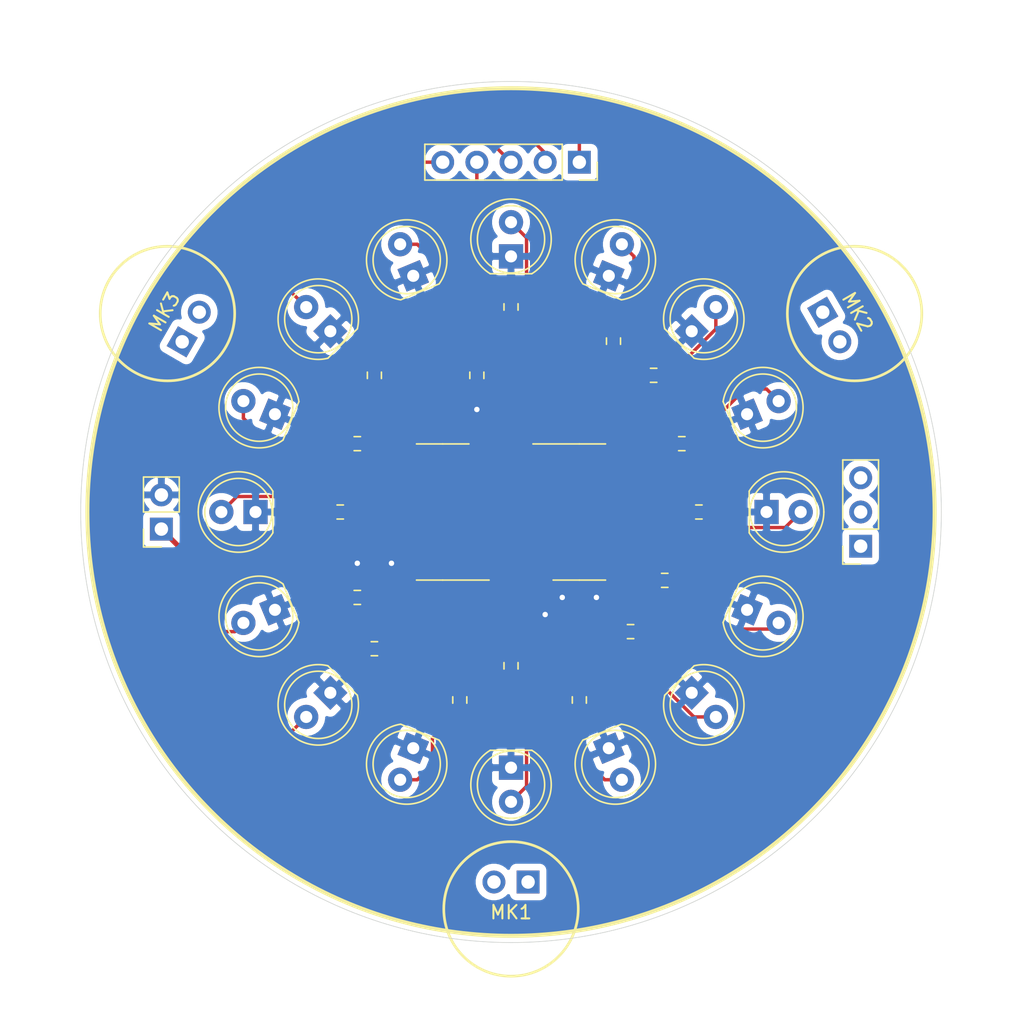
<source format=kicad_pcb>
(kicad_pcb (version 20171130) (host pcbnew "(5.1.9)-1")

  (general
    (thickness 1.6)
    (drawings 3)
    (tracks 265)
    (zones 0)
    (modules 40)
    (nets 43)
  )

  (page A4)
  (layers
    (0 F.Cu signal)
    (31 B.Cu signal)
    (32 B.Adhes user)
    (33 F.Adhes user)
    (34 B.Paste user)
    (35 F.Paste user)
    (36 B.SilkS user)
    (37 F.SilkS user)
    (38 B.Mask user)
    (39 F.Mask user)
    (40 Dwgs.User user)
    (41 Cmts.User user)
    (42 Eco1.User user)
    (43 Eco2.User user)
    (44 Edge.Cuts user)
    (45 Margin user)
    (46 B.CrtYd user)
    (47 F.CrtYd user)
    (48 B.Fab user)
    (49 F.Fab user)
  )

  (setup
    (last_trace_width 0.254)
    (trace_clearance 0.127)
    (zone_clearance 0.508)
    (zone_45_only no)
    (trace_min 0.127)
    (via_size 0.6)
    (via_drill 0.4)
    (via_min_size 0.6)
    (via_min_drill 0.3)
    (uvia_size 0.6)
    (uvia_drill 0.3)
    (uvias_allowed no)
    (uvia_min_size 0.6)
    (uvia_min_drill 0.3)
    (edge_width 0.05)
    (segment_width 0.2)
    (pcb_text_width 0.3)
    (pcb_text_size 1.5 1.5)
    (mod_edge_width 0.1524)
    (mod_text_size 1 1)
    (mod_text_width 0.15)
    (pad_size 1.524 1.524)
    (pad_drill 0.762)
    (pad_to_mask_clearance 0.005)
    (solder_mask_min_width 0.254)
    (aux_axis_origin 0 0)
    (grid_origin 150.35 96.55)
    (visible_elements 7FFFFFFF)
    (pcbplotparams
      (layerselection 0x010fc_ffffffff)
      (usegerberextensions false)
      (usegerberattributes true)
      (usegerberadvancedattributes true)
      (creategerberjobfile true)
      (excludeedgelayer true)
      (linewidth 0.100000)
      (plotframeref false)
      (viasonmask false)
      (mode 1)
      (useauxorigin false)
      (hpglpennumber 1)
      (hpglpenspeed 20)
      (hpglpendiameter 15.000000)
      (psnegative false)
      (psa4output false)
      (plotreference true)
      (plotvalue true)
      (plotinvisibletext false)
      (padsonsilk false)
      (subtractmaskfromsilk false)
      (outputformat 1)
      (mirror false)
      (drillshape 1)
      (scaleselection 1)
      (outputdirectory ""))
  )

  (net 0 "")
  (net 1 "Net-(D1-Pad2)")
  (net 2 GND)
  (net 3 "Net-(D2-Pad2)")
  (net 4 "Net-(D3-Pad2)")
  (net 5 "Net-(D4-Pad2)")
  (net 6 "Net-(D5-Pad2)")
  (net 7 "Net-(D6-Pad2)")
  (net 8 "Net-(D7-Pad2)")
  (net 9 "Net-(D8-Pad2)")
  (net 10 "Net-(D9-Pad2)")
  (net 11 "Net-(D10-Pad2)")
  (net 12 "Net-(D11-Pad2)")
  (net 13 "Net-(D12-Pad2)")
  (net 14 "Net-(D13-Pad2)")
  (net 15 "Net-(D14-Pad2)")
  (net 16 "Net-(D15-Pad2)")
  (net 17 "Net-(D16-Pad2)")
  (net 18 +5V)
  (net 19 "Net-(J2-Pad3)")
  (net 20 "Net-(J2-Pad2)")
  (net 21 "Net-(J2-Pad1)")
  (net 22 GlobalEn)
  (net 23 D3)
  (net 24 D2)
  (net 25 D1)
  (net 26 D0)
  (net 27 "Net-(R1-Pad2)")
  (net 28 "Net-(R2-Pad2)")
  (net 29 "Net-(R3-Pad2)")
  (net 30 "Net-(R4-Pad2)")
  (net 31 "Net-(R5-Pad2)")
  (net 32 "Net-(R6-Pad2)")
  (net 33 "Net-(R7-Pad2)")
  (net 34 "Net-(R8-Pad2)")
  (net 35 "Net-(R9-Pad2)")
  (net 36 "Net-(R10-Pad2)")
  (net 37 "Net-(R11-Pad2)")
  (net 38 "Net-(R12-Pad2)")
  (net 39 "Net-(R13-Pad2)")
  (net 40 "Net-(R14-Pad2)")
  (net 41 "Net-(R15-Pad2)")
  (net 42 "Net-(R16-Pad2)")

  (net_class Default "This is the default net class."
    (clearance 0.127)
    (trace_width 0.254)
    (via_dia 0.6)
    (via_drill 0.4)
    (uvia_dia 0.6)
    (uvia_drill 0.3)
    (diff_pair_width 0.254)
    (diff_pair_gap 0.6)
    (add_net D0)
    (add_net D1)
    (add_net D2)
    (add_net D3)
    (add_net GlobalEn)
    (add_net "Net-(D1-Pad2)")
    (add_net "Net-(D10-Pad2)")
    (add_net "Net-(D11-Pad2)")
    (add_net "Net-(D12-Pad2)")
    (add_net "Net-(D13-Pad2)")
    (add_net "Net-(D14-Pad2)")
    (add_net "Net-(D15-Pad2)")
    (add_net "Net-(D16-Pad2)")
    (add_net "Net-(D2-Pad2)")
    (add_net "Net-(D3-Pad2)")
    (add_net "Net-(D4-Pad2)")
    (add_net "Net-(D5-Pad2)")
    (add_net "Net-(D6-Pad2)")
    (add_net "Net-(D7-Pad2)")
    (add_net "Net-(D8-Pad2)")
    (add_net "Net-(D9-Pad2)")
    (add_net "Net-(J2-Pad1)")
    (add_net "Net-(J2-Pad2)")
    (add_net "Net-(J2-Pad3)")
    (add_net "Net-(R1-Pad2)")
    (add_net "Net-(R10-Pad2)")
    (add_net "Net-(R11-Pad2)")
    (add_net "Net-(R12-Pad2)")
    (add_net "Net-(R13-Pad2)")
    (add_net "Net-(R14-Pad2)")
    (add_net "Net-(R15-Pad2)")
    (add_net "Net-(R16-Pad2)")
    (add_net "Net-(R2-Pad2)")
    (add_net "Net-(R3-Pad2)")
    (add_net "Net-(R4-Pad2)")
    (add_net "Net-(R5-Pad2)")
    (add_net "Net-(R6-Pad2)")
    (add_net "Net-(R7-Pad2)")
    (add_net "Net-(R8-Pad2)")
    (add_net "Net-(R9-Pad2)")
  )

  (net_class Power ""
    (clearance 0.127)
    (trace_width 0.381)
    (via_dia 0.8)
    (via_drill 0.4)
    (uvia_dia 0.8)
    (uvia_drill 0.4)
    (diff_pair_width 0.254)
    (diff_pair_gap 0.6)
    (add_net +5V)
    (add_net GND)
  )

  (module Package_SO:SOIC-16_3.9x9.9mm_P1.27mm (layer F.Cu) (tedit 5D9F72B1) (tstamp 60540849)
    (at 145.27 96.55 180)
    (descr "SOIC, 16 Pin (JEDEC MS-012AC, https://www.analog.com/media/en/package-pcb-resources/package/pkg_pdf/soic_narrow-r/r_16.pdf), generated with kicad-footprint-generator ipc_gullwing_generator.py")
    (tags "SOIC SO")
    (path /60671CF4)
    (attr smd)
    (fp_text reference U2 (at 0 -5.9) (layer F.SilkS) hide
      (effects (font (size 1 1) (thickness 0.15)))
    )
    (fp_text value 74HC238 (at 0 5.9) (layer F.Fab)
      (effects (font (size 1 1) (thickness 0.15)))
    )
    (fp_line (start 0 5.06) (end 1.95 5.06) (layer F.SilkS) (width 0.12))
    (fp_line (start 0 5.06) (end -1.95 5.06) (layer F.SilkS) (width 0.12))
    (fp_line (start 0 -5.06) (end 1.95 -5.06) (layer F.SilkS) (width 0.12))
    (fp_line (start 0 -5.06) (end -3.45 -5.06) (layer F.SilkS) (width 0.12))
    (fp_line (start -0.975 -4.95) (end 1.95 -4.95) (layer F.Fab) (width 0.1))
    (fp_line (start 1.95 -4.95) (end 1.95 4.95) (layer F.Fab) (width 0.1))
    (fp_line (start 1.95 4.95) (end -1.95 4.95) (layer F.Fab) (width 0.1))
    (fp_line (start -1.95 4.95) (end -1.95 -3.975) (layer F.Fab) (width 0.1))
    (fp_line (start -1.95 -3.975) (end -0.975 -4.95) (layer F.Fab) (width 0.1))
    (fp_line (start -3.7 -5.2) (end -3.7 5.2) (layer F.CrtYd) (width 0.05))
    (fp_line (start -3.7 5.2) (end 3.7 5.2) (layer F.CrtYd) (width 0.05))
    (fp_line (start 3.7 5.2) (end 3.7 -5.2) (layer F.CrtYd) (width 0.05))
    (fp_line (start 3.7 -5.2) (end -3.7 -5.2) (layer F.CrtYd) (width 0.05))
    (fp_text user %R (at 0 0) (layer F.Fab)
      (effects (font (size 0.98 0.98) (thickness 0.15)))
    )
    (pad 16 smd roundrect (at 2.475 -4.445 180) (size 1.95 0.6) (layers F.Cu F.Paste F.Mask) (roundrect_rratio 0.25)
      (net 18 +5V))
    (pad 15 smd roundrect (at 2.475 -3.175 180) (size 1.95 0.6) (layers F.Cu F.Paste F.Mask) (roundrect_rratio 0.25)
      (net 35 "Net-(R9-Pad2)"))
    (pad 14 smd roundrect (at 2.475 -1.905 180) (size 1.95 0.6) (layers F.Cu F.Paste F.Mask) (roundrect_rratio 0.25)
      (net 36 "Net-(R10-Pad2)"))
    (pad 13 smd roundrect (at 2.475 -0.635 180) (size 1.95 0.6) (layers F.Cu F.Paste F.Mask) (roundrect_rratio 0.25)
      (net 37 "Net-(R11-Pad2)"))
    (pad 12 smd roundrect (at 2.475 0.635 180) (size 1.95 0.6) (layers F.Cu F.Paste F.Mask) (roundrect_rratio 0.25)
      (net 38 "Net-(R12-Pad2)"))
    (pad 11 smd roundrect (at 2.475 1.905 180) (size 1.95 0.6) (layers F.Cu F.Paste F.Mask) (roundrect_rratio 0.25)
      (net 39 "Net-(R13-Pad2)"))
    (pad 10 smd roundrect (at 2.475 3.175 180) (size 1.95 0.6) (layers F.Cu F.Paste F.Mask) (roundrect_rratio 0.25)
      (net 40 "Net-(R14-Pad2)"))
    (pad 9 smd roundrect (at 2.475 4.445 180) (size 1.95 0.6) (layers F.Cu F.Paste F.Mask) (roundrect_rratio 0.25)
      (net 41 "Net-(R15-Pad2)"))
    (pad 8 smd roundrect (at -2.475 4.445 180) (size 1.95 0.6) (layers F.Cu F.Paste F.Mask) (roundrect_rratio 0.25)
      (net 2 GND))
    (pad 7 smd roundrect (at -2.475 3.175 180) (size 1.95 0.6) (layers F.Cu F.Paste F.Mask) (roundrect_rratio 0.25)
      (net 42 "Net-(R16-Pad2)"))
    (pad 6 smd roundrect (at -2.475 1.905 180) (size 1.95 0.6) (layers F.Cu F.Paste F.Mask) (roundrect_rratio 0.25)
      (net 23 D3))
    (pad 5 smd roundrect (at -2.475 0.635 180) (size 1.95 0.6) (layers F.Cu F.Paste F.Mask) (roundrect_rratio 0.25)
      (net 2 GND))
    (pad 4 smd roundrect (at -2.475 -0.635 180) (size 1.95 0.6) (layers F.Cu F.Paste F.Mask) (roundrect_rratio 0.25)
      (net 22 GlobalEn))
    (pad 3 smd roundrect (at -2.475 -1.905 180) (size 1.95 0.6) (layers F.Cu F.Paste F.Mask) (roundrect_rratio 0.25)
      (net 24 D2))
    (pad 2 smd roundrect (at -2.475 -3.175 180) (size 1.95 0.6) (layers F.Cu F.Paste F.Mask) (roundrect_rratio 0.25)
      (net 25 D1))
    (pad 1 smd roundrect (at -2.475 -4.445 180) (size 1.95 0.6) (layers F.Cu F.Paste F.Mask) (roundrect_rratio 0.25)
      (net 26 D0))
    (model ${KISYS3DMOD}/Package_SO.3dshapes/SOIC-16_3.9x9.9mm_P1.27mm.wrl
      (at (xyz 0 0 0))
      (scale (xyz 1 1 1))
      (rotate (xyz 0 0 0))
    )
  )

  (module LED_THT:LED_D5.0mm (layer F.Cu) (tedit 5995936A) (tstamp 6054061F)
    (at 157.620985 114.103711 292.5)
    (descr "LED, diameter 5.0mm, 2 pins, http://cdn-reichelt.de/documents/datenblatt/A500/LL-504BC2E-009.pdf")
    (tags "LED diameter 5.0mm 2 pins")
    (path /605E58DC)
    (fp_text reference D8 (at 1.27 -3.96 112.5) (layer F.SilkS) hide
      (effects (font (size 1 1) (thickness 0.15)))
    )
    (fp_text value LED_Small (at 1.27 3.96 112.5) (layer F.Fab)
      (effects (font (size 1 1) (thickness 0.15)))
    )
    (fp_circle (center 1.27 0) (end 3.77 0) (layer F.Fab) (width 0.1))
    (fp_circle (center 1.27 0) (end 3.77 0) (layer F.SilkS) (width 0.12))
    (fp_line (start -1.23 -1.469694) (end -1.23 1.469694) (layer F.Fab) (width 0.1))
    (fp_line (start -1.29 -1.545) (end -1.29 1.545) (layer F.SilkS) (width 0.12))
    (fp_line (start -1.95 -3.25) (end -1.95 3.25) (layer F.CrtYd) (width 0.05))
    (fp_line (start -1.95 3.25) (end 4.5 3.25) (layer F.CrtYd) (width 0.05))
    (fp_line (start 4.5 3.25) (end 4.5 -3.25) (layer F.CrtYd) (width 0.05))
    (fp_line (start 4.5 -3.25) (end -1.95 -3.25) (layer F.CrtYd) (width 0.05))
    (fp_text user %R (at 1.25 0 112.5) (layer F.Fab)
      (effects (font (size 0.8 0.8) (thickness 0.2)))
    )
    (fp_arc (start 1.27 0) (end -1.29 1.54483) (angle -148.9) (layer F.SilkS) (width 0.12))
    (fp_arc (start 1.27 0) (end -1.29 -1.54483) (angle 148.9) (layer F.SilkS) (width 0.12))
    (fp_arc (start 1.27 0) (end -1.23 -1.469694) (angle 299.1) (layer F.Fab) (width 0.1))
    (pad 2 thru_hole circle (at 2.54 0 292.5) (size 1.8 1.8) (drill 0.9) (layers *.Cu *.Mask)
      (net 9 "Net-(D8-Pad2)"))
    (pad 1 thru_hole rect (at 0 0 292.5) (size 1.8 1.8) (drill 0.9) (layers *.Cu *.Mask)
      (net 2 GND))
    (model ${KISYS3DMOD}/LED_THT.3dshapes/LED_D5.0mm.wrl
      (at (xyz 0 0 0))
      (scale (xyz 1 1 1))
      (rotate (xyz 0 0 0))
    )
  )

  (module LED_THT:LED_D5.0mm (layer F.Cu) (tedit 5995936A) (tstamp 6054060D)
    (at 163.785029 109.985029 315)
    (descr "LED, diameter 5.0mm, 2 pins, http://cdn-reichelt.de/documents/datenblatt/A500/LL-504BC2E-009.pdf")
    (tags "LED diameter 5.0mm 2 pins")
    (path /605E58E2)
    (fp_text reference D7 (at 1.27 -3.96 135) (layer F.SilkS) hide
      (effects (font (size 1 1) (thickness 0.15)))
    )
    (fp_text value LED_Small (at 1.27 3.96 135) (layer F.Fab)
      (effects (font (size 1 1) (thickness 0.15)))
    )
    (fp_circle (center 1.27 0) (end 3.77 0) (layer F.Fab) (width 0.1))
    (fp_circle (center 1.27 0) (end 3.77 0) (layer F.SilkS) (width 0.12))
    (fp_line (start -1.23 -1.469694) (end -1.23 1.469694) (layer F.Fab) (width 0.1))
    (fp_line (start -1.29 -1.545) (end -1.29 1.545) (layer F.SilkS) (width 0.12))
    (fp_line (start -1.95 -3.25) (end -1.95 3.25) (layer F.CrtYd) (width 0.05))
    (fp_line (start -1.95 3.25) (end 4.5 3.25) (layer F.CrtYd) (width 0.05))
    (fp_line (start 4.5 3.25) (end 4.5 -3.25) (layer F.CrtYd) (width 0.05))
    (fp_line (start 4.5 -3.25) (end -1.95 -3.25) (layer F.CrtYd) (width 0.05))
    (fp_text user %R (at 1.25 0 135) (layer F.Fab)
      (effects (font (size 0.8 0.8) (thickness 0.2)))
    )
    (fp_arc (start 1.27 0) (end -1.29 1.54483) (angle -148.9) (layer F.SilkS) (width 0.12))
    (fp_arc (start 1.27 0) (end -1.29 -1.54483) (angle 148.9) (layer F.SilkS) (width 0.12))
    (fp_arc (start 1.27 0) (end -1.23 -1.469694) (angle 299.1) (layer F.Fab) (width 0.1))
    (pad 2 thru_hole circle (at 2.54 0 315) (size 1.8 1.8) (drill 0.9) (layers *.Cu *.Mask)
      (net 8 "Net-(D7-Pad2)"))
    (pad 1 thru_hole rect (at 0 0 315) (size 1.8 1.8) (drill 0.9) (layers *.Cu *.Mask)
      (net 2 GND))
    (model ${KISYS3DMOD}/LED_THT.3dshapes/LED_D5.0mm.wrl
      (at (xyz 0 0 0))
      (scale (xyz 1 1 1))
      (rotate (xyz 0 0 0))
    )
  )

  (module LED_THT:LED_D5.0mm (layer F.Cu) (tedit 5995936A) (tstamp 605405C5)
    (at 163.785029 83.114971 45)
    (descr "LED, diameter 5.0mm, 2 pins, http://cdn-reichelt.de/documents/datenblatt/A500/LL-504BC2E-009.pdf")
    (tags "LED diameter 5.0mm 2 pins")
    (path /605DFACB)
    (fp_text reference D3 (at 1.27 -3.96 45) (layer F.SilkS) hide
      (effects (font (size 1 1) (thickness 0.15)))
    )
    (fp_text value LED_Small (at 1.27 3.96 45) (layer F.Fab)
      (effects (font (size 1 1) (thickness 0.15)))
    )
    (fp_circle (center 1.27 0) (end 3.77 0) (layer F.Fab) (width 0.1))
    (fp_circle (center 1.27 0) (end 3.77 0) (layer F.SilkS) (width 0.12))
    (fp_line (start -1.23 -1.469694) (end -1.23 1.469694) (layer F.Fab) (width 0.1))
    (fp_line (start -1.29 -1.545) (end -1.29 1.545) (layer F.SilkS) (width 0.12))
    (fp_line (start -1.95 -3.25) (end -1.95 3.25) (layer F.CrtYd) (width 0.05))
    (fp_line (start -1.95 3.25) (end 4.5 3.25) (layer F.CrtYd) (width 0.05))
    (fp_line (start 4.5 3.25) (end 4.5 -3.25) (layer F.CrtYd) (width 0.05))
    (fp_line (start 4.5 -3.25) (end -1.95 -3.25) (layer F.CrtYd) (width 0.05))
    (fp_text user %R (at 1.25 0 45) (layer F.Fab)
      (effects (font (size 0.8 0.8) (thickness 0.2)))
    )
    (fp_arc (start 1.27 0) (end -1.29 1.54483) (angle -148.9) (layer F.SilkS) (width 0.12))
    (fp_arc (start 1.27 0) (end -1.29 -1.54483) (angle 148.9) (layer F.SilkS) (width 0.12))
    (fp_arc (start 1.27 0) (end -1.23 -1.469694) (angle 299.1) (layer F.Fab) (width 0.1))
    (pad 2 thru_hole circle (at 2.54 0 45) (size 1.8 1.8) (drill 0.9) (layers *.Cu *.Mask)
      (net 4 "Net-(D3-Pad2)"))
    (pad 1 thru_hole rect (at 0 0 45) (size 1.8 1.8) (drill 0.9) (layers *.Cu *.Mask)
      (net 2 GND))
    (model ${KISYS3DMOD}/LED_THT.3dshapes/LED_D5.0mm.wrl
      (at (xyz 0 0 0))
      (scale (xyz 1 1 1))
      (rotate (xyz 0 0 0))
    )
  )

  (module df-parts:CMA-6542PF (layer F.Cu) (tedit 604D60D6) (tstamp 6053BDD0)
    (at 150.35 126.05 180)
    (path /602428FA)
    (fp_text reference MK1 (at 0 -0.25 180) (layer F.SilkS)
      (effects (font (size 1 1) (thickness 0.15)))
    )
    (fp_text value Microphone (at 0 -6.5) (layer F.Fab)
      (effects (font (size 1 1) (thickness 0.15)))
    )
    (fp_circle (center 0 0) (end 5.5 0) (layer F.CrtYd) (width 0.12))
    (fp_circle (center 0 0) (end 5 0) (layer F.SilkS) (width 0.2))
    (fp_circle (center 0 0) (end 4.85 0) (layer F.Fab) (width 0.12))
    (pad 1 thru_hole circle (at 1.27 2 270) (size 1.7 1.7) (drill 1) (layers *.Cu *.Mask))
    (pad 2 thru_hole rect (at -1.27 2 270) (size 1.7 1.7) (drill 1) (layers *.Cu *.Mask))
  )

  (module df-parts:CMA-6542PF (layer F.Cu) (tedit 604D60D6) (tstamp 6053B530)
    (at 175.897749 81.8 300)
    (path /605182F0)
    (fp_text reference MK2 (at 0 -0.25 120) (layer F.SilkS)
      (effects (font (size 1 1) (thickness 0.15)))
    )
    (fp_text value Microphone (at 0 -6.5 120) (layer F.Fab)
      (effects (font (size 1 1) (thickness 0.15)))
    )
    (fp_circle (center 0 0) (end 5.5 0) (layer F.CrtYd) (width 0.12))
    (fp_circle (center 0 0) (end 5 0) (layer F.SilkS) (width 0.2))
    (fp_circle (center 0 0) (end 4.85 0) (layer F.Fab) (width 0.12))
    (pad 1 thru_hole circle (at 1.27 2 30) (size 1.7 1.7) (drill 1) (layers *.Cu *.Mask))
    (pad 2 thru_hole rect (at -1.27 2 30) (size 1.7 1.7) (drill 1) (layers *.Cu *.Mask))
  )

  (module df-parts:CMA-6542PF (layer F.Cu) (tedit 604D60D6) (tstamp 6053BF07)
    (at 124.802251 81.8 60)
    (path /6058F4D4)
    (fp_text reference MK3 (at 0 -0.25 60) (layer F.SilkS)
      (effects (font (size 1 1) (thickness 0.15)))
    )
    (fp_text value Microphone (at 0 -6.5 60) (layer F.Fab)
      (effects (font (size 1 1) (thickness 0.15)))
    )
    (fp_circle (center 0 0) (end 5.5 0) (layer F.CrtYd) (width 0.12))
    (fp_circle (center 0 0) (end 5 0) (layer F.SilkS) (width 0.2))
    (fp_circle (center 0 0) (end 4.85 0) (layer F.Fab) (width 0.12))
    (pad 1 thru_hole circle (at 1.27 2 150) (size 1.7 1.7) (drill 1) (layers *.Cu *.Mask))
    (pad 2 thru_hole rect (at -1.27 2 150) (size 1.7 1.7) (drill 1) (layers *.Cu *.Mask))
  )

  (module Package_SO:SOIC-16_3.9x9.9mm_P1.27mm (layer F.Cu) (tedit 5D9F72B1) (tstamp 60540827)
    (at 155.43 96.55)
    (descr "SOIC, 16 Pin (JEDEC MS-012AC, https://www.analog.com/media/en/package-pcb-resources/package/pkg_pdf/soic_narrow-r/r_16.pdf), generated with kicad-footprint-generator ipc_gullwing_generator.py")
    (tags "SOIC SO")
    (path /6051ABF7)
    (attr smd)
    (fp_text reference U1 (at 0 -5.9) (layer F.SilkS) hide
      (effects (font (size 1 1) (thickness 0.15)))
    )
    (fp_text value 74HC238 (at 0 5.9) (layer F.Fab)
      (effects (font (size 1 1) (thickness 0.15)))
    )
    (fp_line (start 0 5.06) (end 1.95 5.06) (layer F.SilkS) (width 0.12))
    (fp_line (start 0 5.06) (end -1.95 5.06) (layer F.SilkS) (width 0.12))
    (fp_line (start 0 -5.06) (end 1.95 -5.06) (layer F.SilkS) (width 0.12))
    (fp_line (start 0 -5.06) (end -3.45 -5.06) (layer F.SilkS) (width 0.12))
    (fp_line (start -0.975 -4.95) (end 1.95 -4.95) (layer F.Fab) (width 0.1))
    (fp_line (start 1.95 -4.95) (end 1.95 4.95) (layer F.Fab) (width 0.1))
    (fp_line (start 1.95 4.95) (end -1.95 4.95) (layer F.Fab) (width 0.1))
    (fp_line (start -1.95 4.95) (end -1.95 -3.975) (layer F.Fab) (width 0.1))
    (fp_line (start -1.95 -3.975) (end -0.975 -4.95) (layer F.Fab) (width 0.1))
    (fp_line (start -3.7 -5.2) (end -3.7 5.2) (layer F.CrtYd) (width 0.05))
    (fp_line (start -3.7 5.2) (end 3.7 5.2) (layer F.CrtYd) (width 0.05))
    (fp_line (start 3.7 5.2) (end 3.7 -5.2) (layer F.CrtYd) (width 0.05))
    (fp_line (start 3.7 -5.2) (end -3.7 -5.2) (layer F.CrtYd) (width 0.05))
    (fp_text user %R (at 0 0) (layer F.Fab)
      (effects (font (size 0.98 0.98) (thickness 0.15)))
    )
    (pad 16 smd roundrect (at 2.475 -4.445) (size 1.95 0.6) (layers F.Cu F.Paste F.Mask) (roundrect_rratio 0.25)
      (net 18 +5V))
    (pad 15 smd roundrect (at 2.475 -3.175) (size 1.95 0.6) (layers F.Cu F.Paste F.Mask) (roundrect_rratio 0.25)
      (net 27 "Net-(R1-Pad2)"))
    (pad 14 smd roundrect (at 2.475 -1.905) (size 1.95 0.6) (layers F.Cu F.Paste F.Mask) (roundrect_rratio 0.25)
      (net 28 "Net-(R2-Pad2)"))
    (pad 13 smd roundrect (at 2.475 -0.635) (size 1.95 0.6) (layers F.Cu F.Paste F.Mask) (roundrect_rratio 0.25)
      (net 29 "Net-(R3-Pad2)"))
    (pad 12 smd roundrect (at 2.475 0.635) (size 1.95 0.6) (layers F.Cu F.Paste F.Mask) (roundrect_rratio 0.25)
      (net 30 "Net-(R4-Pad2)"))
    (pad 11 smd roundrect (at 2.475 1.905) (size 1.95 0.6) (layers F.Cu F.Paste F.Mask) (roundrect_rratio 0.25)
      (net 31 "Net-(R5-Pad2)"))
    (pad 10 smd roundrect (at 2.475 3.175) (size 1.95 0.6) (layers F.Cu F.Paste F.Mask) (roundrect_rratio 0.25)
      (net 32 "Net-(R6-Pad2)"))
    (pad 9 smd roundrect (at 2.475 4.445) (size 1.95 0.6) (layers F.Cu F.Paste F.Mask) (roundrect_rratio 0.25)
      (net 33 "Net-(R7-Pad2)"))
    (pad 8 smd roundrect (at -2.475 4.445) (size 1.95 0.6) (layers F.Cu F.Paste F.Mask) (roundrect_rratio 0.25)
      (net 2 GND))
    (pad 7 smd roundrect (at -2.475 3.175) (size 1.95 0.6) (layers F.Cu F.Paste F.Mask) (roundrect_rratio 0.25)
      (net 34 "Net-(R8-Pad2)"))
    (pad 6 smd roundrect (at -2.475 1.905) (size 1.95 0.6) (layers F.Cu F.Paste F.Mask) (roundrect_rratio 0.25)
      (net 18 +5V))
    (pad 5 smd roundrect (at -2.475 0.635) (size 1.95 0.6) (layers F.Cu F.Paste F.Mask) (roundrect_rratio 0.25)
      (net 23 D3))
    (pad 4 smd roundrect (at -2.475 -0.635) (size 1.95 0.6) (layers F.Cu F.Paste F.Mask) (roundrect_rratio 0.25)
      (net 22 GlobalEn))
    (pad 3 smd roundrect (at -2.475 -1.905) (size 1.95 0.6) (layers F.Cu F.Paste F.Mask) (roundrect_rratio 0.25)
      (net 24 D2))
    (pad 2 smd roundrect (at -2.475 -3.175) (size 1.95 0.6) (layers F.Cu F.Paste F.Mask) (roundrect_rratio 0.25)
      (net 25 D1))
    (pad 1 smd roundrect (at -2.475 -4.445) (size 1.95 0.6) (layers F.Cu F.Paste F.Mask) (roundrect_rratio 0.25)
      (net 26 D0))
    (model ${KISYS3DMOD}/Package_SO.3dshapes/SOIC-16_3.9x9.9mm_P1.27mm.wrl
      (at (xyz 0 0 0))
      (scale (xyz 1 1 1))
      (rotate (xyz 0 0 0))
    )
  )

  (module Resistor_SMD:R_0603_1608Metric (layer F.Cu) (tedit 5F68FEEE) (tstamp 60540805)
    (at 147.81 86.39 270)
    (descr "Resistor SMD 0603 (1608 Metric), square (rectangular) end terminal, IPC_7351 nominal, (Body size source: IPC-SM-782 page 72, https://www.pcb-3d.com/wordpress/wp-content/uploads/ipc-sm-782a_amendment_1_and_2.pdf), generated with kicad-footprint-generator")
    (tags resistor)
    (path /60671D26)
    (attr smd)
    (fp_text reference R16 (at 0 -1.43 90) (layer F.SilkS) hide
      (effects (font (size 1 1) (thickness 0.15)))
    )
    (fp_text value 220k (at 0 1.43 90) (layer F.Fab)
      (effects (font (size 1 1) (thickness 0.15)))
    )
    (fp_line (start -0.8 0.4125) (end -0.8 -0.4125) (layer F.Fab) (width 0.1))
    (fp_line (start -0.8 -0.4125) (end 0.8 -0.4125) (layer F.Fab) (width 0.1))
    (fp_line (start 0.8 -0.4125) (end 0.8 0.4125) (layer F.Fab) (width 0.1))
    (fp_line (start 0.8 0.4125) (end -0.8 0.4125) (layer F.Fab) (width 0.1))
    (fp_line (start -0.237258 -0.5225) (end 0.237258 -0.5225) (layer F.SilkS) (width 0.12))
    (fp_line (start -0.237258 0.5225) (end 0.237258 0.5225) (layer F.SilkS) (width 0.12))
    (fp_line (start -1.48 0.73) (end -1.48 -0.73) (layer F.CrtYd) (width 0.05))
    (fp_line (start -1.48 -0.73) (end 1.48 -0.73) (layer F.CrtYd) (width 0.05))
    (fp_line (start 1.48 -0.73) (end 1.48 0.73) (layer F.CrtYd) (width 0.05))
    (fp_line (start 1.48 0.73) (end -1.48 0.73) (layer F.CrtYd) (width 0.05))
    (fp_text user %R (at 0 0 90) (layer F.Fab)
      (effects (font (size 0.4 0.4) (thickness 0.06)))
    )
    (pad 2 smd roundrect (at 0.825 0 270) (size 0.8 0.95) (layers F.Cu F.Paste F.Mask) (roundrect_rratio 0.25)
      (net 42 "Net-(R16-Pad2)"))
    (pad 1 smd roundrect (at -0.825 0 270) (size 0.8 0.95) (layers F.Cu F.Paste F.Mask) (roundrect_rratio 0.25)
      (net 17 "Net-(D16-Pad2)"))
    (model ${KISYS3DMOD}/Resistor_SMD.3dshapes/R_0603_1608Metric.wrl
      (at (xyz 0 0 0))
      (scale (xyz 1 1 1))
      (rotate (xyz 0 0 0))
    )
  )

  (module Resistor_SMD:R_0603_1608Metric (layer F.Cu) (tedit 5F68FEEE) (tstamp 605465F3)
    (at 140.19 86.39 270)
    (descr "Resistor SMD 0603 (1608 Metric), square (rectangular) end terminal, IPC_7351 nominal, (Body size source: IPC-SM-782 page 72, https://www.pcb-3d.com/wordpress/wp-content/uploads/ipc-sm-782a_amendment_1_and_2.pdf), generated with kicad-footprint-generator")
    (tags resistor)
    (path /60671D2C)
    (attr smd)
    (fp_text reference R15 (at 0 -1.43 90) (layer F.SilkS) hide
      (effects (font (size 1 1) (thickness 0.15)))
    )
    (fp_text value 220k (at 0 1.43 90) (layer F.Fab)
      (effects (font (size 1 1) (thickness 0.15)))
    )
    (fp_line (start -0.8 0.4125) (end -0.8 -0.4125) (layer F.Fab) (width 0.1))
    (fp_line (start -0.8 -0.4125) (end 0.8 -0.4125) (layer F.Fab) (width 0.1))
    (fp_line (start 0.8 -0.4125) (end 0.8 0.4125) (layer F.Fab) (width 0.1))
    (fp_line (start 0.8 0.4125) (end -0.8 0.4125) (layer F.Fab) (width 0.1))
    (fp_line (start -0.237258 -0.5225) (end 0.237258 -0.5225) (layer F.SilkS) (width 0.12))
    (fp_line (start -0.237258 0.5225) (end 0.237258 0.5225) (layer F.SilkS) (width 0.12))
    (fp_line (start -1.48 0.73) (end -1.48 -0.73) (layer F.CrtYd) (width 0.05))
    (fp_line (start -1.48 -0.73) (end 1.48 -0.73) (layer F.CrtYd) (width 0.05))
    (fp_line (start 1.48 -0.73) (end 1.48 0.73) (layer F.CrtYd) (width 0.05))
    (fp_line (start 1.48 0.73) (end -1.48 0.73) (layer F.CrtYd) (width 0.05))
    (fp_text user %R (at 0 0 90) (layer F.Fab)
      (effects (font (size 0.4 0.4) (thickness 0.06)))
    )
    (pad 2 smd roundrect (at 0.825 0 270) (size 0.8 0.95) (layers F.Cu F.Paste F.Mask) (roundrect_rratio 0.25)
      (net 41 "Net-(R15-Pad2)"))
    (pad 1 smd roundrect (at -0.825 0 270) (size 0.8 0.95) (layers F.Cu F.Paste F.Mask) (roundrect_rratio 0.25)
      (net 16 "Net-(D15-Pad2)"))
    (model ${KISYS3DMOD}/Resistor_SMD.3dshapes/R_0603_1608Metric.wrl
      (at (xyz 0 0 0))
      (scale (xyz 1 1 1))
      (rotate (xyz 0 0 0))
    )
  )

  (module Resistor_SMD:R_0603_1608Metric (layer F.Cu) (tedit 5F68FEEE) (tstamp 605407E3)
    (at 138.92 91.47)
    (descr "Resistor SMD 0603 (1608 Metric), square (rectangular) end terminal, IPC_7351 nominal, (Body size source: IPC-SM-782 page 72, https://www.pcb-3d.com/wordpress/wp-content/uploads/ipc-sm-782a_amendment_1_and_2.pdf), generated with kicad-footprint-generator")
    (tags resistor)
    (path /60671D4A)
    (attr smd)
    (fp_text reference R14 (at 0 -1.43) (layer F.SilkS) hide
      (effects (font (size 1 1) (thickness 0.15)))
    )
    (fp_text value 220k (at 0 1.43) (layer F.Fab)
      (effects (font (size 1 1) (thickness 0.15)))
    )
    (fp_line (start -0.8 0.4125) (end -0.8 -0.4125) (layer F.Fab) (width 0.1))
    (fp_line (start -0.8 -0.4125) (end 0.8 -0.4125) (layer F.Fab) (width 0.1))
    (fp_line (start 0.8 -0.4125) (end 0.8 0.4125) (layer F.Fab) (width 0.1))
    (fp_line (start 0.8 0.4125) (end -0.8 0.4125) (layer F.Fab) (width 0.1))
    (fp_line (start -0.237258 -0.5225) (end 0.237258 -0.5225) (layer F.SilkS) (width 0.12))
    (fp_line (start -0.237258 0.5225) (end 0.237258 0.5225) (layer F.SilkS) (width 0.12))
    (fp_line (start -1.48 0.73) (end -1.48 -0.73) (layer F.CrtYd) (width 0.05))
    (fp_line (start -1.48 -0.73) (end 1.48 -0.73) (layer F.CrtYd) (width 0.05))
    (fp_line (start 1.48 -0.73) (end 1.48 0.73) (layer F.CrtYd) (width 0.05))
    (fp_line (start 1.48 0.73) (end -1.48 0.73) (layer F.CrtYd) (width 0.05))
    (pad 2 smd roundrect (at 0.825 0) (size 0.8 0.95) (layers F.Cu F.Paste F.Mask) (roundrect_rratio 0.25)
      (net 40 "Net-(R14-Pad2)"))
    (pad 1 smd roundrect (at -0.825 0) (size 0.8 0.95) (layers F.Cu F.Paste F.Mask) (roundrect_rratio 0.25)
      (net 15 "Net-(D14-Pad2)"))
    (model ${KISYS3DMOD}/Resistor_SMD.3dshapes/R_0603_1608Metric.wrl
      (at (xyz 0 0 0))
      (scale (xyz 1 1 1))
      (rotate (xyz 0 0 0))
    )
  )

  (module Resistor_SMD:R_0603_1608Metric (layer F.Cu) (tedit 5F68FEEE) (tstamp 605407D2)
    (at 137.65 96.55)
    (descr "Resistor SMD 0603 (1608 Metric), square (rectangular) end terminal, IPC_7351 nominal, (Body size source: IPC-SM-782 page 72, https://www.pcb-3d.com/wordpress/wp-content/uploads/ipc-sm-782a_amendment_1_and_2.pdf), generated with kicad-footprint-generator")
    (tags resistor)
    (path /60671D50)
    (attr smd)
    (fp_text reference R13 (at 0 -1.43) (layer F.SilkS) hide
      (effects (font (size 1 1) (thickness 0.15)))
    )
    (fp_text value 220k (at 0 1.43) (layer F.Fab)
      (effects (font (size 1 1) (thickness 0.15)))
    )
    (fp_line (start -0.8 0.4125) (end -0.8 -0.4125) (layer F.Fab) (width 0.1))
    (fp_line (start -0.8 -0.4125) (end 0.8 -0.4125) (layer F.Fab) (width 0.1))
    (fp_line (start 0.8 -0.4125) (end 0.8 0.4125) (layer F.Fab) (width 0.1))
    (fp_line (start 0.8 0.4125) (end -0.8 0.4125) (layer F.Fab) (width 0.1))
    (fp_line (start -0.237258 -0.5225) (end 0.237258 -0.5225) (layer F.SilkS) (width 0.12))
    (fp_line (start -0.237258 0.5225) (end 0.237258 0.5225) (layer F.SilkS) (width 0.12))
    (fp_line (start -1.48 0.73) (end -1.48 -0.73) (layer F.CrtYd) (width 0.05))
    (fp_line (start -1.48 -0.73) (end 1.48 -0.73) (layer F.CrtYd) (width 0.05))
    (fp_line (start 1.48 -0.73) (end 1.48 0.73) (layer F.CrtYd) (width 0.05))
    (fp_line (start 1.48 0.73) (end -1.48 0.73) (layer F.CrtYd) (width 0.05))
    (fp_text user %R (at 0 0) (layer F.Fab)
      (effects (font (size 0.4 0.4) (thickness 0.06)))
    )
    (pad 2 smd roundrect (at 0.825 0) (size 0.8 0.95) (layers F.Cu F.Paste F.Mask) (roundrect_rratio 0.25)
      (net 39 "Net-(R13-Pad2)"))
    (pad 1 smd roundrect (at -0.825 0) (size 0.8 0.95) (layers F.Cu F.Paste F.Mask) (roundrect_rratio 0.25)
      (net 14 "Net-(D13-Pad2)"))
    (model ${KISYS3DMOD}/Resistor_SMD.3dshapes/R_0603_1608Metric.wrl
      (at (xyz 0 0 0))
      (scale (xyz 1 1 1))
      (rotate (xyz 0 0 0))
    )
  )

  (module Resistor_SMD:R_0603_1608Metric (layer F.Cu) (tedit 5F68FEEE) (tstamp 605407C1)
    (at 138.92 102.9)
    (descr "Resistor SMD 0603 (1608 Metric), square (rectangular) end terminal, IPC_7351 nominal, (Body size source: IPC-SM-782 page 72, https://www.pcb-3d.com/wordpress/wp-content/uploads/ipc-sm-782a_amendment_1_and_2.pdf), generated with kicad-footprint-generator")
    (tags resistor)
    (path /60671D6E)
    (attr smd)
    (fp_text reference R12 (at 0 -1.43) (layer F.SilkS) hide
      (effects (font (size 1 1) (thickness 0.15)))
    )
    (fp_text value 220k (at 0 1.43) (layer F.Fab)
      (effects (font (size 1 1) (thickness 0.15)))
    )
    (fp_line (start -0.8 0.4125) (end -0.8 -0.4125) (layer F.Fab) (width 0.1))
    (fp_line (start -0.8 -0.4125) (end 0.8 -0.4125) (layer F.Fab) (width 0.1))
    (fp_line (start 0.8 -0.4125) (end 0.8 0.4125) (layer F.Fab) (width 0.1))
    (fp_line (start 0.8 0.4125) (end -0.8 0.4125) (layer F.Fab) (width 0.1))
    (fp_line (start -0.237258 -0.5225) (end 0.237258 -0.5225) (layer F.SilkS) (width 0.12))
    (fp_line (start -0.237258 0.5225) (end 0.237258 0.5225) (layer F.SilkS) (width 0.12))
    (fp_line (start -1.48 0.73) (end -1.48 -0.73) (layer F.CrtYd) (width 0.05))
    (fp_line (start -1.48 -0.73) (end 1.48 -0.73) (layer F.CrtYd) (width 0.05))
    (fp_line (start 1.48 -0.73) (end 1.48 0.73) (layer F.CrtYd) (width 0.05))
    (fp_line (start 1.48 0.73) (end -1.48 0.73) (layer F.CrtYd) (width 0.05))
    (fp_text user %R (at 0 0) (layer F.Fab)
      (effects (font (size 0.4 0.4) (thickness 0.06)))
    )
    (pad 2 smd roundrect (at 0.825 0) (size 0.8 0.95) (layers F.Cu F.Paste F.Mask) (roundrect_rratio 0.25)
      (net 38 "Net-(R12-Pad2)"))
    (pad 1 smd roundrect (at -0.825 0) (size 0.8 0.95) (layers F.Cu F.Paste F.Mask) (roundrect_rratio 0.25)
      (net 13 "Net-(D12-Pad2)"))
    (model ${KISYS3DMOD}/Resistor_SMD.3dshapes/R_0603_1608Metric.wrl
      (at (xyz 0 0 0))
      (scale (xyz 1 1 1))
      (rotate (xyz 0 0 0))
    )
  )

  (module Resistor_SMD:R_0603_1608Metric (layer F.Cu) (tedit 5F68FEEE) (tstamp 605407B0)
    (at 140.19 106.71)
    (descr "Resistor SMD 0603 (1608 Metric), square (rectangular) end terminal, IPC_7351 nominal, (Body size source: IPC-SM-782 page 72, https://www.pcb-3d.com/wordpress/wp-content/uploads/ipc-sm-782a_amendment_1_and_2.pdf), generated with kicad-footprint-generator")
    (tags resistor)
    (path /60671D74)
    (attr smd)
    (fp_text reference R11 (at 0 -1.43) (layer F.SilkS) hide
      (effects (font (size 1 1) (thickness 0.15)))
    )
    (fp_text value 220k (at 0 1.43) (layer F.Fab)
      (effects (font (size 1 1) (thickness 0.15)))
    )
    (fp_line (start -0.8 0.4125) (end -0.8 -0.4125) (layer F.Fab) (width 0.1))
    (fp_line (start -0.8 -0.4125) (end 0.8 -0.4125) (layer F.Fab) (width 0.1))
    (fp_line (start 0.8 -0.4125) (end 0.8 0.4125) (layer F.Fab) (width 0.1))
    (fp_line (start 0.8 0.4125) (end -0.8 0.4125) (layer F.Fab) (width 0.1))
    (fp_line (start -0.237258 -0.5225) (end 0.237258 -0.5225) (layer F.SilkS) (width 0.12))
    (fp_line (start -0.237258 0.5225) (end 0.237258 0.5225) (layer F.SilkS) (width 0.12))
    (fp_line (start -1.48 0.73) (end -1.48 -0.73) (layer F.CrtYd) (width 0.05))
    (fp_line (start -1.48 -0.73) (end 1.48 -0.73) (layer F.CrtYd) (width 0.05))
    (fp_line (start 1.48 -0.73) (end 1.48 0.73) (layer F.CrtYd) (width 0.05))
    (fp_line (start 1.48 0.73) (end -1.48 0.73) (layer F.CrtYd) (width 0.05))
    (fp_text user %R (at 0 0) (layer F.Fab)
      (effects (font (size 0.4 0.4) (thickness 0.06)))
    )
    (pad 2 smd roundrect (at 0.825 0) (size 0.8 0.95) (layers F.Cu F.Paste F.Mask) (roundrect_rratio 0.25)
      (net 37 "Net-(R11-Pad2)"))
    (pad 1 smd roundrect (at -0.825 0) (size 0.8 0.95) (layers F.Cu F.Paste F.Mask) (roundrect_rratio 0.25)
      (net 12 "Net-(D11-Pad2)"))
    (model ${KISYS3DMOD}/Resistor_SMD.3dshapes/R_0603_1608Metric.wrl
      (at (xyz 0 0 0))
      (scale (xyz 1 1 1))
      (rotate (xyz 0 0 0))
    )
  )

  (module Resistor_SMD:R_0603_1608Metric (layer F.Cu) (tedit 5F68FEEE) (tstamp 6053BE3A)
    (at 146.54 110.52 90)
    (descr "Resistor SMD 0603 (1608 Metric), square (rectangular) end terminal, IPC_7351 nominal, (Body size source: IPC-SM-782 page 72, https://www.pcb-3d.com/wordpress/wp-content/uploads/ipc-sm-782a_amendment_1_and_2.pdf), generated with kicad-footprint-generator")
    (tags resistor)
    (path /60671D92)
    (attr smd)
    (fp_text reference R10 (at 0 -1.43 90) (layer F.SilkS) hide
      (effects (font (size 1 1) (thickness 0.15)))
    )
    (fp_text value 220k (at 0 1.43 90) (layer F.Fab)
      (effects (font (size 1 1) (thickness 0.15)))
    )
    (fp_line (start -0.8 0.4125) (end -0.8 -0.4125) (layer F.Fab) (width 0.1))
    (fp_line (start -0.8 -0.4125) (end 0.8 -0.4125) (layer F.Fab) (width 0.1))
    (fp_line (start 0.8 -0.4125) (end 0.8 0.4125) (layer F.Fab) (width 0.1))
    (fp_line (start 0.8 0.4125) (end -0.8 0.4125) (layer F.Fab) (width 0.1))
    (fp_line (start -0.237258 -0.5225) (end 0.237258 -0.5225) (layer F.SilkS) (width 0.12))
    (fp_line (start -0.237258 0.5225) (end 0.237258 0.5225) (layer F.SilkS) (width 0.12))
    (fp_line (start -1.48 0.73) (end -1.48 -0.73) (layer F.CrtYd) (width 0.05))
    (fp_line (start -1.48 -0.73) (end 1.48 -0.73) (layer F.CrtYd) (width 0.05))
    (fp_line (start 1.48 -0.73) (end 1.48 0.73) (layer F.CrtYd) (width 0.05))
    (fp_line (start 1.48 0.73) (end -1.48 0.73) (layer F.CrtYd) (width 0.05))
    (fp_text user %R (at 0 0 90) (layer F.Fab)
      (effects (font (size 0.4 0.4) (thickness 0.06)))
    )
    (pad 2 smd roundrect (at 0.825 0 90) (size 0.8 0.95) (layers F.Cu F.Paste F.Mask) (roundrect_rratio 0.25)
      (net 36 "Net-(R10-Pad2)"))
    (pad 1 smd roundrect (at -0.825 0 90) (size 0.8 0.95) (layers F.Cu F.Paste F.Mask) (roundrect_rratio 0.25)
      (net 11 "Net-(D10-Pad2)"))
    (model ${KISYS3DMOD}/Resistor_SMD.3dshapes/R_0603_1608Metric.wrl
      (at (xyz 0 0 0))
      (scale (xyz 1 1 1))
      (rotate (xyz 0 0 0))
    )
  )

  (module Resistor_SMD:R_0603_1608Metric (layer F.Cu) (tedit 5F68FEEE) (tstamp 6054078E)
    (at 150.35 107.98 90)
    (descr "Resistor SMD 0603 (1608 Metric), square (rectangular) end terminal, IPC_7351 nominal, (Body size source: IPC-SM-782 page 72, https://www.pcb-3d.com/wordpress/wp-content/uploads/ipc-sm-782a_amendment_1_and_2.pdf), generated with kicad-footprint-generator")
    (tags resistor)
    (path /60671D98)
    (attr smd)
    (fp_text reference R9 (at 0 -1.43 90) (layer F.SilkS) hide
      (effects (font (size 1 1) (thickness 0.15)))
    )
    (fp_text value 220k (at 0 1.43 90) (layer F.Fab)
      (effects (font (size 1 1) (thickness 0.15)))
    )
    (fp_line (start -0.8 0.4125) (end -0.8 -0.4125) (layer F.Fab) (width 0.1))
    (fp_line (start -0.8 -0.4125) (end 0.8 -0.4125) (layer F.Fab) (width 0.1))
    (fp_line (start 0.8 -0.4125) (end 0.8 0.4125) (layer F.Fab) (width 0.1))
    (fp_line (start 0.8 0.4125) (end -0.8 0.4125) (layer F.Fab) (width 0.1))
    (fp_line (start -0.237258 -0.5225) (end 0.237258 -0.5225) (layer F.SilkS) (width 0.12))
    (fp_line (start -0.237258 0.5225) (end 0.237258 0.5225) (layer F.SilkS) (width 0.12))
    (fp_line (start -1.48 0.73) (end -1.48 -0.73) (layer F.CrtYd) (width 0.05))
    (fp_line (start -1.48 -0.73) (end 1.48 -0.73) (layer F.CrtYd) (width 0.05))
    (fp_line (start 1.48 -0.73) (end 1.48 0.73) (layer F.CrtYd) (width 0.05))
    (fp_line (start 1.48 0.73) (end -1.48 0.73) (layer F.CrtYd) (width 0.05))
    (fp_text user %R (at 0 0 90) (layer F.Fab)
      (effects (font (size 0.4 0.4) (thickness 0.06)))
    )
    (pad 2 smd roundrect (at 0.825 0 90) (size 0.8 0.95) (layers F.Cu F.Paste F.Mask) (roundrect_rratio 0.25)
      (net 35 "Net-(R9-Pad2)"))
    (pad 1 smd roundrect (at -0.825 0 90) (size 0.8 0.95) (layers F.Cu F.Paste F.Mask) (roundrect_rratio 0.25)
      (net 10 "Net-(D9-Pad2)"))
    (model ${KISYS3DMOD}/Resistor_SMD.3dshapes/R_0603_1608Metric.wrl
      (at (xyz 0 0 0))
      (scale (xyz 1 1 1))
      (rotate (xyz 0 0 0))
    )
  )

  (module Resistor_SMD:R_0603_1608Metric (layer F.Cu) (tedit 5F68FEEE) (tstamp 6054077D)
    (at 155.43 110.52 90)
    (descr "Resistor SMD 0603 (1608 Metric), square (rectangular) end terminal, IPC_7351 nominal, (Body size source: IPC-SM-782 page 72, https://www.pcb-3d.com/wordpress/wp-content/uploads/ipc-sm-782a_amendment_1_and_2.pdf), generated with kicad-footprint-generator")
    (tags resistor)
    (path /605E58FA)
    (attr smd)
    (fp_text reference R8 (at 0 -1.43 90) (layer F.SilkS) hide
      (effects (font (size 1 1) (thickness 0.15)))
    )
    (fp_text value 220k (at 0 1.43 90) (layer F.Fab)
      (effects (font (size 1 1) (thickness 0.15)))
    )
    (fp_line (start -0.8 0.4125) (end -0.8 -0.4125) (layer F.Fab) (width 0.1))
    (fp_line (start -0.8 -0.4125) (end 0.8 -0.4125) (layer F.Fab) (width 0.1))
    (fp_line (start 0.8 -0.4125) (end 0.8 0.4125) (layer F.Fab) (width 0.1))
    (fp_line (start 0.8 0.4125) (end -0.8 0.4125) (layer F.Fab) (width 0.1))
    (fp_line (start -0.237258 -0.5225) (end 0.237258 -0.5225) (layer F.SilkS) (width 0.12))
    (fp_line (start -0.237258 0.5225) (end 0.237258 0.5225) (layer F.SilkS) (width 0.12))
    (fp_line (start -1.48 0.73) (end -1.48 -0.73) (layer F.CrtYd) (width 0.05))
    (fp_line (start -1.48 -0.73) (end 1.48 -0.73) (layer F.CrtYd) (width 0.05))
    (fp_line (start 1.48 -0.73) (end 1.48 0.73) (layer F.CrtYd) (width 0.05))
    (fp_line (start 1.48 0.73) (end -1.48 0.73) (layer F.CrtYd) (width 0.05))
    (fp_text user %R (at 0 0 90) (layer F.Fab)
      (effects (font (size 0.4 0.4) (thickness 0.06)))
    )
    (pad 2 smd roundrect (at 0.825 0 90) (size 0.8 0.95) (layers F.Cu F.Paste F.Mask) (roundrect_rratio 0.25)
      (net 34 "Net-(R8-Pad2)"))
    (pad 1 smd roundrect (at -0.825 0 90) (size 0.8 0.95) (layers F.Cu F.Paste F.Mask) (roundrect_rratio 0.25)
      (net 9 "Net-(D8-Pad2)"))
    (model ${KISYS3DMOD}/Resistor_SMD.3dshapes/R_0603_1608Metric.wrl
      (at (xyz 0 0 0))
      (scale (xyz 1 1 1))
      (rotate (xyz 0 0 0))
    )
  )

  (module Resistor_SMD:R_0603_1608Metric (layer F.Cu) (tedit 5F68FEEE) (tstamp 6054076C)
    (at 159.24 105.44 180)
    (descr "Resistor SMD 0603 (1608 Metric), square (rectangular) end terminal, IPC_7351 nominal, (Body size source: IPC-SM-782 page 72, https://www.pcb-3d.com/wordpress/wp-content/uploads/ipc-sm-782a_amendment_1_and_2.pdf), generated with kicad-footprint-generator")
    (tags resistor)
    (path /605E58F4)
    (attr smd)
    (fp_text reference R7 (at 0 -1.43) (layer F.SilkS) hide
      (effects (font (size 1 1) (thickness 0.15)))
    )
    (fp_text value 220k (at 0 1.43) (layer F.Fab)
      (effects (font (size 1 1) (thickness 0.15)))
    )
    (fp_line (start -0.8 0.4125) (end -0.8 -0.4125) (layer F.Fab) (width 0.1))
    (fp_line (start -0.8 -0.4125) (end 0.8 -0.4125) (layer F.Fab) (width 0.1))
    (fp_line (start 0.8 -0.4125) (end 0.8 0.4125) (layer F.Fab) (width 0.1))
    (fp_line (start 0.8 0.4125) (end -0.8 0.4125) (layer F.Fab) (width 0.1))
    (fp_line (start -0.237258 -0.5225) (end 0.237258 -0.5225) (layer F.SilkS) (width 0.12))
    (fp_line (start -0.237258 0.5225) (end 0.237258 0.5225) (layer F.SilkS) (width 0.12))
    (fp_line (start -1.48 0.73) (end -1.48 -0.73) (layer F.CrtYd) (width 0.05))
    (fp_line (start -1.48 -0.73) (end 1.48 -0.73) (layer F.CrtYd) (width 0.05))
    (fp_line (start 1.48 -0.73) (end 1.48 0.73) (layer F.CrtYd) (width 0.05))
    (fp_line (start 1.48 0.73) (end -1.48 0.73) (layer F.CrtYd) (width 0.05))
    (fp_text user %R (at 0 0) (layer F.Fab)
      (effects (font (size 0.4 0.4) (thickness 0.06)))
    )
    (pad 2 smd roundrect (at 0.825 0 180) (size 0.8 0.95) (layers F.Cu F.Paste F.Mask) (roundrect_rratio 0.25)
      (net 33 "Net-(R7-Pad2)"))
    (pad 1 smd roundrect (at -0.825 0 180) (size 0.8 0.95) (layers F.Cu F.Paste F.Mask) (roundrect_rratio 0.25)
      (net 8 "Net-(D7-Pad2)"))
    (model ${KISYS3DMOD}/Resistor_SMD.3dshapes/R_0603_1608Metric.wrl
      (at (xyz 0 0 0))
      (scale (xyz 1 1 1))
      (rotate (xyz 0 0 0))
    )
  )

  (module Resistor_SMD:R_0603_1608Metric (layer F.Cu) (tedit 5F68FEEE) (tstamp 6053BD24)
    (at 161.78 101.63 180)
    (descr "Resistor SMD 0603 (1608 Metric), square (rectangular) end terminal, IPC_7351 nominal, (Body size source: IPC-SM-782 page 72, https://www.pcb-3d.com/wordpress/wp-content/uploads/ipc-sm-782a_amendment_1_and_2.pdf), generated with kicad-footprint-generator")
    (tags resistor)
    (path /605E58D4)
    (attr smd)
    (fp_text reference R6 (at 0 -1.43) (layer F.SilkS) hide
      (effects (font (size 1 1) (thickness 0.15)))
    )
    (fp_text value 220k (at 0 1.43) (layer F.Fab)
      (effects (font (size 1 1) (thickness 0.15)))
    )
    (fp_line (start -0.8 0.4125) (end -0.8 -0.4125) (layer F.Fab) (width 0.1))
    (fp_line (start -0.8 -0.4125) (end 0.8 -0.4125) (layer F.Fab) (width 0.1))
    (fp_line (start 0.8 -0.4125) (end 0.8 0.4125) (layer F.Fab) (width 0.1))
    (fp_line (start 0.8 0.4125) (end -0.8 0.4125) (layer F.Fab) (width 0.1))
    (fp_line (start -0.237258 -0.5225) (end 0.237258 -0.5225) (layer F.SilkS) (width 0.12))
    (fp_line (start -0.237258 0.5225) (end 0.237258 0.5225) (layer F.SilkS) (width 0.12))
    (fp_line (start -1.48 0.73) (end -1.48 -0.73) (layer F.CrtYd) (width 0.05))
    (fp_line (start -1.48 -0.73) (end 1.48 -0.73) (layer F.CrtYd) (width 0.05))
    (fp_line (start 1.48 -0.73) (end 1.48 0.73) (layer F.CrtYd) (width 0.05))
    (fp_line (start 1.48 0.73) (end -1.48 0.73) (layer F.CrtYd) (width 0.05))
    (fp_text user %R (at 0 0) (layer F.Fab)
      (effects (font (size 0.4 0.4) (thickness 0.06)))
    )
    (pad 2 smd roundrect (at 0.825 0 180) (size 0.8 0.95) (layers F.Cu F.Paste F.Mask) (roundrect_rratio 0.25)
      (net 32 "Net-(R6-Pad2)"))
    (pad 1 smd roundrect (at -0.825 0 180) (size 0.8 0.95) (layers F.Cu F.Paste F.Mask) (roundrect_rratio 0.25)
      (net 7 "Net-(D6-Pad2)"))
    (model ${KISYS3DMOD}/Resistor_SMD.3dshapes/R_0603_1608Metric.wrl
      (at (xyz 0 0 0))
      (scale (xyz 1 1 1))
      (rotate (xyz 0 0 0))
    )
  )

  (module Resistor_SMD:R_0603_1608Metric (layer F.Cu) (tedit 5F68FEEE) (tstamp 605467DF)
    (at 164.32 96.55 180)
    (descr "Resistor SMD 0603 (1608 Metric), square (rectangular) end terminal, IPC_7351 nominal, (Body size source: IPC-SM-782 page 72, https://www.pcb-3d.com/wordpress/wp-content/uploads/ipc-sm-782a_amendment_1_and_2.pdf), generated with kicad-footprint-generator")
    (tags resistor)
    (path /605E58CE)
    (attr smd)
    (fp_text reference R5 (at 0 -1.43) (layer F.SilkS) hide
      (effects (font (size 1 1) (thickness 0.15)))
    )
    (fp_text value 220k (at 0 1.43) (layer F.Fab)
      (effects (font (size 1 1) (thickness 0.15)))
    )
    (fp_line (start -0.8 0.4125) (end -0.8 -0.4125) (layer F.Fab) (width 0.1))
    (fp_line (start -0.8 -0.4125) (end 0.8 -0.4125) (layer F.Fab) (width 0.1))
    (fp_line (start 0.8 -0.4125) (end 0.8 0.4125) (layer F.Fab) (width 0.1))
    (fp_line (start 0.8 0.4125) (end -0.8 0.4125) (layer F.Fab) (width 0.1))
    (fp_line (start -0.237258 -0.5225) (end 0.237258 -0.5225) (layer F.SilkS) (width 0.12))
    (fp_line (start -0.237258 0.5225) (end 0.237258 0.5225) (layer F.SilkS) (width 0.12))
    (fp_line (start -1.48 0.73) (end -1.48 -0.73) (layer F.CrtYd) (width 0.05))
    (fp_line (start -1.48 -0.73) (end 1.48 -0.73) (layer F.CrtYd) (width 0.05))
    (fp_line (start 1.48 -0.73) (end 1.48 0.73) (layer F.CrtYd) (width 0.05))
    (fp_line (start 1.48 0.73) (end -1.48 0.73) (layer F.CrtYd) (width 0.05))
    (fp_text user %R (at 0 0) (layer F.Fab)
      (effects (font (size 0.4 0.4) (thickness 0.06)))
    )
    (pad 2 smd roundrect (at 0.825 0 180) (size 0.8 0.95) (layers F.Cu F.Paste F.Mask) (roundrect_rratio 0.25)
      (net 31 "Net-(R5-Pad2)"))
    (pad 1 smd roundrect (at -0.825 0 180) (size 0.8 0.95) (layers F.Cu F.Paste F.Mask) (roundrect_rratio 0.25)
      (net 6 "Net-(D5-Pad2)"))
    (model ${KISYS3DMOD}/Resistor_SMD.3dshapes/R_0603_1608Metric.wrl
      (at (xyz 0 0 0))
      (scale (xyz 1 1 1))
      (rotate (xyz 0 0 0))
    )
  )

  (module Resistor_SMD:R_0603_1608Metric (layer F.Cu) (tedit 5F68FEEE) (tstamp 60540739)
    (at 163.05 91.47 180)
    (descr "Resistor SMD 0603 (1608 Metric), square (rectangular) end terminal, IPC_7351 nominal, (Body size source: IPC-SM-782 page 72, https://www.pcb-3d.com/wordpress/wp-content/uploads/ipc-sm-782a_amendment_1_and_2.pdf), generated with kicad-footprint-generator")
    (tags resistor)
    (path /605DFAE3)
    (attr smd)
    (fp_text reference R4 (at 0 -1.43) (layer F.SilkS) hide
      (effects (font (size 1 1) (thickness 0.15)))
    )
    (fp_text value 220k (at 0 1.43) (layer F.Fab)
      (effects (font (size 1 1) (thickness 0.15)))
    )
    (fp_line (start -0.8 0.4125) (end -0.8 -0.4125) (layer F.Fab) (width 0.1))
    (fp_line (start -0.8 -0.4125) (end 0.8 -0.4125) (layer F.Fab) (width 0.1))
    (fp_line (start 0.8 -0.4125) (end 0.8 0.4125) (layer F.Fab) (width 0.1))
    (fp_line (start 0.8 0.4125) (end -0.8 0.4125) (layer F.Fab) (width 0.1))
    (fp_line (start -0.237258 -0.5225) (end 0.237258 -0.5225) (layer F.SilkS) (width 0.12))
    (fp_line (start -0.237258 0.5225) (end 0.237258 0.5225) (layer F.SilkS) (width 0.12))
    (fp_line (start -1.48 0.73) (end -1.48 -0.73) (layer F.CrtYd) (width 0.05))
    (fp_line (start -1.48 -0.73) (end 1.48 -0.73) (layer F.CrtYd) (width 0.05))
    (fp_line (start 1.48 -0.73) (end 1.48 0.73) (layer F.CrtYd) (width 0.05))
    (fp_line (start 1.48 0.73) (end -1.48 0.73) (layer F.CrtYd) (width 0.05))
    (fp_text user %R (at 0 0) (layer F.Fab)
      (effects (font (size 0.4 0.4) (thickness 0.06)))
    )
    (pad 2 smd roundrect (at 0.825 0 180) (size 0.8 0.95) (layers F.Cu F.Paste F.Mask) (roundrect_rratio 0.25)
      (net 30 "Net-(R4-Pad2)"))
    (pad 1 smd roundrect (at -0.825 0 180) (size 0.8 0.95) (layers F.Cu F.Paste F.Mask) (roundrect_rratio 0.25)
      (net 5 "Net-(D4-Pad2)"))
    (model ${KISYS3DMOD}/Resistor_SMD.3dshapes/R_0603_1608Metric.wrl
      (at (xyz 0 0 0))
      (scale (xyz 1 1 1))
      (rotate (xyz 0 0 0))
    )
  )

  (module Resistor_SMD:R_0603_1608Metric (layer F.Cu) (tedit 5F68FEEE) (tstamp 60540728)
    (at 160.955 86.39 180)
    (descr "Resistor SMD 0603 (1608 Metric), square (rectangular) end terminal, IPC_7351 nominal, (Body size source: IPC-SM-782 page 72, https://www.pcb-3d.com/wordpress/wp-content/uploads/ipc-sm-782a_amendment_1_and_2.pdf), generated with kicad-footprint-generator")
    (tags resistor)
    (path /605DFADD)
    (attr smd)
    (fp_text reference R3 (at 0 -1.43) (layer F.SilkS) hide
      (effects (font (size 1 1) (thickness 0.15)))
    )
    (fp_text value 220k (at 0 1.43) (layer F.Fab)
      (effects (font (size 1 1) (thickness 0.15)))
    )
    (fp_line (start -0.8 0.4125) (end -0.8 -0.4125) (layer F.Fab) (width 0.1))
    (fp_line (start -0.8 -0.4125) (end 0.8 -0.4125) (layer F.Fab) (width 0.1))
    (fp_line (start 0.8 -0.4125) (end 0.8 0.4125) (layer F.Fab) (width 0.1))
    (fp_line (start 0.8 0.4125) (end -0.8 0.4125) (layer F.Fab) (width 0.1))
    (fp_line (start -0.237258 -0.5225) (end 0.237258 -0.5225) (layer F.SilkS) (width 0.12))
    (fp_line (start -0.237258 0.5225) (end 0.237258 0.5225) (layer F.SilkS) (width 0.12))
    (fp_line (start -1.48 0.73) (end -1.48 -0.73) (layer F.CrtYd) (width 0.05))
    (fp_line (start -1.48 -0.73) (end 1.48 -0.73) (layer F.CrtYd) (width 0.05))
    (fp_line (start 1.48 -0.73) (end 1.48 0.73) (layer F.CrtYd) (width 0.05))
    (fp_line (start 1.48 0.73) (end -1.48 0.73) (layer F.CrtYd) (width 0.05))
    (fp_text user %R (at 0 0) (layer F.Fab)
      (effects (font (size 0.4 0.4) (thickness 0.06)))
    )
    (pad 2 smd roundrect (at 0.825 0 180) (size 0.8 0.95) (layers F.Cu F.Paste F.Mask) (roundrect_rratio 0.25)
      (net 29 "Net-(R3-Pad2)"))
    (pad 1 smd roundrect (at -0.825 0 180) (size 0.8 0.95) (layers F.Cu F.Paste F.Mask) (roundrect_rratio 0.25)
      (net 4 "Net-(D3-Pad2)"))
    (model ${KISYS3DMOD}/Resistor_SMD.3dshapes/R_0603_1608Metric.wrl
      (at (xyz 0 0 0))
      (scale (xyz 1 1 1))
      (rotate (xyz 0 0 0))
    )
  )

  (module Resistor_SMD:R_0603_1608Metric (layer F.Cu) (tedit 5F68FEEE) (tstamp 60540717)
    (at 157.97 83.85 270)
    (descr "Resistor SMD 0603 (1608 Metric), square (rectangular) end terminal, IPC_7351 nominal, (Body size source: IPC-SM-782 page 72, https://www.pcb-3d.com/wordpress/wp-content/uploads/ipc-sm-782a_amendment_1_and_2.pdf), generated with kicad-footprint-generator")
    (tags resistor)
    (path /60623164)
    (attr smd)
    (fp_text reference R2 (at 0 -1.43 90) (layer F.SilkS) hide
      (effects (font (size 1 1) (thickness 0.15)))
    )
    (fp_text value 220k (at 0 1.43 90) (layer F.Fab)
      (effects (font (size 1 1) (thickness 0.15)))
    )
    (fp_line (start -0.8 0.4125) (end -0.8 -0.4125) (layer F.Fab) (width 0.1))
    (fp_line (start -0.8 -0.4125) (end 0.8 -0.4125) (layer F.Fab) (width 0.1))
    (fp_line (start 0.8 -0.4125) (end 0.8 0.4125) (layer F.Fab) (width 0.1))
    (fp_line (start 0.8 0.4125) (end -0.8 0.4125) (layer F.Fab) (width 0.1))
    (fp_line (start -0.237258 -0.5225) (end 0.237258 -0.5225) (layer F.SilkS) (width 0.12))
    (fp_line (start -0.237258 0.5225) (end 0.237258 0.5225) (layer F.SilkS) (width 0.12))
    (fp_line (start -1.48 0.73) (end -1.48 -0.73) (layer F.CrtYd) (width 0.05))
    (fp_line (start -1.48 -0.73) (end 1.48 -0.73) (layer F.CrtYd) (width 0.05))
    (fp_line (start 1.48 -0.73) (end 1.48 0.73) (layer F.CrtYd) (width 0.05))
    (fp_line (start 1.48 0.73) (end -1.48 0.73) (layer F.CrtYd) (width 0.05))
    (fp_text user %R (at 0 0 90) (layer F.Fab)
      (effects (font (size 0.4 0.4) (thickness 0.06)))
    )
    (pad 2 smd roundrect (at 0.825 0 270) (size 0.8 0.95) (layers F.Cu F.Paste F.Mask) (roundrect_rratio 0.25)
      (net 28 "Net-(R2-Pad2)"))
    (pad 1 smd roundrect (at -0.825 0 270) (size 0.8 0.95) (layers F.Cu F.Paste F.Mask) (roundrect_rratio 0.25)
      (net 3 "Net-(D2-Pad2)"))
    (model ${KISYS3DMOD}/Resistor_SMD.3dshapes/R_0603_1608Metric.wrl
      (at (xyz 0 0 0))
      (scale (xyz 1 1 1))
      (rotate (xyz 0 0 0))
    )
  )

  (module Resistor_SMD:R_0603_1608Metric (layer F.Cu) (tedit 5F68FEEE) (tstamp 60540706)
    (at 150.35 81.31 270)
    (descr "Resistor SMD 0603 (1608 Metric), square (rectangular) end terminal, IPC_7351 nominal, (Body size source: IPC-SM-782 page 72, https://www.pcb-3d.com/wordpress/wp-content/uploads/ipc-sm-782a_amendment_1_and_2.pdf), generated with kicad-footprint-generator")
    (tags resistor)
    (path /60622303)
    (attr smd)
    (fp_text reference R1 (at 0 -1.43 90) (layer F.SilkS) hide
      (effects (font (size 1 1) (thickness 0.15)))
    )
    (fp_text value 220k (at 0 1.43 90) (layer F.Fab)
      (effects (font (size 1 1) (thickness 0.15)))
    )
    (fp_line (start -0.8 0.4125) (end -0.8 -0.4125) (layer F.Fab) (width 0.1))
    (fp_line (start -0.8 -0.4125) (end 0.8 -0.4125) (layer F.Fab) (width 0.1))
    (fp_line (start 0.8 -0.4125) (end 0.8 0.4125) (layer F.Fab) (width 0.1))
    (fp_line (start 0.8 0.4125) (end -0.8 0.4125) (layer F.Fab) (width 0.1))
    (fp_line (start -0.237258 -0.5225) (end 0.237258 -0.5225) (layer F.SilkS) (width 0.12))
    (fp_line (start -0.237258 0.5225) (end 0.237258 0.5225) (layer F.SilkS) (width 0.12))
    (fp_line (start -1.48 0.73) (end -1.48 -0.73) (layer F.CrtYd) (width 0.05))
    (fp_line (start -1.48 -0.73) (end 1.48 -0.73) (layer F.CrtYd) (width 0.05))
    (fp_line (start 1.48 -0.73) (end 1.48 0.73) (layer F.CrtYd) (width 0.05))
    (fp_line (start 1.48 0.73) (end -1.48 0.73) (layer F.CrtYd) (width 0.05))
    (fp_text user %R (at 0 0 90) (layer F.Fab)
      (effects (font (size 0.4 0.4) (thickness 0.06)))
    )
    (pad 2 smd roundrect (at 0.825 0 270) (size 0.8 0.95) (layers F.Cu F.Paste F.Mask) (roundrect_rratio 0.25)
      (net 27 "Net-(R1-Pad2)"))
    (pad 1 smd roundrect (at -0.825 0 270) (size 0.8 0.95) (layers F.Cu F.Paste F.Mask) (roundrect_rratio 0.25)
      (net 1 "Net-(D1-Pad2)"))
    (model ${KISYS3DMOD}/Resistor_SMD.3dshapes/R_0603_1608Metric.wrl
      (at (xyz 0 0 0))
      (scale (xyz 1 1 1))
      (rotate (xyz 0 0 0))
    )
  )

  (module Connector_PinSocket_2.54mm:PinSocket_1x05_P2.54mm_Vertical locked (layer F.Cu) (tedit 5A19A420) (tstamp 6053BB7C)
    (at 155.43 70.55 270)
    (descr "Through hole straight socket strip, 1x05, 2.54mm pitch, single row (from Kicad 4.0.7), script generated")
    (tags "Through hole socket strip THT 1x05 2.54mm single row")
    (path /60701B78)
    (fp_text reference J3 (at 0 -2.92 180) (layer F.SilkS) hide
      (effects (font (size 1 1) (thickness 0.15)))
    )
    (fp_text value Conn_01x05 (at 0 12.93 90) (layer F.Fab)
      (effects (font (size 1 1) (thickness 0.15)))
    )
    (fp_line (start -1.27 -1.27) (end 0.635 -1.27) (layer F.Fab) (width 0.1))
    (fp_line (start 0.635 -1.27) (end 1.27 -0.635) (layer F.Fab) (width 0.1))
    (fp_line (start 1.27 -0.635) (end 1.27 11.43) (layer F.Fab) (width 0.1))
    (fp_line (start 1.27 11.43) (end -1.27 11.43) (layer F.Fab) (width 0.1))
    (fp_line (start -1.27 11.43) (end -1.27 -1.27) (layer F.Fab) (width 0.1))
    (fp_line (start -1.33 1.27) (end 1.33 1.27) (layer F.SilkS) (width 0.12))
    (fp_line (start -1.33 1.27) (end -1.33 11.49) (layer F.SilkS) (width 0.12))
    (fp_line (start -1.33 11.49) (end 1.33 11.49) (layer F.SilkS) (width 0.12))
    (fp_line (start 1.33 1.27) (end 1.33 11.49) (layer F.SilkS) (width 0.12))
    (fp_line (start 1.33 -1.33) (end 1.33 0) (layer F.SilkS) (width 0.12))
    (fp_line (start 0 -1.33) (end 1.33 -1.33) (layer F.SilkS) (width 0.12))
    (fp_line (start -1.8 -1.8) (end 1.75 -1.8) (layer F.CrtYd) (width 0.05))
    (fp_line (start 1.75 -1.8) (end 1.75 11.9) (layer F.CrtYd) (width 0.05))
    (fp_line (start 1.75 11.9) (end -1.8 11.9) (layer F.CrtYd) (width 0.05))
    (fp_line (start -1.8 11.9) (end -1.8 -1.8) (layer F.CrtYd) (width 0.05))
    (fp_text user %R (at 0 5.08) (layer F.Fab)
      (effects (font (size 1 1) (thickness 0.15)))
    )
    (pad 5 thru_hole oval (at 0 10.16 270) (size 1.7 1.7) (drill 1) (layers *.Cu *.Mask)
      (net 22 GlobalEn))
    (pad 4 thru_hole oval (at 0 7.62 270) (size 1.7 1.7) (drill 1) (layers *.Cu *.Mask)
      (net 23 D3))
    (pad 3 thru_hole oval (at 0 5.08 270) (size 1.7 1.7) (drill 1) (layers *.Cu *.Mask)
      (net 24 D2))
    (pad 2 thru_hole oval (at 0 2.54 270) (size 1.7 1.7) (drill 1) (layers *.Cu *.Mask)
      (net 25 D1))
    (pad 1 thru_hole rect (at 0 0 270) (size 1.7 1.7) (drill 1) (layers *.Cu *.Mask)
      (net 26 D0))
    (model ${KISYS3DMOD}/Connector_PinSocket_2.54mm.3dshapes/PinSocket_1x05_P2.54mm_Vertical.wrl
      (at (xyz 0 0 0))
      (scale (xyz 1 1 1))
      (rotate (xyz 0 0 0))
    )
  )

  (module Connector_PinSocket_2.54mm:PinSocket_1x03_P2.54mm_Vertical locked (layer F.Cu) (tedit 5A19A429) (tstamp 6054610D)
    (at 176.35 99.09 180)
    (descr "Through hole straight socket strip, 1x03, 2.54mm pitch, single row (from Kicad 4.0.7), script generated")
    (tags "Through hole socket strip THT 1x03 2.54mm single row")
    (path /6094324E)
    (fp_text reference J2 (at 0 -2.77) (layer F.SilkS) hide
      (effects (font (size 1 1) (thickness 0.15)))
    )
    (fp_text value Conn_01x03 (at 0 7.85) (layer F.Fab)
      (effects (font (size 1 1) (thickness 0.15)))
    )
    (fp_line (start -1.27 -1.27) (end 0.635 -1.27) (layer F.Fab) (width 0.1))
    (fp_line (start 0.635 -1.27) (end 1.27 -0.635) (layer F.Fab) (width 0.1))
    (fp_line (start 1.27 -0.635) (end 1.27 6.35) (layer F.Fab) (width 0.1))
    (fp_line (start 1.27 6.35) (end -1.27 6.35) (layer F.Fab) (width 0.1))
    (fp_line (start -1.27 6.35) (end -1.27 -1.27) (layer F.Fab) (width 0.1))
    (fp_line (start -1.33 1.27) (end 1.33 1.27) (layer F.SilkS) (width 0.12))
    (fp_line (start -1.33 1.27) (end -1.33 6.41) (layer F.SilkS) (width 0.12))
    (fp_line (start -1.33 6.41) (end 1.33 6.41) (layer F.SilkS) (width 0.12))
    (fp_line (start 1.33 1.27) (end 1.33 6.41) (layer F.SilkS) (width 0.12))
    (fp_line (start 1.33 -1.33) (end 1.33 0) (layer F.SilkS) (width 0.12))
    (fp_line (start 0 -1.33) (end 1.33 -1.33) (layer F.SilkS) (width 0.12))
    (fp_line (start -1.8 -1.8) (end 1.75 -1.8) (layer F.CrtYd) (width 0.05))
    (fp_line (start 1.75 -1.8) (end 1.75 6.85) (layer F.CrtYd) (width 0.05))
    (fp_line (start 1.75 6.85) (end -1.8 6.85) (layer F.CrtYd) (width 0.05))
    (fp_line (start -1.8 6.85) (end -1.8 -1.8) (layer F.CrtYd) (width 0.05))
    (fp_text user %R (at 0 2.54 90) (layer F.Fab)
      (effects (font (size 1 1) (thickness 0.15)))
    )
    (pad 3 thru_hole oval (at 0 5.08 180) (size 1.7 1.7) (drill 1) (layers *.Cu *.Mask)
      (net 19 "Net-(J2-Pad3)"))
    (pad 2 thru_hole oval (at 0 2.54 180) (size 1.7 1.7) (drill 1) (layers *.Cu *.Mask)
      (net 20 "Net-(J2-Pad2)"))
    (pad 1 thru_hole rect (at 0 0 180) (size 1.7 1.7) (drill 1) (layers *.Cu *.Mask)
      (net 21 "Net-(J2-Pad1)"))
    (model ${KISYS3DMOD}/Connector_PinSocket_2.54mm.3dshapes/PinSocket_1x03_P2.54mm_Vertical.wrl
      (at (xyz 0 0 0))
      (scale (xyz 1 1 1))
      (rotate (xyz 0 0 0))
    )
  )

  (module Connector_PinSocket_2.54mm:PinSocket_1x02_P2.54mm_Vertical locked (layer F.Cu) (tedit 5A19A420) (tstamp 605406C5)
    (at 124.35 97.82 180)
    (descr "Through hole straight socket strip, 1x02, 2.54mm pitch, single row (from Kicad 4.0.7), script generated")
    (tags "Through hole socket strip THT 1x02 2.54mm single row")
    (path /60941DDD)
    (fp_text reference J1 (at 0 -2.77) (layer F.SilkS) hide
      (effects (font (size 1 1) (thickness 0.15)))
    )
    (fp_text value Conn_01x02 (at 0 5.31) (layer F.Fab)
      (effects (font (size 1 1) (thickness 0.15)))
    )
    (fp_line (start -1.27 -1.27) (end 0.635 -1.27) (layer F.Fab) (width 0.1))
    (fp_line (start 0.635 -1.27) (end 1.27 -0.635) (layer F.Fab) (width 0.1))
    (fp_line (start 1.27 -0.635) (end 1.27 3.81) (layer F.Fab) (width 0.1))
    (fp_line (start 1.27 3.81) (end -1.27 3.81) (layer F.Fab) (width 0.1))
    (fp_line (start -1.27 3.81) (end -1.27 -1.27) (layer F.Fab) (width 0.1))
    (fp_line (start -1.33 1.27) (end 1.33 1.27) (layer F.SilkS) (width 0.12))
    (fp_line (start -1.33 1.27) (end -1.33 3.87) (layer F.SilkS) (width 0.12))
    (fp_line (start -1.33 3.87) (end 1.33 3.87) (layer F.SilkS) (width 0.12))
    (fp_line (start 1.33 1.27) (end 1.33 3.87) (layer F.SilkS) (width 0.12))
    (fp_line (start 1.33 -1.33) (end 1.33 0) (layer F.SilkS) (width 0.12))
    (fp_line (start 0 -1.33) (end 1.33 -1.33) (layer F.SilkS) (width 0.12))
    (fp_line (start -1.8 -1.8) (end 1.75 -1.8) (layer F.CrtYd) (width 0.05))
    (fp_line (start 1.75 -1.8) (end 1.75 4.3) (layer F.CrtYd) (width 0.05))
    (fp_line (start 1.75 4.3) (end -1.8 4.3) (layer F.CrtYd) (width 0.05))
    (fp_line (start -1.8 4.3) (end -1.8 -1.8) (layer F.CrtYd) (width 0.05))
    (fp_text user %R (at 0 1.27 90) (layer F.Fab)
      (effects (font (size 1 1) (thickness 0.15)))
    )
    (pad 2 thru_hole oval (at 0 2.54 180) (size 1.7 1.7) (drill 1) (layers *.Cu *.Mask)
      (net 2 GND))
    (pad 1 thru_hole rect (at 0 0 180) (size 1.7 1.7) (drill 1) (layers *.Cu *.Mask)
      (net 18 +5V))
    (model ${KISYS3DMOD}/Connector_PinSocket_2.54mm.3dshapes/PinSocket_1x02_P2.54mm_Vertical.wrl
      (at (xyz 0 0 0))
      (scale (xyz 1 1 1))
      (rotate (xyz 0 0 0))
    )
  )

  (module LED_THT:LED_D5.0mm (layer F.Cu) (tedit 5995936A) (tstamp 60543BC4)
    (at 143.079015 78.996289 112.5)
    (descr "LED, diameter 5.0mm, 2 pins, http://cdn-reichelt.de/documents/datenblatt/A500/LL-504BC2E-009.pdf")
    (tags "LED diameter 5.0mm 2 pins")
    (path /60671D44)
    (fp_text reference D16 (at 1.27 -3.96 112.5) (layer F.SilkS) hide
      (effects (font (size 1 1) (thickness 0.15)))
    )
    (fp_text value LED_Small (at 1.27 3.96 112.5) (layer F.Fab)
      (effects (font (size 1 1) (thickness 0.15)))
    )
    (fp_circle (center 1.27 0) (end 3.77 0) (layer F.Fab) (width 0.1))
    (fp_circle (center 1.27 0) (end 3.77 0) (layer F.SilkS) (width 0.12))
    (fp_line (start -1.23 -1.469694) (end -1.23 1.469694) (layer F.Fab) (width 0.1))
    (fp_line (start -1.29 -1.545) (end -1.29 1.545) (layer F.SilkS) (width 0.12))
    (fp_line (start -1.95 -3.25) (end -1.95 3.25) (layer F.CrtYd) (width 0.05))
    (fp_line (start -1.95 3.25) (end 4.5 3.25) (layer F.CrtYd) (width 0.05))
    (fp_line (start 4.5 3.25) (end 4.5 -3.25) (layer F.CrtYd) (width 0.05))
    (fp_line (start 4.5 -3.25) (end -1.95 -3.25) (layer F.CrtYd) (width 0.05))
    (fp_text user %R (at 1.25 0 112.5) (layer F.Fab)
      (effects (font (size 0.8 0.8) (thickness 0.2)))
    )
    (fp_arc (start 1.27 0) (end -1.29 1.54483) (angle -148.9) (layer F.SilkS) (width 0.12))
    (fp_arc (start 1.27 0) (end -1.29 -1.54483) (angle 148.9) (layer F.SilkS) (width 0.12))
    (fp_arc (start 1.27 0) (end -1.23 -1.469694) (angle 299.1) (layer F.Fab) (width 0.1))
    (pad 2 thru_hole circle (at 2.54 0 112.5) (size 1.8 1.8) (drill 0.9) (layers *.Cu *.Mask)
      (net 17 "Net-(D16-Pad2)"))
    (pad 1 thru_hole rect (at 0 0 112.5) (size 1.8 1.8) (drill 0.9) (layers *.Cu *.Mask)
      (net 2 GND))
    (model ${KISYS3DMOD}/LED_THT.3dshapes/LED_D5.0mm.wrl
      (at (xyz 0 0 0))
      (scale (xyz 1 1 1))
      (rotate (xyz 0 0 0))
    )
  )

  (module LED_THT:LED_D5.0mm (layer F.Cu) (tedit 5995936A) (tstamp 6054069D)
    (at 136.914971 83.114971 135)
    (descr "LED, diameter 5.0mm, 2 pins, http://cdn-reichelt.de/documents/datenblatt/A500/LL-504BC2E-009.pdf")
    (tags "LED diameter 5.0mm 2 pins")
    (path /60671D3E)
    (fp_text reference D15 (at 1.27 -3.96 135) (layer F.SilkS) hide
      (effects (font (size 1 1) (thickness 0.15)))
    )
    (fp_text value LED_Small (at 1.27 3.96 135) (layer F.Fab)
      (effects (font (size 1 1) (thickness 0.15)))
    )
    (fp_circle (center 1.27 0) (end 3.77 0) (layer F.Fab) (width 0.1))
    (fp_circle (center 1.27 0) (end 3.77 0) (layer F.SilkS) (width 0.12))
    (fp_line (start -1.23 -1.469694) (end -1.23 1.469694) (layer F.Fab) (width 0.1))
    (fp_line (start -1.29 -1.545) (end -1.29 1.545) (layer F.SilkS) (width 0.12))
    (fp_line (start -1.95 -3.25) (end -1.95 3.25) (layer F.CrtYd) (width 0.05))
    (fp_line (start -1.95 3.25) (end 4.5 3.25) (layer F.CrtYd) (width 0.05))
    (fp_line (start 4.5 3.25) (end 4.5 -3.25) (layer F.CrtYd) (width 0.05))
    (fp_line (start 4.5 -3.25) (end -1.95 -3.25) (layer F.CrtYd) (width 0.05))
    (fp_text user %R (at 1.25 0 135) (layer F.Fab)
      (effects (font (size 0.8 0.8) (thickness 0.2)))
    )
    (fp_arc (start 1.27 0) (end -1.29 1.54483) (angle -148.9) (layer F.SilkS) (width 0.12))
    (fp_arc (start 1.27 0) (end -1.29 -1.54483) (angle 148.9) (layer F.SilkS) (width 0.12))
    (fp_arc (start 1.27 0) (end -1.23 -1.469694) (angle 299.1) (layer F.Fab) (width 0.1))
    (pad 2 thru_hole circle (at 2.54 0 135) (size 1.8 1.8) (drill 0.9) (layers *.Cu *.Mask)
      (net 16 "Net-(D15-Pad2)"))
    (pad 1 thru_hole rect (at 0 0 135) (size 1.8 1.8) (drill 0.9) (layers *.Cu *.Mask)
      (net 2 GND))
    (model ${KISYS3DMOD}/LED_THT.3dshapes/LED_D5.0mm.wrl
      (at (xyz 0 0 0))
      (scale (xyz 1 1 1))
      (rotate (xyz 0 0 0))
    )
  )

  (module LED_THT:LED_D5.0mm (layer F.Cu) (tedit 5995936A) (tstamp 6054068B)
    (at 132.796289 89.279015 157.5)
    (descr "LED, diameter 5.0mm, 2 pins, http://cdn-reichelt.de/documents/datenblatt/A500/LL-504BC2E-009.pdf")
    (tags "LED diameter 5.0mm 2 pins")
    (path /60671D68)
    (fp_text reference D14 (at 1.27 -3.96 157.5) (layer F.SilkS) hide
      (effects (font (size 1 1) (thickness 0.15)))
    )
    (fp_text value LED_Small (at 1.27 3.96 157.5) (layer F.Fab)
      (effects (font (size 1 1) (thickness 0.15)))
    )
    (fp_circle (center 1.27 0) (end 3.77 0) (layer F.Fab) (width 0.1))
    (fp_circle (center 1.27 0) (end 3.77 0) (layer F.SilkS) (width 0.12))
    (fp_line (start -1.23 -1.469694) (end -1.23 1.469694) (layer F.Fab) (width 0.1))
    (fp_line (start -1.29 -1.545) (end -1.29 1.545) (layer F.SilkS) (width 0.12))
    (fp_line (start -1.95 -3.25) (end -1.95 3.25) (layer F.CrtYd) (width 0.05))
    (fp_line (start -1.95 3.25) (end 4.5 3.25) (layer F.CrtYd) (width 0.05))
    (fp_line (start 4.5 3.25) (end 4.5 -3.25) (layer F.CrtYd) (width 0.05))
    (fp_line (start 4.5 -3.25) (end -1.95 -3.25) (layer F.CrtYd) (width 0.05))
    (fp_text user %R (at 1.25 0 157.5) (layer F.Fab)
      (effects (font (size 0.8 0.8) (thickness 0.2)))
    )
    (fp_arc (start 1.27 0) (end -1.29 1.54483) (angle -148.9) (layer F.SilkS) (width 0.12))
    (fp_arc (start 1.27 0) (end -1.29 -1.54483) (angle 148.9) (layer F.SilkS) (width 0.12))
    (fp_arc (start 1.27 0) (end -1.23 -1.469694) (angle 299.1) (layer F.Fab) (width 0.1))
    (pad 2 thru_hole circle (at 2.54 0 157.5) (size 1.8 1.8) (drill 0.9) (layers *.Cu *.Mask)
      (net 15 "Net-(D14-Pad2)"))
    (pad 1 thru_hole rect (at 0 0 157.5) (size 1.8 1.8) (drill 0.9) (layers *.Cu *.Mask)
      (net 2 GND))
    (model ${KISYS3DMOD}/LED_THT.3dshapes/LED_D5.0mm.wrl
      (at (xyz 0 0 0))
      (scale (xyz 1 1 1))
      (rotate (xyz 0 0 0))
    )
  )

  (module LED_THT:LED_D5.0mm (layer F.Cu) (tedit 5995936A) (tstamp 60540679)
    (at 131.35 96.55 180)
    (descr "LED, diameter 5.0mm, 2 pins, http://cdn-reichelt.de/documents/datenblatt/A500/LL-504BC2E-009.pdf")
    (tags "LED diameter 5.0mm 2 pins")
    (path /60671D62)
    (fp_text reference D13 (at 1.27 -3.96) (layer F.SilkS) hide
      (effects (font (size 1 1) (thickness 0.15)))
    )
    (fp_text value LED_Small (at 1.27 3.96) (layer F.Fab)
      (effects (font (size 1 1) (thickness 0.15)))
    )
    (fp_circle (center 1.27 0) (end 3.77 0) (layer F.Fab) (width 0.1))
    (fp_circle (center 1.27 0) (end 3.77 0) (layer F.SilkS) (width 0.12))
    (fp_line (start -1.23 -1.469694) (end -1.23 1.469694) (layer F.Fab) (width 0.1))
    (fp_line (start -1.29 -1.545) (end -1.29 1.545) (layer F.SilkS) (width 0.12))
    (fp_line (start -1.95 -3.25) (end -1.95 3.25) (layer F.CrtYd) (width 0.05))
    (fp_line (start -1.95 3.25) (end 4.5 3.25) (layer F.CrtYd) (width 0.05))
    (fp_line (start 4.5 3.25) (end 4.5 -3.25) (layer F.CrtYd) (width 0.05))
    (fp_line (start 4.5 -3.25) (end -1.95 -3.25) (layer F.CrtYd) (width 0.05))
    (fp_text user %R (at 1.25 0) (layer F.Fab)
      (effects (font (size 0.8 0.8) (thickness 0.2)))
    )
    (fp_arc (start 1.27 0) (end -1.29 1.54483) (angle -148.9) (layer F.SilkS) (width 0.12))
    (fp_arc (start 1.27 0) (end -1.29 -1.54483) (angle 148.9) (layer F.SilkS) (width 0.12))
    (fp_arc (start 1.27 0) (end -1.23 -1.469694) (angle 299.1) (layer F.Fab) (width 0.1))
    (pad 2 thru_hole circle (at 2.54 0 180) (size 1.8 1.8) (drill 0.9) (layers *.Cu *.Mask)
      (net 14 "Net-(D13-Pad2)"))
    (pad 1 thru_hole rect (at 0 0 180) (size 1.8 1.8) (drill 0.9) (layers *.Cu *.Mask)
      (net 2 GND))
    (model ${KISYS3DMOD}/LED_THT.3dshapes/LED_D5.0mm.wrl
      (at (xyz 0 0 0))
      (scale (xyz 1 1 1))
      (rotate (xyz 0 0 0))
    )
  )

  (module LED_THT:LED_D5.0mm (layer F.Cu) (tedit 5995936A) (tstamp 60540667)
    (at 132.796289 103.820985 202.5)
    (descr "LED, diameter 5.0mm, 2 pins, http://cdn-reichelt.de/documents/datenblatt/A500/LL-504BC2E-009.pdf")
    (tags "LED diameter 5.0mm 2 pins")
    (path /60671D8C)
    (fp_text reference D12 (at 1.27 -3.96 22.5) (layer F.SilkS) hide
      (effects (font (size 1 1) (thickness 0.15)))
    )
    (fp_text value LED_Small (at 1.27 3.96 22.5) (layer F.Fab)
      (effects (font (size 1 1) (thickness 0.15)))
    )
    (fp_circle (center 1.27 0) (end 3.77 0) (layer F.Fab) (width 0.1))
    (fp_circle (center 1.27 0) (end 3.77 0) (layer F.SilkS) (width 0.12))
    (fp_line (start -1.23 -1.469694) (end -1.23 1.469694) (layer F.Fab) (width 0.1))
    (fp_line (start -1.29 -1.545) (end -1.29 1.545) (layer F.SilkS) (width 0.12))
    (fp_line (start -1.95 -3.25) (end -1.95 3.25) (layer F.CrtYd) (width 0.05))
    (fp_line (start -1.95 3.25) (end 4.5 3.25) (layer F.CrtYd) (width 0.05))
    (fp_line (start 4.5 3.25) (end 4.5 -3.25) (layer F.CrtYd) (width 0.05))
    (fp_line (start 4.5 -3.25) (end -1.95 -3.25) (layer F.CrtYd) (width 0.05))
    (fp_text user %R (at 1.25 0 22.5) (layer F.Fab)
      (effects (font (size 0.8 0.8) (thickness 0.2)))
    )
    (fp_arc (start 1.27 0) (end -1.29 1.54483) (angle -148.9) (layer F.SilkS) (width 0.12))
    (fp_arc (start 1.27 0) (end -1.29 -1.54483) (angle 148.9) (layer F.SilkS) (width 0.12))
    (fp_arc (start 1.27 0) (end -1.23 -1.469694) (angle 299.1) (layer F.Fab) (width 0.1))
    (pad 2 thru_hole circle (at 2.54 0 202.5) (size 1.8 1.8) (drill 0.9) (layers *.Cu *.Mask)
      (net 13 "Net-(D12-Pad2)"))
    (pad 1 thru_hole rect (at 0 0 202.5) (size 1.8 1.8) (drill 0.9) (layers *.Cu *.Mask)
      (net 2 GND))
    (model ${KISYS3DMOD}/LED_THT.3dshapes/LED_D5.0mm.wrl
      (at (xyz 0 0 0))
      (scale (xyz 1 1 1))
      (rotate (xyz 0 0 0))
    )
  )

  (module LED_THT:LED_D5.0mm (layer F.Cu) (tedit 5995936A) (tstamp 60540655)
    (at 136.914971 109.985029 225)
    (descr "LED, diameter 5.0mm, 2 pins, http://cdn-reichelt.de/documents/datenblatt/A500/LL-504BC2E-009.pdf")
    (tags "LED diameter 5.0mm 2 pins")
    (path /60671D86)
    (fp_text reference D11 (at 1.27 -3.96 45) (layer F.SilkS) hide
      (effects (font (size 1 1) (thickness 0.15)))
    )
    (fp_text value LED_Small (at 1.27 3.96 45) (layer F.Fab)
      (effects (font (size 1 1) (thickness 0.15)))
    )
    (fp_circle (center 1.27 0) (end 3.77 0) (layer F.Fab) (width 0.1))
    (fp_circle (center 1.27 0) (end 3.77 0) (layer F.SilkS) (width 0.12))
    (fp_line (start -1.23 -1.469694) (end -1.23 1.469694) (layer F.Fab) (width 0.1))
    (fp_line (start -1.29 -1.545) (end -1.29 1.545) (layer F.SilkS) (width 0.12))
    (fp_line (start -1.95 -3.25) (end -1.95 3.25) (layer F.CrtYd) (width 0.05))
    (fp_line (start -1.95 3.25) (end 4.5 3.25) (layer F.CrtYd) (width 0.05))
    (fp_line (start 4.5 3.25) (end 4.5 -3.25) (layer F.CrtYd) (width 0.05))
    (fp_line (start 4.5 -3.25) (end -1.95 -3.25) (layer F.CrtYd) (width 0.05))
    (fp_text user %R (at 1.25 0 45) (layer F.Fab)
      (effects (font (size 0.8 0.8) (thickness 0.2)))
    )
    (fp_arc (start 1.27 0) (end -1.29 1.54483) (angle -148.9) (layer F.SilkS) (width 0.12))
    (fp_arc (start 1.27 0) (end -1.29 -1.54483) (angle 148.9) (layer F.SilkS) (width 0.12))
    (fp_arc (start 1.27 0) (end -1.23 -1.469694) (angle 299.1) (layer F.Fab) (width 0.1))
    (pad 2 thru_hole circle (at 2.54 0 225) (size 1.8 1.8) (drill 0.9) (layers *.Cu *.Mask)
      (net 12 "Net-(D11-Pad2)"))
    (pad 1 thru_hole rect (at 0 0 225) (size 1.8 1.8) (drill 0.9) (layers *.Cu *.Mask)
      (net 2 GND))
    (model ${KISYS3DMOD}/LED_THT.3dshapes/LED_D5.0mm.wrl
      (at (xyz 0 0 0))
      (scale (xyz 1 1 1))
      (rotate (xyz 0 0 0))
    )
  )

  (module LED_THT:LED_D5.0mm (layer F.Cu) (tedit 5995936A) (tstamp 60540643)
    (at 143.079015 114.103711 247.5)
    (descr "LED, diameter 5.0mm, 2 pins, http://cdn-reichelt.de/documents/datenblatt/A500/LL-504BC2E-009.pdf")
    (tags "LED diameter 5.0mm 2 pins")
    (path /60671DB0)
    (fp_text reference D10 (at 1.27 -3.96 67.5) (layer F.SilkS) hide
      (effects (font (size 1 1) (thickness 0.15)))
    )
    (fp_text value LED_Small (at 1.27 3.96 67.5) (layer F.Fab)
      (effects (font (size 1 1) (thickness 0.15)))
    )
    (fp_circle (center 1.27 0) (end 3.77 0) (layer F.Fab) (width 0.1))
    (fp_circle (center 1.27 0) (end 3.77 0) (layer F.SilkS) (width 0.12))
    (fp_line (start -1.23 -1.469694) (end -1.23 1.469694) (layer F.Fab) (width 0.1))
    (fp_line (start -1.29 -1.545) (end -1.29 1.545) (layer F.SilkS) (width 0.12))
    (fp_line (start -1.95 -3.25) (end -1.95 3.25) (layer F.CrtYd) (width 0.05))
    (fp_line (start -1.95 3.25) (end 4.5 3.25) (layer F.CrtYd) (width 0.05))
    (fp_line (start 4.5 3.25) (end 4.5 -3.25) (layer F.CrtYd) (width 0.05))
    (fp_line (start 4.5 -3.25) (end -1.95 -3.25) (layer F.CrtYd) (width 0.05))
    (fp_text user %R (at 1.25 0 67.5) (layer F.Fab)
      (effects (font (size 0.8 0.8) (thickness 0.2)))
    )
    (fp_arc (start 1.27 0) (end -1.29 1.54483) (angle -148.9) (layer F.SilkS) (width 0.12))
    (fp_arc (start 1.27 0) (end -1.29 -1.54483) (angle 148.9) (layer F.SilkS) (width 0.12))
    (fp_arc (start 1.27 0) (end -1.23 -1.469694) (angle 299.1) (layer F.Fab) (width 0.1))
    (pad 2 thru_hole circle (at 2.54 0 247.5) (size 1.8 1.8) (drill 0.9) (layers *.Cu *.Mask)
      (net 11 "Net-(D10-Pad2)"))
    (pad 1 thru_hole rect (at 0 0 247.5) (size 1.8 1.8) (drill 0.9) (layers *.Cu *.Mask)
      (net 2 GND))
    (model ${KISYS3DMOD}/LED_THT.3dshapes/LED_D5.0mm.wrl
      (at (xyz 0 0 0))
      (scale (xyz 1 1 1))
      (rotate (xyz 0 0 0))
    )
  )

  (module LED_THT:LED_D5.0mm (layer F.Cu) (tedit 5995936A) (tstamp 60540631)
    (at 150.35 115.55 270)
    (descr "LED, diameter 5.0mm, 2 pins, http://cdn-reichelt.de/documents/datenblatt/A500/LL-504BC2E-009.pdf")
    (tags "LED diameter 5.0mm 2 pins")
    (path /60671DAA)
    (fp_text reference D9 (at 1.27 -3.96 90) (layer F.SilkS) hide
      (effects (font (size 1 1) (thickness 0.15)))
    )
    (fp_text value LED_Small (at 1.27 3.96 90) (layer F.Fab)
      (effects (font (size 1 1) (thickness 0.15)))
    )
    (fp_circle (center 1.27 0) (end 3.77 0) (layer F.Fab) (width 0.1))
    (fp_circle (center 1.27 0) (end 3.77 0) (layer F.SilkS) (width 0.12))
    (fp_line (start -1.23 -1.469694) (end -1.23 1.469694) (layer F.Fab) (width 0.1))
    (fp_line (start -1.29 -1.545) (end -1.29 1.545) (layer F.SilkS) (width 0.12))
    (fp_line (start -1.95 -3.25) (end -1.95 3.25) (layer F.CrtYd) (width 0.05))
    (fp_line (start -1.95 3.25) (end 4.5 3.25) (layer F.CrtYd) (width 0.05))
    (fp_line (start 4.5 3.25) (end 4.5 -3.25) (layer F.CrtYd) (width 0.05))
    (fp_line (start 4.5 -3.25) (end -1.95 -3.25) (layer F.CrtYd) (width 0.05))
    (fp_text user %R (at 1.25 0 90) (layer F.Fab)
      (effects (font (size 0.8 0.8) (thickness 0.2)))
    )
    (fp_arc (start 1.27 0) (end -1.29 1.54483) (angle -148.9) (layer F.SilkS) (width 0.12))
    (fp_arc (start 1.27 0) (end -1.29 -1.54483) (angle 148.9) (layer F.SilkS) (width 0.12))
    (fp_arc (start 1.27 0) (end -1.23 -1.469694) (angle 299.1) (layer F.Fab) (width 0.1))
    (pad 2 thru_hole circle (at 2.54 0 270) (size 1.8 1.8) (drill 0.9) (layers *.Cu *.Mask)
      (net 10 "Net-(D9-Pad2)"))
    (pad 1 thru_hole rect (at 0 0 270) (size 1.8 1.8) (drill 0.9) (layers *.Cu *.Mask)
      (net 2 GND))
    (model ${KISYS3DMOD}/LED_THT.3dshapes/LED_D5.0mm.wrl
      (at (xyz 0 0 0))
      (scale (xyz 1 1 1))
      (rotate (xyz 0 0 0))
    )
  )

  (module LED_THT:LED_D5.0mm (layer F.Cu) (tedit 5995936A) (tstamp 605405FB)
    (at 167.903711 103.820985 337.5)
    (descr "LED, diameter 5.0mm, 2 pins, http://cdn-reichelt.de/documents/datenblatt/A500/LL-504BC2E-009.pdf")
    (tags "LED diameter 5.0mm 2 pins")
    (path /605E58B6)
    (fp_text reference D6 (at 1.27 -3.96 157.5) (layer F.SilkS) hide
      (effects (font (size 1 1) (thickness 0.15)))
    )
    (fp_text value LED_Small (at 1.27 3.96 157.5) (layer F.Fab)
      (effects (font (size 1 1) (thickness 0.15)))
    )
    (fp_circle (center 1.27 0) (end 3.77 0) (layer F.Fab) (width 0.1))
    (fp_circle (center 1.27 0) (end 3.77 0) (layer F.SilkS) (width 0.12))
    (fp_line (start -1.23 -1.469694) (end -1.23 1.469694) (layer F.Fab) (width 0.1))
    (fp_line (start -1.29 -1.545) (end -1.29 1.545) (layer F.SilkS) (width 0.12))
    (fp_line (start -1.95 -3.25) (end -1.95 3.25) (layer F.CrtYd) (width 0.05))
    (fp_line (start -1.95 3.25) (end 4.5 3.25) (layer F.CrtYd) (width 0.05))
    (fp_line (start 4.5 3.25) (end 4.5 -3.25) (layer F.CrtYd) (width 0.05))
    (fp_line (start 4.5 -3.25) (end -1.95 -3.25) (layer F.CrtYd) (width 0.05))
    (fp_text user %R (at 1.25 0 157.5) (layer F.Fab)
      (effects (font (size 0.8 0.8) (thickness 0.2)))
    )
    (fp_arc (start 1.27 0) (end -1.29 1.54483) (angle -148.9) (layer F.SilkS) (width 0.12))
    (fp_arc (start 1.27 0) (end -1.29 -1.54483) (angle 148.9) (layer F.SilkS) (width 0.12))
    (fp_arc (start 1.27 0) (end -1.23 -1.469694) (angle 299.1) (layer F.Fab) (width 0.1))
    (pad 2 thru_hole circle (at 2.54 0 337.5) (size 1.8 1.8) (drill 0.9) (layers *.Cu *.Mask)
      (net 7 "Net-(D6-Pad2)"))
    (pad 1 thru_hole rect (at 0 0 337.5) (size 1.8 1.8) (drill 0.9) (layers *.Cu *.Mask)
      (net 2 GND))
    (model ${KISYS3DMOD}/LED_THT.3dshapes/LED_D5.0mm.wrl
      (at (xyz 0 0 0))
      (scale (xyz 1 1 1))
      (rotate (xyz 0 0 0))
    )
  )

  (module LED_THT:LED_D5.0mm (layer F.Cu) (tedit 5995936A) (tstamp 605405E9)
    (at 169.35 96.55)
    (descr "LED, diameter 5.0mm, 2 pins, http://cdn-reichelt.de/documents/datenblatt/A500/LL-504BC2E-009.pdf")
    (tags "LED diameter 5.0mm 2 pins")
    (path /605E58BC)
    (fp_text reference D5 (at 1.27 -3.96) (layer F.SilkS) hide
      (effects (font (size 1 1) (thickness 0.15)))
    )
    (fp_text value LED_Small (at 1.27 3.96) (layer F.Fab)
      (effects (font (size 1 1) (thickness 0.15)))
    )
    (fp_circle (center 1.27 0) (end 3.77 0) (layer F.Fab) (width 0.1))
    (fp_circle (center 1.27 0) (end 3.77 0) (layer F.SilkS) (width 0.12))
    (fp_line (start -1.23 -1.469694) (end -1.23 1.469694) (layer F.Fab) (width 0.1))
    (fp_line (start -1.29 -1.545) (end -1.29 1.545) (layer F.SilkS) (width 0.12))
    (fp_line (start -1.95 -3.25) (end -1.95 3.25) (layer F.CrtYd) (width 0.05))
    (fp_line (start -1.95 3.25) (end 4.5 3.25) (layer F.CrtYd) (width 0.05))
    (fp_line (start 4.5 3.25) (end 4.5 -3.25) (layer F.CrtYd) (width 0.05))
    (fp_line (start 4.5 -3.25) (end -1.95 -3.25) (layer F.CrtYd) (width 0.05))
    (fp_text user %R (at 1.25 0) (layer F.Fab)
      (effects (font (size 0.8 0.8) (thickness 0.2)))
    )
    (fp_arc (start 1.27 0) (end -1.29 1.54483) (angle -148.9) (layer F.SilkS) (width 0.12))
    (fp_arc (start 1.27 0) (end -1.29 -1.54483) (angle 148.9) (layer F.SilkS) (width 0.12))
    (fp_arc (start 1.27 0) (end -1.23 -1.469694) (angle 299.1) (layer F.Fab) (width 0.1))
    (pad 2 thru_hole circle (at 2.54 0) (size 1.8 1.8) (drill 0.9) (layers *.Cu *.Mask)
      (net 6 "Net-(D5-Pad2)"))
    (pad 1 thru_hole rect (at 0 0) (size 1.8 1.8) (drill 0.9) (layers *.Cu *.Mask)
      (net 2 GND))
    (model ${KISYS3DMOD}/LED_THT.3dshapes/LED_D5.0mm.wrl
      (at (xyz 0 0 0))
      (scale (xyz 1 1 1))
      (rotate (xyz 0 0 0))
    )
  )

  (module LED_THT:LED_D5.0mm (layer F.Cu) (tedit 5995936A) (tstamp 605405D7)
    (at 167.903711 89.279015 22.5)
    (descr "LED, diameter 5.0mm, 2 pins, http://cdn-reichelt.de/documents/datenblatt/A500/LL-504BC2E-009.pdf")
    (tags "LED diameter 5.0mm 2 pins")
    (path /605DFAC5)
    (fp_text reference D4 (at 1.27 -3.96 22.5) (layer F.SilkS) hide
      (effects (font (size 1 1) (thickness 0.15)))
    )
    (fp_text value LED_Small (at 1.27 3.96 22.5) (layer F.Fab)
      (effects (font (size 1 1) (thickness 0.15)))
    )
    (fp_circle (center 1.27 0) (end 3.77 0) (layer F.Fab) (width 0.1))
    (fp_circle (center 1.27 0) (end 3.77 0) (layer F.SilkS) (width 0.12))
    (fp_line (start -1.23 -1.469694) (end -1.23 1.469694) (layer F.Fab) (width 0.1))
    (fp_line (start -1.29 -1.545) (end -1.29 1.545) (layer F.SilkS) (width 0.12))
    (fp_line (start -1.95 -3.25) (end -1.95 3.25) (layer F.CrtYd) (width 0.05))
    (fp_line (start -1.95 3.25) (end 4.5 3.25) (layer F.CrtYd) (width 0.05))
    (fp_line (start 4.5 3.25) (end 4.5 -3.25) (layer F.CrtYd) (width 0.05))
    (fp_line (start 4.5 -3.25) (end -1.95 -3.25) (layer F.CrtYd) (width 0.05))
    (fp_text user %R (at 1.25 0 22.5) (layer F.Fab)
      (effects (font (size 0.8 0.8) (thickness 0.2)))
    )
    (fp_arc (start 1.27 0) (end -1.29 1.54483) (angle -148.9) (layer F.SilkS) (width 0.12))
    (fp_arc (start 1.27 0) (end -1.29 -1.54483) (angle 148.9) (layer F.SilkS) (width 0.12))
    (fp_arc (start 1.27 0) (end -1.23 -1.469694) (angle 299.1) (layer F.Fab) (width 0.1))
    (pad 2 thru_hole circle (at 2.54 0 22.5) (size 1.8 1.8) (drill 0.9) (layers *.Cu *.Mask)
      (net 5 "Net-(D4-Pad2)"))
    (pad 1 thru_hole rect (at 0 0 22.5) (size 1.8 1.8) (drill 0.9) (layers *.Cu *.Mask)
      (net 2 GND))
    (model ${KISYS3DMOD}/LED_THT.3dshapes/LED_D5.0mm.wrl
      (at (xyz 0 0 0))
      (scale (xyz 1 1 1))
      (rotate (xyz 0 0 0))
    )
  )

  (module LED_THT:LED_D5.0mm (layer F.Cu) (tedit 5995936A) (tstamp 60546186)
    (at 157.620985 78.996289 67.5)
    (descr "LED, diameter 5.0mm, 2 pins, http://cdn-reichelt.de/documents/datenblatt/A500/LL-504BC2E-009.pdf")
    (tags "LED diameter 5.0mm 2 pins")
    (path /605A6F82)
    (fp_text reference D2 (at 1.27 -3.96 67.5) (layer F.SilkS) hide
      (effects (font (size 1 1) (thickness 0.15)))
    )
    (fp_text value LED_Small (at 1.27 3.96 67.5) (layer F.Fab)
      (effects (font (size 1 1) (thickness 0.15)))
    )
    (fp_circle (center 1.27 0) (end 3.77 0) (layer F.Fab) (width 0.1))
    (fp_circle (center 1.27 0) (end 3.77 0) (layer F.SilkS) (width 0.12))
    (fp_line (start -1.23 -1.469694) (end -1.23 1.469694) (layer F.Fab) (width 0.1))
    (fp_line (start -1.29 -1.545) (end -1.29 1.545) (layer F.SilkS) (width 0.12))
    (fp_line (start -1.95 -3.25) (end -1.95 3.25) (layer F.CrtYd) (width 0.05))
    (fp_line (start -1.95 3.25) (end 4.5 3.25) (layer F.CrtYd) (width 0.05))
    (fp_line (start 4.5 3.25) (end 4.5 -3.25) (layer F.CrtYd) (width 0.05))
    (fp_line (start 4.5 -3.25) (end -1.95 -3.25) (layer F.CrtYd) (width 0.05))
    (fp_text user %R (at 1.25 0 67.5) (layer F.Fab)
      (effects (font (size 0.8 0.8) (thickness 0.2)))
    )
    (fp_arc (start 1.27 0) (end -1.29 1.54483) (angle -148.9) (layer F.SilkS) (width 0.12))
    (fp_arc (start 1.27 0) (end -1.29 -1.54483) (angle 148.9) (layer F.SilkS) (width 0.12))
    (fp_arc (start 1.27 0) (end -1.23 -1.469694) (angle 299.1) (layer F.Fab) (width 0.1))
    (pad 2 thru_hole circle (at 2.54 0 67.5) (size 1.8 1.8) (drill 0.9) (layers *.Cu *.Mask)
      (net 3 "Net-(D2-Pad2)"))
    (pad 1 thru_hole rect (at 0 0 67.5) (size 1.8 1.8) (drill 0.9) (layers *.Cu *.Mask)
      (net 2 GND))
    (model ${KISYS3DMOD}/LED_THT.3dshapes/LED_D5.0mm.wrl
      (at (xyz 0 0 0))
      (scale (xyz 1 1 1))
      (rotate (xyz 0 0 0))
    )
  )

  (module LED_THT:LED_D5.0mm (layer F.Cu) (tedit 5995936A) (tstamp 605405A1)
    (at 150.35 77.55 90)
    (descr "LED, diameter 5.0mm, 2 pins, http://cdn-reichelt.de/documents/datenblatt/A500/LL-504BC2E-009.pdf")
    (tags "LED diameter 5.0mm 2 pins")
    (path /605988F0)
    (fp_text reference D1 (at 1.27 -3.96 90) (layer F.SilkS) hide
      (effects (font (size 1 1) (thickness 0.15)))
    )
    (fp_text value LED_Small (at 1.27 3.96 90) (layer F.Fab)
      (effects (font (size 1 1) (thickness 0.15)))
    )
    (fp_circle (center 1.27 0) (end 3.77 0) (layer F.Fab) (width 0.1))
    (fp_circle (center 1.27 0) (end 3.77 0) (layer F.SilkS) (width 0.12))
    (fp_line (start -1.23 -1.469694) (end -1.23 1.469694) (layer F.Fab) (width 0.1))
    (fp_line (start -1.29 -1.545) (end -1.29 1.545) (layer F.SilkS) (width 0.12))
    (fp_line (start -1.95 -3.25) (end -1.95 3.25) (layer F.CrtYd) (width 0.05))
    (fp_line (start -1.95 3.25) (end 4.5 3.25) (layer F.CrtYd) (width 0.05))
    (fp_line (start 4.5 3.25) (end 4.5 -3.25) (layer F.CrtYd) (width 0.05))
    (fp_line (start 4.5 -3.25) (end -1.95 -3.25) (layer F.CrtYd) (width 0.05))
    (fp_text user %R (at 1.25 0 90) (layer F.Fab)
      (effects (font (size 0.8 0.8) (thickness 0.2)))
    )
    (fp_arc (start 1.27 0) (end -1.29 1.54483) (angle -148.9) (layer F.SilkS) (width 0.12))
    (fp_arc (start 1.27 0) (end -1.29 -1.54483) (angle 148.9) (layer F.SilkS) (width 0.12))
    (fp_arc (start 1.27 0) (end -1.23 -1.469694) (angle 299.1) (layer F.Fab) (width 0.1))
    (pad 2 thru_hole circle (at 2.54 0 90) (size 1.8 1.8) (drill 0.9) (layers *.Cu *.Mask)
      (net 1 "Net-(D1-Pad2)"))
    (pad 1 thru_hole rect (at 0 0 90) (size 1.8 1.8) (drill 0.9) (layers *.Cu *.Mask)
      (net 2 GND))
    (model ${KISYS3DMOD}/LED_THT.3dshapes/LED_D5.0mm.wrl
      (at (xyz 0 0 0))
      (scale (xyz 1 1 1))
      (rotate (xyz 0 0 0))
    )
  )

  (gr_circle (center 150.35 96.55) (end 181.85 96.55) (layer F.SilkS) (width 0.3) (tstamp 6053AF48))
  (gr_circle (center 150.35 96.55) (end 182.35 96.55) (layer Edge.Cuts) (width 0.05) (tstamp 6053BD01))
  (gr_circle (center 150.35 96.55) (end 182.35 96.55) (layer B.Cu) (width 0.01) (tstamp 6053AF46))

  (segment (start 151.504001 76.164001) (end 150.35 75.01) (width 0.254) (layer F.Cu) (net 1))
  (segment (start 151.504001 79.330999) (end 151.504001 76.164001) (width 0.254) (layer F.Cu) (net 1))
  (segment (start 150.35 80.485) (end 151.504001 79.330999) (width 0.254) (layer F.Cu) (net 1))
  (segment (start 132.796289 103.820985) (end 132.796289 103.943711) (width 0.381) (layer F.Cu) (net 2))
  (segment (start 158.048249 114.103711) (end 157.620985 114.103711) (width 0.381) (layer F.Cu) (net 2))
  (segment (start 168.149196 103.5755) (end 167.903711 103.820985) (width 0.381) (layer F.Cu) (net 2))
  (segment (start 147.37884 95.915) (end 147.745 95.915) (width 0.381) (layer F.Cu) (net 2))
  (segment (start 147.175 92.105) (end 147.745 92.105) (width 0.381) (layer F.Cu) (net 2))
  (segment (start 146.32549 92.95451) (end 147.175 92.105) (width 0.381) (layer F.Cu) (net 2))
  (segment (start 146.32549 95.47049) (end 146.32549 92.95451) (width 0.381) (layer F.Cu) (net 2))
  (segment (start 146.77 95.915) (end 146.32549 95.47049) (width 0.381) (layer F.Cu) (net 2))
  (segment (start 147.745 95.915) (end 146.77 95.915) (width 0.381) (layer F.Cu) (net 2))
  (via (at 152.89 104.17) (size 0.8) (drill 0.4) (layers F.Cu B.Cu) (net 2))
  (segment (start 152.955 104.105) (end 152.89 104.17) (width 0.381) (layer F.Cu) (net 2))
  (segment (start 152.955 100.995) (end 152.955 104.105) (width 0.381) (layer F.Cu) (net 2))
  (segment (start 147.745 88.995) (end 147.81 88.93) (width 0.381) (layer F.Cu) (net 2))
  (via (at 147.81 88.93) (size 0.8) (drill 0.4) (layers F.Cu B.Cu) (net 2))
  (segment (start 147.745 92.105) (end 147.745 88.995) (width 0.381) (layer F.Cu) (net 2))
  (segment (start 159.493 81.502) (end 157.97 83.025) (width 0.254) (layer F.Cu) (net 3))
  (segment (start 159.493 77.549634) (end 159.493 81.502) (width 0.254) (layer F.Cu) (net 3))
  (segment (start 158.593001 76.649635) (end 159.493 77.549634) (width 0.254) (layer F.Cu) (net 3))
  (segment (start 162.18 86.39) (end 161.78 86.39) (width 0.254) (layer F.Cu) (net 4))
  (segment (start 162.142018 86.39) (end 161.78 86.39) (width 0.254) (layer F.Cu) (net 4))
  (segment (start 165.58108 82.950938) (end 162.142018 86.39) (width 0.254) (layer F.Cu) (net 4))
  (segment (start 165.58108 81.31892) (end 165.58108 82.950938) (width 0.254) (layer F.Cu) (net 4))
  (segment (start 169.792464 87.849098) (end 170.250365 88.306999) (width 0.254) (layer F.Cu) (net 5))
  (segment (start 167.753516 87.407) (end 163.875 91.285516) (width 0.254) (layer F.Cu) (net 5))
  (segment (start 169.350366 87.407) (end 167.753516 87.407) (width 0.254) (layer F.Cu) (net 5))
  (segment (start 163.875 91.285516) (end 163.875 91.47) (width 0.254) (layer F.Cu) (net 5))
  (segment (start 170.250365 88.306999) (end 169.350366 87.407) (width 0.254) (layer F.Cu) (net 5))
  (segment (start 170.735999 97.704001) (end 171.89 96.55) (width 0.254) (layer F.Cu) (net 6))
  (segment (start 166.299001 97.704001) (end 165.145 96.55) (width 0.254) (layer F.Cu) (net 6))
  (segment (start 170.735999 97.704001) (end 166.299001 97.704001) (width 0.254) (layer F.Cu) (net 6))
  (segment (start 169.792464 105.250902) (end 170.250365 104.793001) (width 0.254) (layer F.Cu) (net 7))
  (segment (start 166.225902 105.250902) (end 169.792464 105.250902) (width 0.254) (layer F.Cu) (net 7))
  (segment (start 162.605 101.63) (end 166.225902 105.250902) (width 0.254) (layer F.Cu) (net 7))
  (segment (start 163.949062 111.78108) (end 165.58108 111.78108) (width 0.254) (layer F.Cu) (net 8))
  (segment (start 160.065 107.897018) (end 163.949062 111.78108) (width 0.254) (layer F.Cu) (net 8))
  (segment (start 160.065 105.44) (end 160.065 107.897018) (width 0.254) (layer F.Cu) (net 8))
  (segment (start 157.320209 116.450365) (end 155.43 114.560156) (width 0.254) (layer F.Cu) (net 9))
  (segment (start 158.593001 116.450365) (end 157.320209 116.450365) (width 0.254) (layer F.Cu) (net 9))
  (segment (start 155.43 114.560156) (end 155.43 111.345) (width 0.254) (layer F.Cu) (net 9))
  (segment (start 151.504001 109.959001) (end 150.35 108.805) (width 0.254) (layer F.Cu) (net 10))
  (segment (start 151.504001 116.935999) (end 151.504001 109.959001) (width 0.254) (layer F.Cu) (net 10))
  (segment (start 150.35 118.09) (end 151.504001 116.935999) (width 0.254) (layer F.Cu) (net 10))
  (segment (start 143.379791 116.450365) (end 142.106999 116.450365) (width 0.254) (layer F.Cu) (net 11))
  (segment (start 144.508932 115.321224) (end 143.379791 116.450365) (width 0.254) (layer F.Cu) (net 11))
  (segment (start 144.508932 113.376068) (end 146.54 111.345) (width 0.254) (layer F.Cu) (net 11))
  (segment (start 144.508932 115.321224) (end 144.508932 113.376068) (width 0.254) (layer F.Cu) (net 11))
  (segment (start 133.84 113.06) (end 135.11892 111.78108) (width 0.254) (layer F.Cu) (net 12))
  (segment (start 132.57 113.06) (end 133.84 113.06) (width 0.254) (layer F.Cu) (net 12))
  (segment (start 131.3 111.79) (end 132.57 113.06) (width 0.254) (layer F.Cu) (net 12))
  (segment (start 131.3 110.52) (end 131.3 111.79) (width 0.254) (layer F.Cu) (net 12))
  (segment (start 135.11 106.71) (end 131.3 110.52) (width 0.254) (layer F.Cu) (net 12))
  (segment (start 139.365 106.71) (end 135.11 106.71) (width 0.254) (layer F.Cu) (net 12))
  (segment (start 129.802636 105.44) (end 130.449635 104.793001) (width 0.254) (layer F.Cu) (net 13))
  (segment (start 127.49 105.44) (end 129.802636 105.44) (width 0.254) (layer F.Cu) (net 13))
  (segment (start 126.22 102.9) (end 126.22 104.17) (width 0.254) (layer F.Cu) (net 13))
  (segment (start 128.76 100.36) (end 126.22 102.9) (width 0.254) (layer F.Cu) (net 13))
  (segment (start 133.84 100.36) (end 128.76 100.36) (width 0.254) (layer F.Cu) (net 13))
  (segment (start 135.871068 102.391068) (end 133.84 100.36) (width 0.254) (layer F.Cu) (net 13))
  (segment (start 126.22 104.17) (end 127.49 105.44) (width 0.254) (layer F.Cu) (net 13))
  (segment (start 137.586068 102.391068) (end 135.871068 102.391068) (width 0.254) (layer F.Cu) (net 13))
  (segment (start 138.095 102.9) (end 137.586068 102.391068) (width 0.254) (layer F.Cu) (net 13))
  (segment (start 129.964001 95.395999) (end 128.81 96.55) (width 0.254) (layer F.Cu) (net 14))
  (segment (start 135.670999 95.395999) (end 129.964001 95.395999) (width 0.254) (layer F.Cu) (net 14))
  (segment (start 136.825 96.55) (end 135.670999 95.395999) (width 0.254) (layer F.Cu) (net 14))
  (segment (start 130.449635 89.579791) (end 130.449635 88.306999) (width 0.254) (layer F.Cu) (net 15))
  (segment (start 132.339844 91.47) (end 130.449635 89.579791) (width 0.254) (layer F.Cu) (net 15))
  (segment (start 138.095 91.47) (end 132.339844 91.47) (width 0.254) (layer F.Cu) (net 15))
  (segment (start 133.84 80.04) (end 135.11892 81.31892) (width 0.254) (layer F.Cu) (net 16))
  (segment (start 133.015 85.565) (end 131.3 83.85) (width 0.254) (layer F.Cu) (net 16))
  (segment (start 140.19 85.565) (end 133.015 85.565) (width 0.254) (layer F.Cu) (net 16))
  (segment (start 133.84 80.04) (end 132.57 80.04) (width 0.254) (layer F.Cu) (net 16))
  (segment (start 131.3 81.31) (end 131.3 83.85) (width 0.254) (layer F.Cu) (net 16))
  (segment (start 132.57 80.04) (end 131.3 81.31) (width 0.254) (layer F.Cu) (net 16))
  (segment (start 142.106999 76.649635) (end 141.649098 77.107536) (width 0.254) (layer F.Cu) (net 17))
  (segment (start 147.404982 85.159982) (end 147.81 85.565) (width 0.254) (layer F.Cu) (net 17))
  (segment (start 147.404982 80.674826) (end 147.404982 85.159982) (width 0.254) (layer F.Cu) (net 17))
  (segment (start 143.379791 76.649635) (end 147.404982 80.674826) (width 0.254) (layer F.Cu) (net 17))
  (segment (start 142.106999 76.649635) (end 143.379791 76.649635) (width 0.254) (layer F.Cu) (net 17))
  (via (at 154.16 102.9) (size 0.6) (drill 0.4) (layers F.Cu B.Cu) (net 18))
  (via (at 141.46 100.36) (size 0.6) (drill 0.4) (layers F.Cu B.Cu) (net 18))
  (via (at 138.92 100.36) (size 0.6) (drill 0.4) (layers F.Cu B.Cu) (net 18))
  (via (at 156.7 102.9) (size 0.6) (drill 0.4) (layers F.Cu B.Cu) (net 18))
  (segment (start 153.93 98.455) (end 152.955 98.455) (width 0.381) (layer F.Cu) (net 18))
  (segment (start 124.35 97.82) (end 124.35 98.42) (width 0.381) (layer F.Cu) (net 18))
  (segment (start 156.7 101.83384) (end 156.7 102.9) (width 0.381) (layer F.Cu) (net 18))
  (segment (start 153.32116 98.455) (end 156.7 101.83384) (width 0.381) (layer F.Cu) (net 18))
  (segment (start 152.955 98.455) (end 153.32116 98.455) (width 0.381) (layer F.Cu) (net 18))
  (segment (start 156.61249 102.81249) (end 156.7 102.9) (width 0.381) (layer F.Cu) (net 18))
  (segment (start 156.61249 92.82751) (end 156.61249 102.81249) (width 0.381) (layer F.Cu) (net 18))
  (segment (start 157.335 92.105) (end 156.61249 92.82751) (width 0.381) (layer F.Cu) (net 18))
  (segment (start 157.905 92.105) (end 157.335 92.105) (width 0.381) (layer F.Cu) (net 18))
  (segment (start 156.7 102.9) (end 154.16 102.9) (width 0.381) (layer B.Cu) (net 18))
  (segment (start 141.46 100.36) (end 138.92 100.36) (width 0.381) (layer B.Cu) (net 18))
  (segment (start 142.095 100.995) (end 141.46 100.36) (width 0.381) (layer F.Cu) (net 18))
  (segment (start 142.795 100.995) (end 142.095 100.995) (width 0.381) (layer F.Cu) (net 18))
  (segment (start 126.261368 99.731368) (end 124.35 97.82) (width 0.381) (layer F.Cu) (net 18))
  (segment (start 133.84 99.731368) (end 126.261368 99.731368) (width 0.381) (layer F.Cu) (net 18))
  (segment (start 134.468632 100.36) (end 133.84 99.731368) (width 0.381) (layer F.Cu) (net 18))
  (segment (start 138.92 100.36) (end 134.468632 100.36) (width 0.381) (layer F.Cu) (net 18))
  (segment (start 147.32064 107.87251) (end 152.99749 107.87251) (width 0.381) (layer F.Cu) (net 18))
  (segment (start 142.795 103.34687) (end 147.32064 107.87251) (width 0.381) (layer F.Cu) (net 18))
  (segment (start 142.795 100.995) (end 142.795 103.34687) (width 0.381) (layer F.Cu) (net 18))
  (segment (start 152.99749 107.87251) (end 154.16 106.71) (width 0.381) (layer F.Cu) (net 18))
  (segment (start 154.16 102.9) (end 154.16 106.71) (width 0.381) (layer F.Cu) (net 18))
  (segment (start 154.94603 91.472014) (end 154.94603 94.89897) (width 0.254) (layer F.Cu) (net 22))
  (segment (start 154.262986 90.78897) (end 154.94603 91.472014) (width 0.254) (layer F.Cu) (net 22))
  (segment (start 151.647014 90.78897) (end 154.262986 90.78897) (width 0.254) (layer F.Cu) (net 22))
  (segment (start 154.94603 94.89897) (end 153.93 95.915) (width 0.254) (layer F.Cu) (net 22))
  (segment (start 150.58296 91.853024) (end 151.647014 90.78897) (width 0.254) (layer F.Cu) (net 22))
  (segment (start 150.58296 96.59204) (end 150.58296 91.853024) (width 0.254) (layer F.Cu) (net 22))
  (segment (start 153.93 95.915) (end 152.955 95.915) (width 0.254) (layer F.Cu) (net 22))
  (segment (start 149.99 97.185) (end 150.58296 96.59204) (width 0.254) (layer F.Cu) (net 22))
  (segment (start 147.745 97.185) (end 149.99 97.185) (width 0.254) (layer F.Cu) (net 22))
  (segment (start 147.411368 97.185) (end 147.745 97.185) (width 0.254) (layer F.Cu) (net 22))
  (segment (start 145.88098 92.12902) (end 145.88098 95.654612) (width 0.254) (layer F.Cu) (net 22))
  (segment (start 146.54 91.47) (end 145.88098 92.12902) (width 0.254) (layer F.Cu) (net 22))
  (segment (start 146.54 87.780502) (end 146.54 91.47) (width 0.254) (layer F.Cu) (net 22))
  (segment (start 146.09549 87.335992) (end 146.54 87.780502) (width 0.254) (layer F.Cu) (net 22))
  (segment (start 145.88098 95.654612) (end 147.411368 97.185) (width 0.254) (layer F.Cu) (net 22))
  (segment (start 146.095489 85.406661) (end 146.09549 87.335992) (width 0.254) (layer F.Cu) (net 22))
  (segment (start 139.30101 78.612181) (end 146.095489 85.406661) (width 0.254) (layer F.Cu) (net 22))
  (segment (start 139.30101 71.307818) (end 139.30101 78.612181) (width 0.254) (layer F.Cu) (net 22))
  (segment (start 140.058828 70.55) (end 139.30101 71.307818) (width 0.254) (layer F.Cu) (net 22))
  (segment (start 145.27 70.55) (end 140.058828 70.55) (width 0.254) (layer F.Cu) (net 22))
  (segment (start 155.32704 91.314195) (end 154.212845 90.2) (width 0.254) (layer F.Cu) (net 23))
  (segment (start 155.32704 95.78796) (end 155.32704 91.314195) (width 0.254) (layer F.Cu) (net 23))
  (segment (start 153.93 97.185) (end 155.32704 95.78796) (width 0.254) (layer F.Cu) (net 23))
  (segment (start 152.955 97.185) (end 153.93 97.185) (width 0.254) (layer F.Cu) (net 23))
  (segment (start 151.697155 90.2) (end 150.20195 91.695205) (width 0.254) (layer F.Cu) (net 23))
  (segment (start 148.72 94.645) (end 147.745 94.645) (width 0.254) (layer F.Cu) (net 23))
  (segment (start 150.20195 93.16305) (end 148.72 94.645) (width 0.254) (layer F.Cu) (net 23))
  (segment (start 150.20195 91.695205) (end 150.20195 93.16305) (width 0.254) (layer F.Cu) (net 23))
  (segment (start 154.212845 90.2) (end 152.89 90.2) (width 0.254) (layer F.Cu) (net 23))
  (segment (start 152.89 90.2) (end 151.697155 90.2) (width 0.254) (layer F.Cu) (net 23))
  (segment (start 147.81 81.117656) (end 147.81 70.55) (width 0.254) (layer F.Cu) (net 23))
  (segment (start 154.212845 87.520501) (end 147.81 81.117656) (width 0.254) (layer F.Cu) (net 23))
  (segment (start 154.212845 90.2) (end 154.212845 87.520501) (width 0.254) (layer F.Cu) (net 23))
  (segment (start 154.56502 91.629833) (end 154.56502 93.311338) (width 0.254) (layer F.Cu) (net 24))
  (segment (start 154.105167 91.16998) (end 154.56502 91.629833) (width 0.254) (layer F.Cu) (net 24))
  (segment (start 151.804833 91.16998) (end 154.105167 91.16998) (width 0.254) (layer F.Cu) (net 24))
  (segment (start 150.96397 92.010843) (end 151.804833 91.16998) (width 0.254) (layer F.Cu) (net 24))
  (segment (start 154.56502 93.311338) (end 153.231358 94.645) (width 0.254) (layer F.Cu) (net 24))
  (segment (start 150.96397 97.48103) (end 150.96397 92.010843) (width 0.254) (layer F.Cu) (net 24))
  (segment (start 153.231358 94.645) (end 152.955 94.645) (width 0.254) (layer F.Cu) (net 24))
  (segment (start 149.99 98.455) (end 150.96397 97.48103) (width 0.254) (layer F.Cu) (net 24))
  (segment (start 147.745 98.455) (end 149.99 98.455) (width 0.254) (layer F.Cu) (net 24))
  (segment (start 147.90202 68.10202) (end 150.35 70.55) (width 0.254) (layer F.Cu) (net 24))
  (segment (start 141.96798 68.10202) (end 147.90202 68.10202) (width 0.254) (layer F.Cu) (net 24))
  (segment (start 138.92 71.15) (end 141.96798 68.10202) (width 0.254) (layer F.Cu) (net 24))
  (segment (start 138.92 78.77) (end 138.92 71.15) (width 0.254) (layer F.Cu) (net 24))
  (segment (start 141.617819 81.467819) (end 138.92 78.77) (width 0.254) (layer F.Cu) (net 24))
  (segment (start 141.617819 84.73899) (end 141.617819 81.467819) (width 0.254) (layer F.Cu) (net 24))
  (segment (start 141.84101 84.962181) (end 141.617819 84.73899) (width 0.254) (layer F.Cu) (net 24))
  (segment (start 141.84101 88.04101) (end 141.84101 84.962181) (width 0.254) (layer F.Cu) (net 24))
  (segment (start 145.294038 91.494038) (end 141.84101 88.04101) (width 0.254) (layer F.Cu) (net 24))
  (segment (start 145.294038 96.979038) (end 145.294038 91.494038) (width 0.254) (layer F.Cu) (net 24))
  (segment (start 146.77 98.455) (end 145.294038 96.979038) (width 0.254) (layer F.Cu) (net 24))
  (segment (start 147.745 98.455) (end 146.77 98.455) (width 0.254) (layer F.Cu) (net 24))
  (segment (start 153.93 93.375) (end 152.955 93.375) (width 0.254) (layer F.Cu) (net 25))
  (segment (start 154.18401 91.787652) (end 154.18401 93.12099) (width 0.254) (layer F.Cu) (net 25))
  (segment (start 154.18401 93.12099) (end 153.93 93.375) (width 0.254) (layer F.Cu) (net 25))
  (segment (start 153.947348 91.55099) (end 154.18401 91.787652) (width 0.254) (layer F.Cu) (net 25))
  (segment (start 151.962652 91.55099) (end 153.947348 91.55099) (width 0.254) (layer F.Cu) (net 25))
  (segment (start 151.34498 98.37002) (end 151.34498 92.168662) (width 0.254) (layer F.Cu) (net 25))
  (segment (start 149.99 99.725) (end 151.34498 98.37002) (width 0.254) (layer F.Cu) (net 25))
  (segment (start 151.34498 92.168662) (end 151.962652 91.55099) (width 0.254) (layer F.Cu) (net 25))
  (segment (start 147.745 99.725) (end 149.99 99.725) (width 0.254) (layer F.Cu) (net 25))
  (segment (start 145.905 99.725) (end 147.745 99.725) (width 0.254) (layer F.Cu) (net 25))
  (segment (start 144.913028 91.656181) (end 144.913028 98.733028) (width 0.254) (layer F.Cu) (net 25))
  (segment (start 141.46 88.203152) (end 144.913028 91.656181) (width 0.254) (layer F.Cu) (net 25))
  (segment (start 152.89 69.88) (end 150.73101 67.72101) (width 0.254) (layer F.Cu) (net 25))
  (segment (start 144.913028 98.733028) (end 145.905 99.725) (width 0.254) (layer F.Cu) (net 25))
  (segment (start 141.46 85.12) (end 141.46 88.203152) (width 0.254) (layer F.Cu) (net 25))
  (segment (start 152.89 70.55) (end 152.89 69.88) (width 0.254) (layer F.Cu) (net 25))
  (segment (start 141.46 85.12) (end 141.236809 84.896809) (width 0.254) (layer F.Cu) (net 25))
  (segment (start 141.236809 84.896809) (end 141.236809 81.625637) (width 0.254) (layer F.Cu) (net 25))
  (segment (start 141.236809 81.625637) (end 138.53899 78.927819) (width 0.254) (layer F.Cu) (net 25))
  (segment (start 138.53899 78.927819) (end 138.53899 70.992181) (width 0.254) (layer F.Cu) (net 25))
  (segment (start 141.810161 67.72101) (end 143.11101 67.72101) (width 0.254) (layer F.Cu) (net 25))
  (segment (start 138.53899 70.992181) (end 141.810161 67.72101) (width 0.254) (layer F.Cu) (net 25))
  (segment (start 143.11101 67.72101) (end 141.617818 67.72101) (width 0.254) (layer F.Cu) (net 25))
  (segment (start 150.73101 67.72101) (end 143.11101 67.72101) (width 0.254) (layer F.Cu) (net 25))
  (segment (start 140.91901 88.20099) (end 140.91901 85.176942) (width 0.254) (layer F.Cu) (net 26))
  (segment (start 144.532019 91.813999) (end 140.91901 88.20099) (width 0.254) (layer F.Cu) (net 26))
  (segment (start 144.53202 98.982772) (end 144.532019 91.813999) (width 0.254) (layer F.Cu) (net 26))
  (segment (start 146.544248 100.995) (end 144.53202 98.982772) (width 0.254) (layer F.Cu) (net 26))
  (segment (start 147.745 100.995) (end 146.544248 100.995) (width 0.254) (layer F.Cu) (net 26))
  (segment (start 155.43 70.55) (end 155.43 68.61) (width 0.254) (layer F.Cu) (net 26))
  (segment (start 155.43 68.61) (end 154.16 67.34) (width 0.254) (layer F.Cu) (net 26))
  (segment (start 154.16 67.34) (end 141.46 67.34) (width 0.254) (layer F.Cu) (net 26))
  (segment (start 151.72599 92.35901) (end 151.98 92.105) (width 0.254) (layer F.Cu) (net 26))
  (segment (start 151.98 92.105) (end 152.955 92.105) (width 0.254) (layer F.Cu) (net 26))
  (segment (start 151.72599 99.25901) (end 151.72599 92.35901) (width 0.254) (layer F.Cu) (net 26))
  (segment (start 149.99 100.995) (end 151.72599 99.25901) (width 0.254) (layer F.Cu) (net 26))
  (segment (start 147.745 100.995) (end 149.99 100.995) (width 0.254) (layer F.Cu) (net 26))
  (segment (start 138.15798 70.64202) (end 138.15798 79.27798) (width 0.254) (layer F.Cu) (net 26))
  (segment (start 141.46 67.34) (end 138.15798 70.64202) (width 0.254) (layer F.Cu) (net 26))
  (segment (start 140.855799 85.113731) (end 140.91901 85.176942) (width 0.254) (layer F.Cu) (net 26))
  (segment (start 140.855799 81.975799) (end 140.855799 85.113731) (width 0.254) (layer F.Cu) (net 26))
  (segment (start 138.15798 79.27798) (end 140.855799 81.975799) (width 0.254) (layer F.Cu) (net 26))
  (segment (start 158.88 93.375) (end 159.13401 93.12099) (width 0.254) (layer F.Cu) (net 27))
  (segment (start 157.905 93.375) (end 158.88 93.375) (width 0.254) (layer F.Cu) (net 27))
  (segment (start 159.13401 90.91901) (end 150.35 82.135) (width 0.254) (layer F.Cu) (net 27))
  (segment (start 159.13401 93.12099) (end 159.13401 90.91901) (width 0.254) (layer F.Cu) (net 27))
  (segment (start 157.97 84.675) (end 157.97 86.39) (width 0.254) (layer F.Cu) (net 28))
  (segment (start 158.605 94.645) (end 157.905 94.645) (width 0.254) (layer F.Cu) (net 28))
  (segment (start 159.51502 93.73498) (end 158.605 94.645) (width 0.254) (layer F.Cu) (net 28))
  (segment (start 159.51502 87.93502) (end 159.51502 91.74502) (width 0.254) (layer F.Cu) (net 28))
  (segment (start 157.97 86.39) (end 159.51502 87.93502) (width 0.254) (layer F.Cu) (net 28))
  (segment (start 159.51502 91.74502) (end 159.51502 93.73498) (width 0.254) (layer F.Cu) (net 28))
  (segment (start 159.51502 91.629833) (end 159.51502 91.74502) (width 0.254) (layer F.Cu) (net 28))
  (segment (start 158.88 95.915) (end 157.905 95.915) (width 0.254) (layer F.Cu) (net 29))
  (segment (start 160.13 94.665) (end 158.88 95.915) (width 0.254) (layer F.Cu) (net 29))
  (segment (start 160.13 86.39) (end 160.13 94.665) (width 0.254) (layer F.Cu) (net 29))
  (segment (start 158.181358 97.185) (end 157.905 97.185) (width 0.254) (layer F.Cu) (net 30))
  (segment (start 162.225 93.141358) (end 158.181358 97.185) (width 0.254) (layer F.Cu) (net 30))
  (segment (start 162.225 91.47) (end 162.225 93.141358) (width 0.254) (layer F.Cu) (net 30))
  (segment (start 161.59 98.455) (end 157.905 98.455) (width 0.254) (layer F.Cu) (net 31))
  (segment (start 163.495 96.55) (end 161.59 98.455) (width 0.254) (layer F.Cu) (net 31))
  (segment (start 159.05 99.725) (end 157.905 99.725) (width 0.254) (layer F.Cu) (net 32))
  (segment (start 160.955 101.63) (end 159.05 99.725) (width 0.254) (layer F.Cu) (net 32))
  (segment (start 158.415 101.505) (end 157.905 100.995) (width 0.254) (layer F.Cu) (net 33))
  (segment (start 158.415 105.44) (end 158.415 101.505) (width 0.254) (layer F.Cu) (net 33))
  (segment (start 153.93 99.725) (end 152.955 99.725) (width 0.254) (layer F.Cu) (net 34))
  (segment (start 155.43 101.225) (end 153.93 99.725) (width 0.254) (layer F.Cu) (net 34))
  (segment (start 155.43 109.695) (end 155.43 101.225) (width 0.254) (layer F.Cu) (net 34))
  (segment (start 142.795 99.725) (end 143.77 99.725) (width 0.254) (layer F.Cu) (net 35))
  (segment (start 143.32 99.725) (end 142.795 99.725) (width 0.254) (layer F.Cu) (net 35))
  (segment (start 150.35 106.755) (end 143.32 99.725) (width 0.254) (layer F.Cu) (net 35))
  (segment (start 150.35 107.155) (end 150.35 106.755) (width 0.254) (layer F.Cu) (net 35))
  (segment (start 142.581646 98.241646) (end 142.795 98.455) (width 0.254) (layer F.Cu) (net 36))
  (segment (start 141.46 102.959104) (end 140.57101 102.070114) (width 0.254) (layer F.Cu) (net 36))
  (segment (start 141.46 106.037932) (end 141.46 102.959104) (width 0.254) (layer F.Cu) (net 36))
  (segment (start 145.117068 109.695) (end 141.46 106.037932) (width 0.254) (layer F.Cu) (net 36))
  (segment (start 146.54 109.695) (end 145.117068 109.695) (width 0.254) (layer F.Cu) (net 36))
  (segment (start 142.795 98.455) (end 142.16 97.82) (width 0.254) (layer F.Cu) (net 36))
  (segment (start 142.16 97.82) (end 141.46 97.82) (width 0.254) (layer F.Cu) (net 36))
  (segment (start 141.46 97.82) (end 140.57101 98.70899) (width 0.254) (layer F.Cu) (net 36))
  (segment (start 140.57101 98.70899) (end 140.57101 102.070114) (width 0.254) (layer F.Cu) (net 36))
  (segment (start 142.795 97.185) (end 141.82 97.185) (width 0.254) (layer F.Cu) (net 37))
  (segment (start 142.795 97.185) (end 141.088828 97.185) (width 0.254) (layer F.Cu) (net 37))
  (segment (start 141.088828 97.185) (end 140.19 98.083828) (width 0.254) (layer F.Cu) (net 37))
  (segment (start 141.015 103.052932) (end 141.015 106.71) (width 0.254) (layer F.Cu) (net 37))
  (segment (start 140.19 102.227932) (end 141.015 103.052932) (width 0.254) (layer F.Cu) (net 37))
  (segment (start 140.19 98.083828) (end 140.19 102.227932) (width 0.254) (layer F.Cu) (net 37))
  (segment (start 139.745 99.26) (end 139.745 102.9) (width 0.254) (layer F.Cu) (net 38))
  (segment (start 141.82 95.915) (end 139.745 97.99) (width 0.254) (layer F.Cu) (net 38))
  (segment (start 139.745 97.99) (end 139.745 99.26) (width 0.254) (layer F.Cu) (net 38))
  (segment (start 142.795 95.915) (end 141.82 95.915) (width 0.254) (layer F.Cu) (net 38))
  (segment (start 139.915 96.55) (end 138.475 96.55) (width 0.254) (layer F.Cu) (net 39))
  (segment (start 141.82 94.645) (end 139.915 96.55) (width 0.254) (layer F.Cu) (net 39))
  (segment (start 142.795 94.645) (end 141.82 94.645) (width 0.254) (layer F.Cu) (net 39))
  (segment (start 141.65 93.375) (end 142.795 93.375) (width 0.254) (layer F.Cu) (net 40))
  (segment (start 139.745 91.47) (end 141.65 93.375) (width 0.254) (layer F.Cu) (net 40))
  (segment (start 140.19 89.5) (end 142.795 92.105) (width 0.254) (layer F.Cu) (net 41))
  (segment (start 140.19 87.215) (end 140.19 89.5) (width 0.254) (layer F.Cu) (net 41))
  (segment (start 147.745 93.375) (end 146.77 93.375) (width 0.254) (layer F.Cu) (net 42))
  (segment (start 147.81 87.215) (end 148.635 87.215) (width 0.254) (layer F.Cu) (net 42))
  (segment (start 148.635 87.215) (end 149.08 87.66) (width 0.254) (layer F.Cu) (net 42))
  (segment (start 148.72 93.375) (end 147.745 93.375) (width 0.254) (layer F.Cu) (net 42))
  (segment (start 149.08 93.015) (end 148.72 93.375) (width 0.254) (layer F.Cu) (net 42))
  (segment (start 149.08 87.66) (end 149.08 93.015) (width 0.254) (layer F.Cu) (net 42))

  (zone (net 2) (net_name GND) (layer B.Cu) (tstamp 6053ADDC) (hatch edge 0.508)
    (connect_pads (clearance 0.508))
    (min_thickness 0.254)
    (fill yes (arc_segments 32) (thermal_gap 0.508) (thermal_bridge_width 0.508))
    (polygon
      (pts
        (xy 188.35 58.495313) (xy 188.35 134.604688) (xy 112.35 134.45625) (xy 112.35 58.596875)
      )
    )
    (filled_polygon
      (pts
        (xy 152.008621 65.253921) (xy 154.212082 65.448876) (xy 156.396303 65.798775) (xy 158.550401 66.301876) (xy 160.663645 66.955671)
        (xy 162.725507 67.756903) (xy 164.725715 68.701582) (xy 166.654304 69.784999) (xy 168.501666 71.001759) (xy 170.258597 72.345799)
        (xy 171.916344 73.810422) (xy 173.466649 75.388334) (xy 174.901788 77.071671) (xy 176.214611 78.852049) (xy 177.398578 80.720597)
        (xy 178.447791 82.668006) (xy 179.357021 84.684574) (xy 180.12174 86.760256) (xy 180.738138 88.88471) (xy 181.203143 91.047351)
        (xy 181.51444 93.237407) (xy 181.670477 95.443966) (xy 181.670477 97.656034) (xy 181.51444 99.862593) (xy 181.203143 102.052649)
        (xy 180.738138 104.21529) (xy 180.12174 106.339744) (xy 179.357021 108.415426) (xy 178.447791 110.431994) (xy 177.398578 112.379403)
        (xy 176.214611 114.247951) (xy 174.901788 116.028329) (xy 173.466649 117.711666) (xy 171.916344 119.289578) (xy 170.258597 120.754201)
        (xy 168.501666 122.098241) (xy 166.654304 123.315001) (xy 164.725715 124.398418) (xy 162.725507 125.343097) (xy 160.663645 126.144329)
        (xy 158.550401 126.798124) (xy 156.396303 127.301225) (xy 154.212082 127.651124) (xy 152.008621 127.846079) (xy 149.796897 127.885119)
        (xy 147.587928 127.768049) (xy 145.392719 127.495451) (xy 143.222208 127.068686) (xy 141.087207 126.489877) (xy 138.998352 125.76191)
        (xy 136.966051 124.888411) (xy 135.058561 123.90374) (xy 147.595 123.90374) (xy 147.595 124.19626) (xy 147.652068 124.483158)
        (xy 147.76401 124.753411) (xy 147.926525 124.996632) (xy 148.133368 125.203475) (xy 148.376589 125.36599) (xy 148.646842 125.477932)
        (xy 148.93374 125.535) (xy 149.22626 125.535) (xy 149.513158 125.477932) (xy 149.783411 125.36599) (xy 150.026632 125.203475)
        (xy 150.158487 125.07162) (xy 150.180498 125.14418) (xy 150.239463 125.254494) (xy 150.318815 125.351185) (xy 150.415506 125.430537)
        (xy 150.52582 125.489502) (xy 150.645518 125.525812) (xy 150.77 125.538072) (xy 152.47 125.538072) (xy 152.594482 125.525812)
        (xy 152.71418 125.489502) (xy 152.824494 125.430537) (xy 152.921185 125.351185) (xy 153.000537 125.254494) (xy 153.059502 125.14418)
        (xy 153.095812 125.024482) (xy 153.108072 124.9) (xy 153.108072 123.2) (xy 153.095812 123.075518) (xy 153.059502 122.95582)
        (xy 153.000537 122.845506) (xy 152.921185 122.748815) (xy 152.824494 122.669463) (xy 152.71418 122.610498) (xy 152.594482 122.574188)
        (xy 152.47 122.561928) (xy 150.77 122.561928) (xy 150.645518 122.574188) (xy 150.52582 122.610498) (xy 150.415506 122.669463)
        (xy 150.318815 122.748815) (xy 150.239463 122.845506) (xy 150.180498 122.95582) (xy 150.158487 123.02838) (xy 150.026632 122.896525)
        (xy 149.783411 122.73401) (xy 149.513158 122.622068) (xy 149.22626 122.565) (xy 148.93374 122.565) (xy 148.646842 122.622068)
        (xy 148.376589 122.73401) (xy 148.133368 122.896525) (xy 147.926525 123.103368) (xy 147.76401 123.346589) (xy 147.652068 123.616842)
        (xy 147.595 123.90374) (xy 135.058561 123.90374) (xy 135.000428 123.873731) (xy 133.111276 122.722925) (xy 131.308007 121.441727)
        (xy 129.599603 120.03652) (xy 127.994577 118.514304) (xy 126.500925 116.882664) (xy 126.038015 116.299181) (xy 140.571999 116.299181)
        (xy 140.571999 116.601549) (xy 140.630988 116.898108) (xy 140.7467 117.17746) (xy 140.914687 117.42887) (xy 141.128494 117.642677)
        (xy 141.379904 117.810664) (xy 141.659256 117.926376) (xy 141.955815 117.985365) (xy 142.258183 117.985365) (xy 142.554742 117.926376)
        (xy 142.834094 117.810664) (xy 143.085504 117.642677) (xy 143.299311 117.42887) (xy 143.467298 117.17746) (xy 143.58301 116.898108)
        (xy 143.641999 116.601549) (xy 143.641999 116.45) (xy 148.811928 116.45) (xy 148.824188 116.574482) (xy 148.860498 116.69418)
        (xy 148.919463 116.804494) (xy 148.998815 116.901185) (xy 149.095506 116.980537) (xy 149.20582 117.039502) (xy 149.224127 117.045056)
        (xy 149.157688 117.111495) (xy 148.989701 117.362905) (xy 148.873989 117.642257) (xy 148.815 117.938816) (xy 148.815 118.241184)
        (xy 148.873989 118.537743) (xy 148.989701 118.817095) (xy 149.157688 119.068505) (xy 149.371495 119.282312) (xy 149.622905 119.450299)
        (xy 149.902257 119.566011) (xy 150.198816 119.625) (xy 150.501184 119.625) (xy 150.797743 119.566011) (xy 151.077095 119.450299)
        (xy 151.328505 119.282312) (xy 151.542312 119.068505) (xy 151.710299 118.817095) (xy 151.826011 118.537743) (xy 151.885 118.241184)
        (xy 151.885 117.938816) (xy 151.826011 117.642257) (xy 151.710299 117.362905) (xy 151.542312 117.111495) (xy 151.475873 117.045056)
        (xy 151.49418 117.039502) (xy 151.604494 116.980537) (xy 151.701185 116.901185) (xy 151.780537 116.804494) (xy 151.839502 116.69418)
        (xy 151.875812 116.574482) (xy 151.888072 116.45) (xy 151.885 115.83575) (xy 151.72625 115.677) (xy 150.477 115.677)
        (xy 150.477 115.697) (xy 150.223 115.697) (xy 150.223 115.677) (xy 148.97375 115.677) (xy 148.815 115.83575)
        (xy 148.811928 116.45) (xy 143.641999 116.45) (xy 143.641999 116.299181) (xy 143.58301 116.002622) (xy 143.547053 115.915815)
        (xy 143.566092 115.91769) (xy 143.690574 115.905429) (xy 143.810271 115.869119) (xy 143.920585 115.810155) (xy 144.017277 115.730803)
        (xy 144.096629 115.634112) (xy 144.155593 115.523797) (xy 144.387818 114.955129) (xy 144.301903 114.747712) (xy 144.066006 114.65)
        (xy 148.811928 114.65) (xy 148.815 115.26425) (xy 148.97375 115.423) (xy 150.223 115.423) (xy 150.223 114.17375)
        (xy 150.477 114.17375) (xy 150.477 115.423) (xy 151.72625 115.423) (xy 151.885 115.26425) (xy 151.886545 114.955129)
        (xy 156.312182 114.955129) (xy 156.544407 115.523797) (xy 156.603371 115.634112) (xy 156.682723 115.730803) (xy 156.779415 115.810155)
        (xy 156.889729 115.869119) (xy 157.009426 115.905429) (xy 157.133908 115.91769) (xy 157.152947 115.915815) (xy 157.11699 116.002622)
        (xy 157.058001 116.299181) (xy 157.058001 116.601549) (xy 157.11699 116.898108) (xy 157.232702 117.17746) (xy 157.400689 117.42887)
        (xy 157.614496 117.642677) (xy 157.865906 117.810664) (xy 158.145258 117.926376) (xy 158.441817 117.985365) (xy 158.744185 117.985365)
        (xy 159.040744 117.926376) (xy 159.320096 117.810664) (xy 159.571506 117.642677) (xy 159.785313 117.42887) (xy 159.9533 117.17746)
        (xy 160.069012 116.898108) (xy 160.128001 116.601549) (xy 160.128001 116.299181) (xy 160.069012 116.002622) (xy 159.9533 115.72327)
        (xy 159.785313 115.47186) (xy 159.571506 115.258053) (xy 159.320096 115.090066) (xy 159.233289 115.054109) (xy 159.248077 115.041973)
        (xy 159.327429 114.945281) (xy 159.386393 114.834967) (xy 159.422703 114.71527) (xy 159.434964 114.590788) (xy 159.422704 114.466306)
        (xy 159.386393 114.346608) (xy 159.148492 113.780291) (xy 158.941075 113.694376) (xy 157.786918 114.172443) (xy 157.794572 114.190921)
        (xy 157.559907 114.288122) (xy 157.552253 114.269644) (xy 156.398097 114.747712) (xy 156.312182 114.955129) (xy 151.886545 114.955129)
        (xy 151.888072 114.65) (xy 151.875812 114.525518) (xy 151.839502 114.40582) (xy 151.780537 114.295506) (xy 151.701185 114.198815)
        (xy 151.604494 114.119463) (xy 151.49418 114.060498) (xy 151.374482 114.024188) (xy 151.25 114.011928) (xy 150.63575 114.015)
        (xy 150.477 114.17375) (xy 150.223 114.17375) (xy 150.06425 114.015) (xy 149.45 114.011928) (xy 149.325518 114.024188)
        (xy 149.20582 114.060498) (xy 149.095506 114.119463) (xy 148.998815 114.198815) (xy 148.919463 114.295506) (xy 148.860498 114.40582)
        (xy 148.824188 114.525518) (xy 148.811928 114.65) (xy 144.066006 114.65) (xy 143.147747 114.269644) (xy 143.140093 114.288122)
        (xy 142.905428 114.190921) (xy 142.913082 114.172443) (xy 142.581215 114.034979) (xy 143.244948 114.034979) (xy 144.399105 114.513046)
        (xy 144.606522 114.427131) (xy 144.844423 113.860814) (xy 144.880734 113.741116) (xy 144.892994 113.616634) (xy 155.807006 113.616634)
        (xy 155.819266 113.741116) (xy 155.855577 113.860814) (xy 156.093478 114.427131) (xy 156.300895 114.513046) (xy 157.455052 114.034979)
        (xy 156.976984 112.880823) (xy 156.769567 112.794908) (xy 156.200899 113.027133) (xy 156.090584 113.086097) (xy 155.993893 113.165449)
        (xy 155.914541 113.262141) (xy 155.855577 113.372455) (xy 155.819267 113.492152) (xy 155.807006 113.616634) (xy 144.892994 113.616634)
        (xy 144.880733 113.492152) (xy 144.844423 113.372455) (xy 144.785459 113.262141) (xy 144.706107 113.165449) (xy 144.609416 113.086097)
        (xy 144.499101 113.027133) (xy 143.930433 112.794908) (xy 143.723016 112.880823) (xy 143.244948 114.034979) (xy 142.581215 114.034979)
        (xy 141.758925 113.694376) (xy 141.551508 113.780291) (xy 141.313607 114.346608) (xy 141.277296 114.466306) (xy 141.265036 114.590788)
        (xy 141.277297 114.71527) (xy 141.313607 114.834967) (xy 141.372571 114.945281) (xy 141.451923 115.041973) (xy 141.466711 115.054109)
        (xy 141.379904 115.090066) (xy 141.128494 115.258053) (xy 140.914687 115.47186) (xy 140.7467 115.72327) (xy 140.630988 116.002622)
        (xy 140.571999 116.299181) (xy 126.038015 116.299181) (xy 125.126087 115.149727) (xy 123.876914 113.324127) (xy 122.885414 111.629896)
        (xy 133.58392 111.629896) (xy 133.58392 111.932264) (xy 133.642909 112.228823) (xy 133.758621 112.508175) (xy 133.926608 112.759585)
        (xy 134.140415 112.973392) (xy 134.391825 113.141379) (xy 134.671177 113.257091) (xy 134.967736 113.31608) (xy 135.270104 113.31608)
        (xy 135.566663 113.257091) (xy 135.578246 113.252293) (xy 141.770212 113.252293) (xy 141.856127 113.45971) (xy 143.010283 113.937778)
        (xy 143.48835 112.783621) (xy 157.21165 112.783621) (xy 157.689717 113.937778) (xy 158.843873 113.45971) (xy 158.929788 113.252293)
        (xy 158.697563 112.683625) (xy 158.638599 112.57331) (xy 158.559247 112.476619) (xy 158.462555 112.397267) (xy 158.352241 112.338303)
        (xy 158.232544 112.301993) (xy 158.108062 112.289732) (xy 157.98358 112.301992) (xy 157.863882 112.338303) (xy 157.297565 112.576204)
        (xy 157.21165 112.783621) (xy 143.48835 112.783621) (xy 143.402435 112.576204) (xy 142.836118 112.338303) (xy 142.71642 112.301992)
        (xy 142.591938 112.289732) (xy 142.467456 112.301993) (xy 142.347759 112.338303) (xy 142.237445 112.397267) (xy 142.140753 112.476619)
        (xy 142.061401 112.57331) (xy 142.002437 112.683625) (xy 141.770212 113.252293) (xy 135.578246 113.252293) (xy 135.846015 113.141379)
        (xy 136.097425 112.973392) (xy 136.311232 112.759585) (xy 136.479219 112.508175) (xy 136.594931 112.228823) (xy 136.65392 111.932264)
        (xy 136.65392 111.838305) (xy 136.670791 111.847323) (xy 136.79049 111.883633) (xy 136.914971 111.895893) (xy 137.039452 111.883633)
        (xy 137.159151 111.847323) (xy 137.269465 111.788359) (xy 137.366156 111.709006) (xy 137.798324 111.272494) (xy 137.798324 111.047987)
        (xy 162.901676 111.047987) (xy 162.901676 111.272494) (xy 163.333844 111.709006) (xy 163.430535 111.788359) (xy 163.540849 111.847323)
        (xy 163.660548 111.883633) (xy 163.785029 111.895893) (xy 163.90951 111.883633) (xy 164.029209 111.847323) (xy 164.04608 111.838305)
        (xy 164.04608 111.932264) (xy 164.105069 112.228823) (xy 164.220781 112.508175) (xy 164.388768 112.759585) (xy 164.602575 112.973392)
        (xy 164.853985 113.141379) (xy 165.133337 113.257091) (xy 165.429896 113.31608) (xy 165.732264 113.31608) (xy 166.028823 113.257091)
        (xy 166.308175 113.141379) (xy 166.559585 112.973392) (xy 166.773392 112.759585) (xy 166.941379 112.508175) (xy 167.057091 112.228823)
        (xy 167.11608 111.932264) (xy 167.11608 111.629896) (xy 167.057091 111.333337) (xy 166.941379 111.053985) (xy 166.773392 110.802575)
        (xy 166.559585 110.588768) (xy 166.308175 110.420781) (xy 166.028823 110.305069) (xy 165.732264 110.24608) (xy 165.638305 110.24608)
        (xy 165.647323 110.229209) (xy 165.683633 110.10951) (xy 165.695893 109.985029) (xy 165.683633 109.860548) (xy 165.647323 109.740849)
        (xy 165.588359 109.630535) (xy 165.509006 109.533844) (xy 165.072494 109.101676) (xy 164.847987 109.101676) (xy 163.964634 109.985029)
        (xy 163.978777 109.999172) (xy 163.799172 110.178777) (xy 163.785029 110.164634) (xy 162.901676 111.047987) (xy 137.798324 111.047987)
        (xy 136.914971 110.164634) (xy 136.900829 110.178777) (xy 136.721224 109.999172) (xy 136.735366 109.985029) (xy 137.094576 109.985029)
        (xy 137.977929 110.868382) (xy 138.202436 110.868382) (xy 138.638948 110.436214) (xy 138.718301 110.339523) (xy 138.777265 110.229209)
        (xy 138.813575 110.10951) (xy 138.825835 109.985029) (xy 161.874165 109.985029) (xy 161.886425 110.10951) (xy 161.922735 110.229209)
        (xy 161.981699 110.339523) (xy 162.061052 110.436214) (xy 162.497564 110.868382) (xy 162.722071 110.868382) (xy 163.605424 109.985029)
        (xy 162.722071 109.101676) (xy 162.497564 109.101676) (xy 162.061052 109.533844) (xy 161.981699 109.630535) (xy 161.922735 109.740849)
        (xy 161.886425 109.860548) (xy 161.874165 109.985029) (xy 138.825835 109.985029) (xy 138.813575 109.860548) (xy 138.777265 109.740849)
        (xy 138.718301 109.630535) (xy 138.638948 109.533844) (xy 138.202436 109.101676) (xy 137.977929 109.101676) (xy 137.094576 109.985029)
        (xy 136.735366 109.985029) (xy 135.852013 109.101676) (xy 135.627506 109.101676) (xy 135.190994 109.533844) (xy 135.111641 109.630535)
        (xy 135.052677 109.740849) (xy 135.016367 109.860548) (xy 135.004107 109.985029) (xy 135.016367 110.10951) (xy 135.052677 110.229209)
        (xy 135.061695 110.24608) (xy 134.967736 110.24608) (xy 134.671177 110.305069) (xy 134.391825 110.420781) (xy 134.140415 110.588768)
        (xy 133.926608 110.802575) (xy 133.758621 111.053985) (xy 133.642909 111.333337) (xy 133.58392 111.629896) (xy 122.885414 111.629896)
        (xy 122.759628 111.414959) (xy 121.779797 109.431734) (xy 121.479482 108.697564) (xy 136.031618 108.697564) (xy 136.031618 108.922071)
        (xy 136.914971 109.805424) (xy 137.798324 108.922071) (xy 137.798324 108.697564) (xy 162.901676 108.697564) (xy 162.901676 108.922071)
        (xy 163.785029 109.805424) (xy 164.668382 108.922071) (xy 164.668382 108.697564) (xy 164.236214 108.261052) (xy 164.139523 108.181699)
        (xy 164.029209 108.122735) (xy 163.90951 108.086425) (xy 163.785029 108.074165) (xy 163.660548 108.086425) (xy 163.540849 108.122735)
        (xy 163.430535 108.181699) (xy 163.333844 108.261052) (xy 162.901676 108.697564) (xy 137.798324 108.697564) (xy 137.366156 108.261052)
        (xy 137.269465 108.181699) (xy 137.159151 108.122735) (xy 137.039452 108.086425) (xy 136.914971 108.074165) (xy 136.79049 108.086425)
        (xy 136.670791 108.122735) (xy 136.560477 108.181699) (xy 136.463786 108.261052) (xy 136.031618 108.697564) (xy 121.479482 108.697564)
        (xy 120.9423 107.384334) (xy 120.251311 105.282957) (xy 120.089587 104.641817) (xy 128.914635 104.641817) (xy 128.914635 104.944185)
        (xy 128.973624 105.240744) (xy 129.089336 105.520096) (xy 129.257323 105.771506) (xy 129.47113 105.985313) (xy 129.72254 106.1533)
        (xy 130.001892 106.269012) (xy 130.298451 106.328001) (xy 130.600819 106.328001) (xy 130.897378 106.269012) (xy 131.17673 106.1533)
        (xy 131.42814 105.985313) (xy 131.641947 105.771506) (xy 131.809934 105.520096) (xy 131.845891 105.433289) (xy 131.858027 105.448077)
        (xy 131.954719 105.527429) (xy 132.065033 105.586393) (xy 132.18473 105.622703) (xy 132.309212 105.634964) (xy 132.433694 105.622704)
        (xy 132.553392 105.586393) (xy 133.119709 105.348492) (xy 133.205624 105.141075) (xy 167.494376 105.141075) (xy 167.580291 105.348492)
        (xy 168.146608 105.586393) (xy 168.266306 105.622704) (xy 168.390788 105.634964) (xy 168.51527 105.622703) (xy 168.634967 105.586393)
        (xy 168.745281 105.527429) (xy 168.841973 105.448077) (xy 168.854109 105.433289) (xy 168.890066 105.520096) (xy 169.058053 105.771506)
        (xy 169.27186 105.985313) (xy 169.52327 106.1533) (xy 169.802622 106.269012) (xy 170.099181 106.328001) (xy 170.401549 106.328001)
        (xy 170.698108 106.269012) (xy 170.97746 106.1533) (xy 171.22887 105.985313) (xy 171.442677 105.771506) (xy 171.610664 105.520096)
        (xy 171.726376 105.240744) (xy 171.785365 104.944185) (xy 171.785365 104.641817) (xy 171.726376 104.345258) (xy 171.610664 104.065906)
        (xy 171.442677 103.814496) (xy 171.22887 103.600689) (xy 170.97746 103.432702) (xy 170.698108 103.31699) (xy 170.401549 103.258001)
        (xy 170.099181 103.258001) (xy 169.802622 103.31699) (xy 169.715815 103.352947) (xy 169.71769 103.333908) (xy 169.705429 103.209426)
        (xy 169.669119 103.089729) (xy 169.610155 102.979415) (xy 169.530803 102.882723) (xy 169.434112 102.803371) (xy 169.323797 102.744407)
        (xy 168.755129 102.512182) (xy 168.547712 102.598097) (xy 168.069644 103.752253) (xy 168.088122 103.759907) (xy 167.990921 103.994572)
        (xy 167.972443 103.986918) (xy 167.494376 105.141075) (xy 133.205624 105.141075) (xy 132.727557 103.986918) (xy 132.709079 103.994572)
        (xy 132.665647 103.889717) (xy 132.962222 103.889717) (xy 133.44029 105.043873) (xy 133.647707 105.129788) (xy 134.216375 104.897563)
        (xy 134.32669 104.838599) (xy 134.423381 104.759247) (xy 134.502733 104.662555) (xy 134.561697 104.552241) (xy 134.598007 104.432544)
        (xy 134.610268 104.308062) (xy 166.089732 104.308062) (xy 166.101993 104.432544) (xy 166.138303 104.552241) (xy 166.197267 104.662555)
        (xy 166.276619 104.759247) (xy 166.37331 104.838599) (xy 166.483625 104.897563) (xy 167.052293 105.129788) (xy 167.25971 105.043873)
        (xy 167.737778 103.889717) (xy 166.583621 103.41165) (xy 166.376204 103.497565) (xy 166.138303 104.063882) (xy 166.101992 104.18358)
        (xy 166.089732 104.308062) (xy 134.610268 104.308062) (xy 134.598008 104.18358) (xy 134.561697 104.063882) (xy 134.323796 103.497565)
        (xy 134.116379 103.41165) (xy 132.962222 103.889717) (xy 132.665647 103.889717) (xy 132.611878 103.759907) (xy 132.630356 103.752253)
        (xy 132.152288 102.598097) (xy 131.944871 102.512182) (xy 131.376203 102.744407) (xy 131.265888 102.803371) (xy 131.169197 102.882723)
        (xy 131.089845 102.979415) (xy 131.030881 103.089729) (xy 130.994571 103.209426) (xy 130.98231 103.333908) (xy 130.984185 103.352947)
        (xy 130.897378 103.31699) (xy 130.600819 103.258001) (xy 130.298451 103.258001) (xy 130.001892 103.31699) (xy 129.72254 103.432702)
        (xy 129.47113 103.600689) (xy 129.257323 103.814496) (xy 129.089336 104.065906) (xy 128.973624 104.345258) (xy 128.914635 104.641817)
        (xy 120.089587 104.641817) (xy 119.710273 103.138074) (xy 119.596633 102.500895) (xy 132.386954 102.500895) (xy 132.865021 103.655052)
        (xy 134.019177 103.176984) (xy 134.105092 102.969567) (xy 166.594908 102.969567) (xy 166.680823 103.176984) (xy 167.834979 103.655052)
        (xy 168.313046 102.500895) (xy 168.227131 102.293478) (xy 167.660814 102.055577) (xy 167.541116 102.019266) (xy 167.416634 102.007006)
        (xy 167.292152 102.019267) (xy 167.172455 102.055577) (xy 167.062141 102.114541) (xy 166.965449 102.193893) (xy 166.886097 102.290584)
        (xy 166.827133 102.400899) (xy 166.594908 102.969567) (xy 134.105092 102.969567) (xy 133.872867 102.400899) (xy 133.813903 102.290584)
        (xy 133.734551 102.193893) (xy 133.637859 102.114541) (xy 133.527545 102.055577) (xy 133.407848 102.019267) (xy 133.283366 102.007006)
        (xy 133.158884 102.019266) (xy 133.039186 102.055577) (xy 132.472869 102.293478) (xy 132.386954 102.500895) (xy 119.596633 102.500895)
        (xy 119.32188 100.960368) (xy 119.088067 98.760691) (xy 119.024832 96.97) (xy 122.861928 96.97) (xy 122.861928 98.67)
        (xy 122.874188 98.794482) (xy 122.910498 98.91418) (xy 122.969463 99.024494) (xy 123.048815 99.121185) (xy 123.145506 99.200537)
        (xy 123.25582 99.259502) (xy 123.375518 99.295812) (xy 123.5 99.308072) (xy 125.2 99.308072) (xy 125.324482 99.295812)
        (xy 125.44418 99.259502) (xy 125.554494 99.200537) (xy 125.651185 99.121185) (xy 125.730537 99.024494) (xy 125.789502 98.91418)
        (xy 125.825812 98.794482) (xy 125.838072 98.67) (xy 125.838072 98.24) (xy 174.861928 98.24) (xy 174.861928 99.94)
        (xy 174.874188 100.064482) (xy 174.910498 100.18418) (xy 174.969463 100.294494) (xy 175.048815 100.391185) (xy 175.145506 100.470537)
        (xy 175.25582 100.529502) (xy 175.375518 100.565812) (xy 175.5 100.578072) (xy 177.2 100.578072) (xy 177.324482 100.565812)
        (xy 177.44418 100.529502) (xy 177.554494 100.470537) (xy 177.651185 100.391185) (xy 177.730537 100.294494) (xy 177.789502 100.18418)
        (xy 177.825812 100.064482) (xy 177.838072 99.94) (xy 177.838072 98.24) (xy 177.825812 98.115518) (xy 177.789502 97.99582)
        (xy 177.730537 97.885506) (xy 177.651185 97.788815) (xy 177.554494 97.709463) (xy 177.44418 97.650498) (xy 177.37162 97.628487)
        (xy 177.503475 97.496632) (xy 177.66599 97.253411) (xy 177.777932 96.983158) (xy 177.835 96.69626) (xy 177.835 96.40374)
        (xy 177.777932 96.116842) (xy 177.66599 95.846589) (xy 177.503475 95.603368) (xy 177.296632 95.396525) (xy 177.12224 95.28)
        (xy 177.296632 95.163475) (xy 177.503475 94.956632) (xy 177.66599 94.713411) (xy 177.777932 94.443158) (xy 177.835 94.15626)
        (xy 177.835 93.86374) (xy 177.777932 93.576842) (xy 177.66599 93.306589) (xy 177.503475 93.063368) (xy 177.296632 92.856525)
        (xy 177.053411 92.69401) (xy 176.783158 92.582068) (xy 176.49626 92.525) (xy 176.20374 92.525) (xy 175.916842 92.582068)
        (xy 175.646589 92.69401) (xy 175.403368 92.856525) (xy 175.196525 93.063368) (xy 175.03401 93.306589) (xy 174.922068 93.576842)
        (xy 174.865 93.86374) (xy 174.865 94.15626) (xy 174.922068 94.443158) (xy 175.03401 94.713411) (xy 175.196525 94.956632)
        (xy 175.403368 95.163475) (xy 175.57776 95.28) (xy 175.403368 95.396525) (xy 175.196525 95.603368) (xy 175.03401 95.846589)
        (xy 174.922068 96.116842) (xy 174.865 96.40374) (xy 174.865 96.69626) (xy 174.922068 96.983158) (xy 175.03401 97.253411)
        (xy 175.196525 97.496632) (xy 175.32838 97.628487) (xy 175.25582 97.650498) (xy 175.145506 97.709463) (xy 175.048815 97.788815)
        (xy 174.969463 97.885506) (xy 174.910498 97.99582) (xy 174.874188 98.115518) (xy 174.861928 98.24) (xy 125.838072 98.24)
        (xy 125.838072 96.97) (xy 125.825812 96.845518) (xy 125.789502 96.72582) (xy 125.730537 96.615506) (xy 125.651185 96.518815)
        (xy 125.554494 96.439463) (xy 125.478451 96.398816) (xy 127.275 96.398816) (xy 127.275 96.701184) (xy 127.333989 96.997743)
        (xy 127.449701 97.277095) (xy 127.617688 97.528505) (xy 127.831495 97.742312) (xy 128.082905 97.910299) (xy 128.362257 98.026011)
        (xy 128.658816 98.085) (xy 128.961184 98.085) (xy 129.257743 98.026011) (xy 129.537095 97.910299) (xy 129.788505 97.742312)
        (xy 129.854944 97.675873) (xy 129.860498 97.69418) (xy 129.919463 97.804494) (xy 129.998815 97.901185) (xy 130.095506 97.980537)
        (xy 130.20582 98.039502) (xy 130.325518 98.075812) (xy 130.45 98.088072) (xy 131.06425 98.085) (xy 131.223 97.92625)
        (xy 131.223 96.677) (xy 131.477 96.677) (xy 131.477 97.92625) (xy 131.63575 98.085) (xy 132.25 98.088072)
        (xy 132.374482 98.075812) (xy 132.49418 98.039502) (xy 132.604494 97.980537) (xy 132.701185 97.901185) (xy 132.780537 97.804494)
        (xy 132.839502 97.69418) (xy 132.875812 97.574482) (xy 132.888072 97.45) (xy 167.811928 97.45) (xy 167.824188 97.574482)
        (xy 167.860498 97.69418) (xy 167.919463 97.804494) (xy 167.998815 97.901185) (xy 168.095506 97.980537) (xy 168.20582 98.039502)
        (xy 168.325518 98.075812) (xy 168.45 98.088072) (xy 169.06425 98.085) (xy 169.223 97.92625) (xy 169.223 96.677)
        (xy 167.97375 96.677) (xy 167.815 96.83575) (xy 167.811928 97.45) (xy 132.888072 97.45) (xy 132.885 96.83575)
        (xy 132.72625 96.677) (xy 131.477 96.677) (xy 131.223 96.677) (xy 131.203 96.677) (xy 131.203 96.423)
        (xy 131.223 96.423) (xy 131.223 95.17375) (xy 131.477 95.17375) (xy 131.477 96.423) (xy 132.72625 96.423)
        (xy 132.885 96.26425) (xy 132.888072 95.65) (xy 167.811928 95.65) (xy 167.815 96.26425) (xy 167.97375 96.423)
        (xy 169.223 96.423) (xy 169.223 95.17375) (xy 169.477 95.17375) (xy 169.477 96.423) (xy 169.497 96.423)
        (xy 169.497 96.677) (xy 169.477 96.677) (xy 169.477 97.92625) (xy 169.63575 98.085) (xy 170.25 98.088072)
        (xy 170.374482 98.075812) (xy 170.49418 98.039502) (xy 170.604494 97.980537) (xy 170.701185 97.901185) (xy 170.780537 97.804494)
        (xy 170.839502 97.69418) (xy 170.845056 97.675873) (xy 170.911495 97.742312) (xy 171.162905 97.910299) (xy 171.442257 98.026011)
        (xy 171.738816 98.085) (xy 172.041184 98.085) (xy 172.337743 98.026011) (xy 172.617095 97.910299) (xy 172.868505 97.742312)
        (xy 173.082312 97.528505) (xy 173.250299 97.277095) (xy 173.366011 96.997743) (xy 173.425 96.701184) (xy 173.425 96.398816)
        (xy 173.366011 96.102257) (xy 173.250299 95.822905) (xy 173.082312 95.571495) (xy 172.868505 95.357688) (xy 172.617095 95.189701)
        (xy 172.337743 95.073989) (xy 172.041184 95.015) (xy 171.738816 95.015) (xy 171.442257 95.073989) (xy 171.162905 95.189701)
        (xy 170.911495 95.357688) (xy 170.845056 95.424127) (xy 170.839502 95.40582) (xy 170.780537 95.295506) (xy 170.701185 95.198815)
        (xy 170.604494 95.119463) (xy 170.49418 95.060498) (xy 170.374482 95.024188) (xy 170.25 95.011928) (xy 169.63575 95.015)
        (xy 169.477 95.17375) (xy 169.223 95.17375) (xy 169.06425 95.015) (xy 168.45 95.011928) (xy 168.325518 95.024188)
        (xy 168.20582 95.060498) (xy 168.095506 95.119463) (xy 167.998815 95.198815) (xy 167.919463 95.295506) (xy 167.860498 95.40582)
        (xy 167.824188 95.525518) (xy 167.811928 95.65) (xy 132.888072 95.65) (xy 132.875812 95.525518) (xy 132.839502 95.40582)
        (xy 132.780537 95.295506) (xy 132.701185 95.198815) (xy 132.604494 95.119463) (xy 132.49418 95.060498) (xy 132.374482 95.024188)
        (xy 132.25 95.011928) (xy 131.63575 95.015) (xy 131.477 95.17375) (xy 131.223 95.17375) (xy 131.06425 95.015)
        (xy 130.45 95.011928) (xy 130.325518 95.024188) (xy 130.20582 95.060498) (xy 130.095506 95.119463) (xy 129.998815 95.198815)
        (xy 129.919463 95.295506) (xy 129.860498 95.40582) (xy 129.854944 95.424127) (xy 129.788505 95.357688) (xy 129.537095 95.189701)
        (xy 129.257743 95.073989) (xy 128.961184 95.015) (xy 128.658816 95.015) (xy 128.362257 95.073989) (xy 128.082905 95.189701)
        (xy 127.831495 95.357688) (xy 127.617688 95.571495) (xy 127.449701 95.822905) (xy 127.333989 96.102257) (xy 127.275 96.398816)
        (xy 125.478451 96.398816) (xy 125.44418 96.380498) (xy 125.363534 96.356034) (xy 125.447588 96.280269) (xy 125.621641 96.04692)
        (xy 125.746825 95.784099) (xy 125.791476 95.63689) (xy 125.670155 95.407) (xy 124.477 95.407) (xy 124.477 95.427)
        (xy 124.223 95.427) (xy 124.223 95.407) (xy 123.029845 95.407) (xy 122.908524 95.63689) (xy 122.953175 95.784099)
        (xy 123.078359 96.04692) (xy 123.252412 96.280269) (xy 123.336466 96.356034) (xy 123.25582 96.380498) (xy 123.145506 96.439463)
        (xy 123.048815 96.518815) (xy 122.969463 96.615506) (xy 122.910498 96.72582) (xy 122.874188 96.845518) (xy 122.861928 96.97)
        (xy 119.024832 96.97) (xy 119.01 96.55) (xy 119.067451 94.92311) (xy 122.908524 94.92311) (xy 123.029845 95.153)
        (xy 124.223 95.153) (xy 124.223 93.959186) (xy 124.477 93.959186) (xy 124.477 95.153) (xy 125.670155 95.153)
        (xy 125.791476 94.92311) (xy 125.746825 94.775901) (xy 125.621641 94.51308) (xy 125.447588 94.279731) (xy 125.231355 94.084822)
        (xy 124.981252 93.935843) (xy 124.706891 93.838519) (xy 124.477 93.959186) (xy 124.223 93.959186) (xy 123.993109 93.838519)
        (xy 123.718748 93.935843) (xy 123.468645 94.084822) (xy 123.252412 94.279731) (xy 123.078359 94.51308) (xy 122.953175 94.775901)
        (xy 122.908524 94.92311) (xy 119.067451 94.92311) (xy 119.088067 94.339309) (xy 119.32188 92.139632) (xy 119.596632 90.599105)
        (xy 132.386954 90.599105) (xy 132.472869 90.806522) (xy 133.039186 91.044423) (xy 133.158884 91.080734) (xy 133.283366 91.092994)
        (xy 133.407848 91.080733) (xy 133.527545 91.044423) (xy 133.637859 90.985459) (xy 133.734551 90.906107) (xy 133.813903 90.809416)
        (xy 133.872867 90.699101) (xy 134.105092 90.130433) (xy 166.594908 90.130433) (xy 166.827133 90.699101) (xy 166.886097 90.809416)
        (xy 166.965449 90.906107) (xy 167.062141 90.985459) (xy 167.172455 91.044423) (xy 167.292152 91.080733) (xy 167.416634 91.092994)
        (xy 167.541116 91.080734) (xy 167.660814 91.044423) (xy 168.227131 90.806522) (xy 168.313046 90.599105) (xy 167.834979 89.444948)
        (xy 166.680823 89.923016) (xy 166.594908 90.130433) (xy 134.105092 90.130433) (xy 134.019177 89.923016) (xy 132.865021 89.444948)
        (xy 132.386954 90.599105) (xy 119.596632 90.599105) (xy 119.710273 89.961926) (xy 120.165857 88.155815) (xy 128.914635 88.155815)
        (xy 128.914635 88.458183) (xy 128.973624 88.754742) (xy 129.089336 89.034094) (xy 129.257323 89.285504) (xy 129.47113 89.499311)
        (xy 129.72254 89.667298) (xy 130.001892 89.78301) (xy 130.298451 89.841999) (xy 130.600819 89.841999) (xy 130.897378 89.78301)
        (xy 130.984185 89.747053) (xy 130.98231 89.766092) (xy 130.994571 89.890574) (xy 131.030881 90.010271) (xy 131.089845 90.120585)
        (xy 131.169197 90.217277) (xy 131.265888 90.296629) (xy 131.376203 90.355593) (xy 131.944871 90.587818) (xy 132.152288 90.501903)
        (xy 132.630356 89.347747) (xy 132.611878 89.340093) (xy 132.665646 89.210283) (xy 132.962222 89.210283) (xy 134.116379 89.68835)
        (xy 134.323796 89.602435) (xy 134.561697 89.036118) (xy 134.598008 88.91642) (xy 134.610268 88.791938) (xy 166.089732 88.791938)
        (xy 166.101992 88.91642) (xy 166.138303 89.036118) (xy 166.376204 89.602435) (xy 166.583621 89.68835) (xy 167.737778 89.210283)
        (xy 167.25971 88.056127) (xy 167.052293 87.970212) (xy 166.483625 88.202437) (xy 166.37331 88.261401) (xy 166.276619 88.340753)
        (xy 166.197267 88.437445) (xy 166.138303 88.547759) (xy 166.101993 88.667456) (xy 166.089732 88.791938) (xy 134.610268 88.791938)
        (xy 134.598007 88.667456) (xy 134.561697 88.547759) (xy 134.502733 88.437445) (xy 134.423381 88.340753) (xy 134.32669 88.261401)
        (xy 134.216375 88.202437) (xy 133.647707 87.970212) (xy 133.44029 88.056127) (xy 132.962222 89.210283) (xy 132.665646 89.210283)
        (xy 132.709079 89.105428) (xy 132.727557 89.113082) (xy 133.205624 87.958925) (xy 167.494376 87.958925) (xy 167.972443 89.113082)
        (xy 167.990921 89.105428) (xy 168.088122 89.340093) (xy 168.069644 89.347747) (xy 168.547712 90.501903) (xy 168.755129 90.587818)
        (xy 169.323797 90.355593) (xy 169.434112 90.296629) (xy 169.530803 90.217277) (xy 169.610155 90.120585) (xy 169.669119 90.010271)
        (xy 169.705429 89.890574) (xy 169.71769 89.766092) (xy 169.715815 89.747053) (xy 169.802622 89.78301) (xy 170.099181 89.841999)
        (xy 170.401549 89.841999) (xy 170.698108 89.78301) (xy 170.97746 89.667298) (xy 171.22887 89.499311) (xy 171.442677 89.285504)
        (xy 171.610664 89.034094) (xy 171.726376 88.754742) (xy 171.785365 88.458183) (xy 171.785365 88.155815) (xy 171.726376 87.859256)
        (xy 171.610664 87.579904) (xy 171.442677 87.328494) (xy 171.22887 87.114687) (xy 170.97746 86.9467) (xy 170.698108 86.830988)
        (xy 170.401549 86.771999) (xy 170.099181 86.771999) (xy 169.802622 86.830988) (xy 169.52327 86.9467) (xy 169.27186 87.114687)
        (xy 169.058053 87.328494) (xy 168.890066 87.579904) (xy 168.854109 87.666711) (xy 168.841973 87.651923) (xy 168.745281 87.572571)
        (xy 168.634967 87.513607) (xy 168.51527 87.477297) (xy 168.390788 87.465036) (xy 168.266306 87.477296) (xy 168.146608 87.513607)
        (xy 167.580291 87.751508) (xy 167.494376 87.958925) (xy 133.205624 87.958925) (xy 133.119709 87.751508) (xy 132.553392 87.513607)
        (xy 132.433694 87.477296) (xy 132.309212 87.465036) (xy 132.18473 87.477297) (xy 132.065033 87.513607) (xy 131.954719 87.572571)
        (xy 131.858027 87.651923) (xy 131.845891 87.666711) (xy 131.809934 87.579904) (xy 131.641947 87.328494) (xy 131.42814 87.114687)
        (xy 131.17673 86.9467) (xy 130.897378 86.830988) (xy 130.600819 86.771999) (xy 130.298451 86.771999) (xy 130.001892 86.830988)
        (xy 129.72254 86.9467) (xy 129.47113 87.114687) (xy 129.257323 87.328494) (xy 129.089336 87.579904) (xy 128.973624 87.859256)
        (xy 128.914635 88.155815) (xy 120.165857 88.155815) (xy 120.251311 87.817043) (xy 120.9423 85.715666) (xy 121.540729 84.252706)
        (xy 124.101474 84.252706) (xy 124.12185 84.376119) (xy 124.165911 84.493186) (xy 124.231964 84.599408) (xy 124.31747 84.690702)
        (xy 124.419144 84.763561) (xy 125.891388 85.613561) (xy 126.005323 85.665184) (xy 126.127139 85.693587) (xy 126.252156 85.69768)
        (xy 126.375569 85.677304) (xy 126.492636 85.633243) (xy 126.598858 85.56719) (xy 126.690152 85.481684) (xy 126.763011 85.38001)
        (xy 127.457032 84.177929) (xy 136.031618 84.177929) (xy 136.031618 84.402436) (xy 136.463786 84.838948) (xy 136.560477 84.918301)
        (xy 136.670791 84.977265) (xy 136.79049 85.013575) (xy 136.914971 85.025835) (xy 137.039452 85.013575) (xy 137.159151 84.977265)
        (xy 137.269465 84.918301) (xy 137.366156 84.838948) (xy 137.798324 84.402436) (xy 137.798324 84.177929) (xy 162.901676 84.177929)
        (xy 162.901676 84.402436) (xy 163.333844 84.838948) (xy 163.430535 84.918301) (xy 163.540849 84.977265) (xy 163.660548 85.013575)
        (xy 163.785029 85.025835) (xy 163.90951 85.013575) (xy 164.029209 84.977265) (xy 164.139523 84.918301) (xy 164.236214 84.838948)
        (xy 164.668382 84.402436) (xy 164.668382 84.177929) (xy 163.785029 83.294576) (xy 162.901676 84.177929) (xy 137.798324 84.177929)
        (xy 136.914971 83.294576) (xy 136.031618 84.177929) (xy 127.457032 84.177929) (xy 127.613011 83.907766) (xy 127.664634 83.793831)
        (xy 127.693037 83.672015) (xy 127.69713 83.546998) (xy 127.676754 83.423585) (xy 127.632693 83.306518) (xy 127.56664 83.200296)
        (xy 127.51525 83.145427) (xy 127.60246 83.12808) (xy 127.872713 83.016138) (xy 128.115934 82.853623) (xy 128.322777 82.64678)
        (xy 128.485292 82.403559) (xy 128.597234 82.133306) (xy 128.654302 81.846408) (xy 128.654302 81.553888) (xy 128.597234 81.26699)
        (xy 128.556122 81.167736) (xy 133.58392 81.167736) (xy 133.58392 81.470104) (xy 133.642909 81.766663) (xy 133.758621 82.046015)
        (xy 133.926608 82.297425) (xy 134.140415 82.511232) (xy 134.391825 82.679219) (xy 134.671177 82.794931) (xy 134.967736 82.85392)
        (xy 135.061695 82.85392) (xy 135.052677 82.870791) (xy 135.016367 82.99049) (xy 135.004107 83.114971) (xy 135.016367 83.239452)
        (xy 135.052677 83.359151) (xy 135.111641 83.469465) (xy 135.190994 83.566156) (xy 135.627506 83.998324) (xy 135.852013 83.998324)
        (xy 136.735366 83.114971) (xy 137.094576 83.114971) (xy 137.977929 83.998324) (xy 138.202436 83.998324) (xy 138.638948 83.566156)
        (xy 138.718301 83.469465) (xy 138.777265 83.359151) (xy 138.813575 83.239452) (xy 138.825835 83.114971) (xy 161.874165 83.114971)
        (xy 161.886425 83.239452) (xy 161.922735 83.359151) (xy 161.981699 83.469465) (xy 162.061052 83.566156) (xy 162.497564 83.998324)
        (xy 162.722071 83.998324) (xy 163.605424 83.114971) (xy 162.722071 82.231618) (xy 162.497564 82.231618) (xy 162.061052 82.663786)
        (xy 161.981699 82.760477) (xy 161.922735 82.870791) (xy 161.886425 82.99049) (xy 161.874165 83.114971) (xy 138.825835 83.114971)
        (xy 138.813575 82.99049) (xy 138.777265 82.870791) (xy 138.718301 82.760477) (xy 138.638948 82.663786) (xy 138.202436 82.231618)
        (xy 137.977929 82.231618) (xy 137.094576 83.114971) (xy 136.735366 83.114971) (xy 136.721224 83.100829) (xy 136.900829 82.921224)
        (xy 136.914971 82.935366) (xy 137.798324 82.052013) (xy 137.798324 81.827506) (xy 162.901676 81.827506) (xy 162.901676 82.052013)
        (xy 163.785029 82.935366) (xy 163.799172 82.921224) (xy 163.978777 83.100829) (xy 163.964634 83.114971) (xy 164.847987 83.998324)
        (xy 165.072494 83.998324) (xy 165.509006 83.566156) (xy 165.588359 83.469465) (xy 165.647323 83.359151) (xy 165.683633 83.239452)
        (xy 165.695893 83.114971) (xy 165.683633 82.99049) (xy 165.647323 82.870791) (xy 165.638305 82.85392) (xy 165.732264 82.85392)
        (xy 166.028823 82.794931) (xy 166.308175 82.679219) (xy 166.559585 82.511232) (xy 166.773392 82.297425) (xy 166.941379 82.046015)
        (xy 167.057091 81.766663) (xy 167.11608 81.470104) (xy 167.11608 81.347294) (xy 171.73287 81.347294) (xy 171.736963 81.472311)
        (xy 171.765366 81.594127) (xy 171.816989 81.708062) (xy 172.666989 83.180306) (xy 172.739848 83.28198) (xy 172.831142 83.367486)
        (xy 172.937364 83.433539) (xy 173.054431 83.4776) (xy 173.177844 83.497976) (xy 173.302861 83.493883) (xy 173.370495 83.478113)
        (xy 173.315698 83.753592) (xy 173.315698 84.046112) (xy 173.372766 84.33301) (xy 173.484708 84.603263) (xy 173.647223 84.846484)
        (xy 173.854066 85.053327) (xy 174.097287 85.215842) (xy 174.36754 85.327784) (xy 174.654438 85.384852) (xy 174.946958 85.384852)
        (xy 175.233856 85.327784) (xy 175.504109 85.215842) (xy 175.74733 85.053327) (xy 175.954173 84.846484) (xy 176.116688 84.603263)
        (xy 176.22863 84.33301) (xy 176.285698 84.046112) (xy 176.285698 83.753592) (xy 176.22863 83.466694) (xy 176.116688 83.196441)
        (xy 175.954173 82.95322) (xy 175.74733 82.746377) (xy 175.504109 82.583862) (xy 175.233856 82.47192) (xy 175.146646 82.454573)
        (xy 175.198036 82.399704) (xy 175.264089 82.293482) (xy 175.30815 82.176415) (xy 175.328526 82.053002) (xy 175.324433 81.927985)
        (xy 175.29603 81.806169) (xy 175.244407 81.692234) (xy 174.394407 80.21999) (xy 174.321548 80.118316) (xy 174.230254 80.03281)
        (xy 174.124032 79.966757) (xy 174.006965 79.922696) (xy 173.883552 79.90232) (xy 173.758535 79.906413) (xy 173.636719 79.934816)
        (xy 173.522784 79.986439) (xy 172.05054 80.836439) (xy 171.948866 80.909298) (xy 171.86336 81.000592) (xy 171.797307 81.106814)
        (xy 171.753246 81.223881) (xy 171.73287 81.347294) (xy 167.11608 81.347294) (xy 167.11608 81.167736) (xy 167.057091 80.871177)
        (xy 166.941379 80.591825) (xy 166.773392 80.340415) (xy 166.559585 80.126608) (xy 166.308175 79.958621) (xy 166.028823 79.842909)
        (xy 165.732264 79.78392) (xy 165.429896 79.78392) (xy 165.133337 79.842909) (xy 164.853985 79.958621) (xy 164.602575 80.126608)
        (xy 164.388768 80.340415) (xy 164.220781 80.591825) (xy 164.105069 80.871177) (xy 164.04608 81.167736) (xy 164.04608 81.261695)
        (xy 164.029209 81.252677) (xy 163.90951 81.216367) (xy 163.785029 81.204107) (xy 163.660548 81.216367) (xy 163.540849 81.252677)
        (xy 163.430535 81.311641) (xy 163.333844 81.390994) (xy 162.901676 81.827506) (xy 137.798324 81.827506) (xy 137.366156 81.390994)
        (xy 137.269465 81.311641) (xy 137.159151 81.252677) (xy 137.039452 81.216367) (xy 136.914971 81.204107) (xy 136.79049 81.216367)
        (xy 136.670791 81.252677) (xy 136.65392 81.261695) (xy 136.65392 81.167736) (xy 136.594931 80.871177) (xy 136.479219 80.591825)
        (xy 136.311232 80.340415) (xy 136.097425 80.126608) (xy 135.846015 79.958621) (xy 135.578247 79.847707) (xy 141.770212 79.847707)
        (xy 142.002437 80.416375) (xy 142.061401 80.52669) (xy 142.140753 80.623381) (xy 142.237445 80.702733) (xy 142.347759 80.761697)
        (xy 142.467456 80.798007) (xy 142.591938 80.810268) (xy 142.71642 80.798008) (xy 142.836118 80.761697) (xy 143.402435 80.523796)
        (xy 143.48835 80.316379) (xy 157.21165 80.316379) (xy 157.297565 80.523796) (xy 157.863882 80.761697) (xy 157.98358 80.798008)
        (xy 158.108062 80.810268) (xy 158.232544 80.798007) (xy 158.352241 80.761697) (xy 158.462555 80.702733) (xy 158.559247 80.623381)
        (xy 158.638599 80.52669) (xy 158.697563 80.416375) (xy 158.929788 79.847707) (xy 158.843873 79.64029) (xy 157.689717 79.162222)
        (xy 157.21165 80.316379) (xy 143.48835 80.316379) (xy 143.010283 79.162222) (xy 141.856127 79.64029) (xy 141.770212 79.847707)
        (xy 135.578247 79.847707) (xy 135.566663 79.842909) (xy 135.270104 79.78392) (xy 134.967736 79.78392) (xy 134.671177 79.842909)
        (xy 134.391825 79.958621) (xy 134.140415 80.126608) (xy 133.926608 80.340415) (xy 133.758621 80.591825) (xy 133.642909 80.871177)
        (xy 133.58392 81.167736) (xy 128.556122 81.167736) (xy 128.485292 80.996737) (xy 128.322777 80.753516) (xy 128.115934 80.546673)
        (xy 127.872713 80.384158) (xy 127.60246 80.272216) (xy 127.315562 80.215148) (xy 127.023042 80.215148) (xy 126.736144 80.272216)
        (xy 126.465891 80.384158) (xy 126.22267 80.546673) (xy 126.015827 80.753516) (xy 125.853312 80.996737) (xy 125.74137 81.26699)
        (xy 125.684302 81.553888) (xy 125.684302 81.846408) (xy 125.739099 82.121887) (xy 125.671465 82.106117) (xy 125.546448 82.102024)
        (xy 125.423035 82.1224) (xy 125.305968 82.166461) (xy 125.199746 82.232514) (xy 125.108452 82.31802) (xy 125.035593 82.419694)
        (xy 124.185593 83.891938) (xy 124.13397 84.005873) (xy 124.105567 84.127689) (xy 124.101474 84.252706) (xy 121.540729 84.252706)
        (xy 121.779797 83.668266) (xy 122.759628 81.685041) (xy 123.876914 79.775873) (xy 125.126087 77.950273) (xy 126.2779 76.498451)
        (xy 140.571999 76.498451) (xy 140.571999 76.800819) (xy 140.630988 77.097378) (xy 140.7467 77.37673) (xy 140.914687 77.62814)
        (xy 141.128494 77.841947) (xy 141.379904 78.009934) (xy 141.466711 78.045891) (xy 141.451923 78.058027) (xy 141.372571 78.154719)
        (xy 141.313607 78.265033) (xy 141.277297 78.38473) (xy 141.265036 78.509212) (xy 141.277296 78.633694) (xy 141.313607 78.753392)
        (xy 141.551508 79.319709) (xy 141.758925 79.405624) (xy 142.581214 79.065021) (xy 143.244948 79.065021) (xy 143.723016 80.219177)
        (xy 143.930433 80.305092) (xy 144.499101 80.072867) (xy 144.609416 80.013903) (xy 144.706107 79.934551) (xy 144.785459 79.837859)
        (xy 144.844423 79.727545) (xy 144.880733 79.607848) (xy 144.892994 79.483366) (xy 155.807006 79.483366) (xy 155.819267 79.607848)
        (xy 155.855577 79.727545) (xy 155.914541 79.837859) (xy 155.993893 79.934551) (xy 156.090584 80.013903) (xy 156.200899 80.072867)
        (xy 156.769567 80.305092) (xy 156.976984 80.219177) (xy 157.455052 79.065021) (xy 156.300895 78.586954) (xy 156.093478 78.672869)
        (xy 155.855577 79.239186) (xy 155.819266 79.358884) (xy 155.807006 79.483366) (xy 144.892994 79.483366) (xy 144.880734 79.358884)
        (xy 144.844423 79.239186) (xy 144.606522 78.672869) (xy 144.399105 78.586954) (xy 143.244948 79.065021) (xy 142.581214 79.065021)
        (xy 142.913082 78.927557) (xy 142.905428 78.909079) (xy 143.140093 78.811878) (xy 143.147747 78.830356) (xy 144.066005 78.45)
        (xy 148.811928 78.45) (xy 148.824188 78.574482) (xy 148.860498 78.69418) (xy 148.919463 78.804494) (xy 148.998815 78.901185)
        (xy 149.095506 78.980537) (xy 149.20582 79.039502) (xy 149.325518 79.075812) (xy 149.45 79.088072) (xy 150.06425 79.085)
        (xy 150.223 78.92625) (xy 150.223 77.677) (xy 150.477 77.677) (xy 150.477 78.92625) (xy 150.63575 79.085)
        (xy 151.25 79.088072) (xy 151.374482 79.075812) (xy 151.49418 79.039502) (xy 151.604494 78.980537) (xy 151.701185 78.901185)
        (xy 151.780537 78.804494) (xy 151.839502 78.69418) (xy 151.875812 78.574482) (xy 151.888072 78.45) (xy 151.886546 78.144871)
        (xy 156.312182 78.144871) (xy 156.398097 78.352288) (xy 157.552253 78.830356) (xy 157.559907 78.811878) (xy 157.794572 78.909079)
        (xy 157.786918 78.927557) (xy 158.941075 79.405624) (xy 159.148492 79.319709) (xy 159.386393 78.753392) (xy 159.422704 78.633694)
        (xy 159.434964 78.509212) (xy 159.422703 78.38473) (xy 159.386393 78.265033) (xy 159.327429 78.154719) (xy 159.248077 78.058027)
        (xy 159.233289 78.045891) (xy 159.320096 78.009934) (xy 159.571506 77.841947) (xy 159.785313 77.62814) (xy 159.9533 77.37673)
        (xy 160.069012 77.097378) (xy 160.128001 76.800819) (xy 160.128001 76.498451) (xy 160.069012 76.201892) (xy 159.9533 75.92254)
        (xy 159.785313 75.67113) (xy 159.571506 75.457323) (xy 159.320096 75.289336) (xy 159.040744 75.173624) (xy 158.744185 75.114635)
        (xy 158.441817 75.114635) (xy 158.145258 75.173624) (xy 157.865906 75.289336) (xy 157.614496 75.457323) (xy 157.400689 75.67113)
        (xy 157.232702 75.92254) (xy 157.11699 76.201892) (xy 157.058001 76.498451) (xy 157.058001 76.800819) (xy 157.11699 77.097378)
        (xy 157.152947 77.184185) (xy 157.133908 77.18231) (xy 157.009426 77.194571) (xy 156.889729 77.230881) (xy 156.779415 77.289845)
        (xy 156.682723 77.369197) (xy 156.603371 77.465888) (xy 156.544407 77.576203) (xy 156.312182 78.144871) (xy 151.886546 78.144871)
        (xy 151.885 77.83575) (xy 151.72625 77.677) (xy 150.477 77.677) (xy 150.223 77.677) (xy 148.97375 77.677)
        (xy 148.815 77.83575) (xy 148.811928 78.45) (xy 144.066005 78.45) (xy 144.301903 78.352288) (xy 144.387818 78.144871)
        (xy 144.155593 77.576203) (xy 144.096629 77.465888) (xy 144.017277 77.369197) (xy 143.920585 77.289845) (xy 143.810271 77.230881)
        (xy 143.690574 77.194571) (xy 143.566092 77.18231) (xy 143.547053 77.184185) (xy 143.58301 77.097378) (xy 143.641999 76.800819)
        (xy 143.641999 76.65) (xy 148.811928 76.65) (xy 148.815 77.26425) (xy 148.97375 77.423) (xy 150.223 77.423)
        (xy 150.223 77.403) (xy 150.477 77.403) (xy 150.477 77.423) (xy 151.72625 77.423) (xy 151.885 77.26425)
        (xy 151.888072 76.65) (xy 151.875812 76.525518) (xy 151.839502 76.40582) (xy 151.780537 76.295506) (xy 151.701185 76.198815)
        (xy 151.604494 76.119463) (xy 151.49418 76.060498) (xy 151.475873 76.054944) (xy 151.542312 75.988505) (xy 151.710299 75.737095)
        (xy 151.826011 75.457743) (xy 151.885 75.161184) (xy 151.885 74.858816) (xy 151.826011 74.562257) (xy 151.710299 74.282905)
        (xy 151.542312 74.031495) (xy 151.328505 73.817688) (xy 151.077095 73.649701) (xy 150.797743 73.533989) (xy 150.501184 73.475)
        (xy 150.198816 73.475) (xy 149.902257 73.533989) (xy 149.622905 73.649701) (xy 149.371495 73.817688) (xy 149.157688 74.031495)
        (xy 148.989701 74.282905) (xy 148.873989 74.562257) (xy 148.815 74.858816) (xy 148.815 75.161184) (xy 148.873989 75.457743)
        (xy 148.989701 75.737095) (xy 149.157688 75.988505) (xy 149.224127 76.054944) (xy 149.20582 76.060498) (xy 149.095506 76.119463)
        (xy 148.998815 76.198815) (xy 148.919463 76.295506) (xy 148.860498 76.40582) (xy 148.824188 76.525518) (xy 148.811928 76.65)
        (xy 143.641999 76.65) (xy 143.641999 76.498451) (xy 143.58301 76.201892) (xy 143.467298 75.92254) (xy 143.299311 75.67113)
        (xy 143.085504 75.457323) (xy 142.834094 75.289336) (xy 142.554742 75.173624) (xy 142.258183 75.114635) (xy 141.955815 75.114635)
        (xy 141.659256 75.173624) (xy 141.379904 75.289336) (xy 141.128494 75.457323) (xy 140.914687 75.67113) (xy 140.7467 75.92254)
        (xy 140.630988 76.201892) (xy 140.571999 76.498451) (xy 126.2779 76.498451) (xy 126.500925 76.217336) (xy 127.994577 74.585696)
        (xy 129.599603 73.06348) (xy 131.308007 71.658273) (xy 133.073745 70.40374) (xy 143.785 70.40374) (xy 143.785 70.69626)
        (xy 143.842068 70.983158) (xy 143.95401 71.253411) (xy 144.116525 71.496632) (xy 144.323368 71.703475) (xy 144.566589 71.86599)
        (xy 144.836842 71.977932) (xy 145.12374 72.035) (xy 145.41626 72.035) (xy 145.703158 71.977932) (xy 145.973411 71.86599)
        (xy 146.216632 71.703475) (xy 146.423475 71.496632) (xy 146.54 71.32224) (xy 146.656525 71.496632) (xy 146.863368 71.703475)
        (xy 147.106589 71.86599) (xy 147.376842 71.977932) (xy 147.66374 72.035) (xy 147.95626 72.035) (xy 148.243158 71.977932)
        (xy 148.513411 71.86599) (xy 148.756632 71.703475) (xy 148.963475 71.496632) (xy 149.08 71.32224) (xy 149.196525 71.496632)
        (xy 149.403368 71.703475) (xy 149.646589 71.86599) (xy 149.916842 71.977932) (xy 150.20374 72.035) (xy 150.49626 72.035)
        (xy 150.783158 71.977932) (xy 151.053411 71.86599) (xy 151.296632 71.703475) (xy 151.503475 71.496632) (xy 151.62 71.32224)
        (xy 151.736525 71.496632) (xy 151.943368 71.703475) (xy 152.186589 71.86599) (xy 152.456842 71.977932) (xy 152.74374 72.035)
        (xy 153.03626 72.035) (xy 153.323158 71.977932) (xy 153.593411 71.86599) (xy 153.836632 71.703475) (xy 153.968487 71.57162)
        (xy 153.990498 71.64418) (xy 154.049463 71.754494) (xy 154.128815 71.851185) (xy 154.225506 71.930537) (xy 154.33582 71.989502)
        (xy 154.455518 72.025812) (xy 154.58 72.038072) (xy 156.28 72.038072) (xy 156.404482 72.025812) (xy 156.52418 71.989502)
        (xy 156.634494 71.930537) (xy 156.731185 71.851185) (xy 156.810537 71.754494) (xy 156.869502 71.64418) (xy 156.905812 71.524482)
        (xy 156.918072 71.4) (xy 156.918072 69.7) (xy 156.905812 69.575518) (xy 156.869502 69.45582) (xy 156.810537 69.345506)
        (xy 156.731185 69.248815) (xy 156.634494 69.169463) (xy 156.52418 69.110498) (xy 156.404482 69.074188) (xy 156.28 69.061928)
        (xy 154.58 69.061928) (xy 154.455518 69.074188) (xy 154.33582 69.110498) (xy 154.225506 69.169463) (xy 154.128815 69.248815)
        (xy 154.049463 69.345506) (xy 153.990498 69.45582) (xy 153.968487 69.52838) (xy 153.836632 69.396525) (xy 153.593411 69.23401)
        (xy 153.323158 69.122068) (xy 153.03626 69.065) (xy 152.74374 69.065) (xy 152.456842 69.122068) (xy 152.186589 69.23401)
        (xy 151.943368 69.396525) (xy 151.736525 69.603368) (xy 151.62 69.77776) (xy 151.503475 69.603368) (xy 151.296632 69.396525)
        (xy 151.053411 69.23401) (xy 150.783158 69.122068) (xy 150.49626 69.065) (xy 150.20374 69.065) (xy 149.916842 69.122068)
        (xy 149.646589 69.23401) (xy 149.403368 69.396525) (xy 149.196525 69.603368) (xy 149.08 69.77776) (xy 148.963475 69.603368)
        (xy 148.756632 69.396525) (xy 148.513411 69.23401) (xy 148.243158 69.122068) (xy 147.95626 69.065) (xy 147.66374 69.065)
        (xy 147.376842 69.122068) (xy 147.106589 69.23401) (xy 146.863368 69.396525) (xy 146.656525 69.603368) (xy 146.54 69.77776)
        (xy 146.423475 69.603368) (xy 146.216632 69.396525) (xy 145.973411 69.23401) (xy 145.703158 69.122068) (xy 145.41626 69.065)
        (xy 145.12374 69.065) (xy 144.836842 69.122068) (xy 144.566589 69.23401) (xy 144.323368 69.396525) (xy 144.116525 69.603368)
        (xy 143.95401 69.846589) (xy 143.842068 70.116842) (xy 143.785 70.40374) (xy 133.073745 70.40374) (xy 133.111276 70.377075)
        (xy 135.000428 69.226269) (xy 136.966051 68.211589) (xy 138.998352 67.33809) (xy 141.087207 66.610123) (xy 143.222208 66.031314)
        (xy 145.392719 65.604549) (xy 147.587928 65.331951) (xy 149.796897 65.214881)
      )
    )
  )
)

</source>
